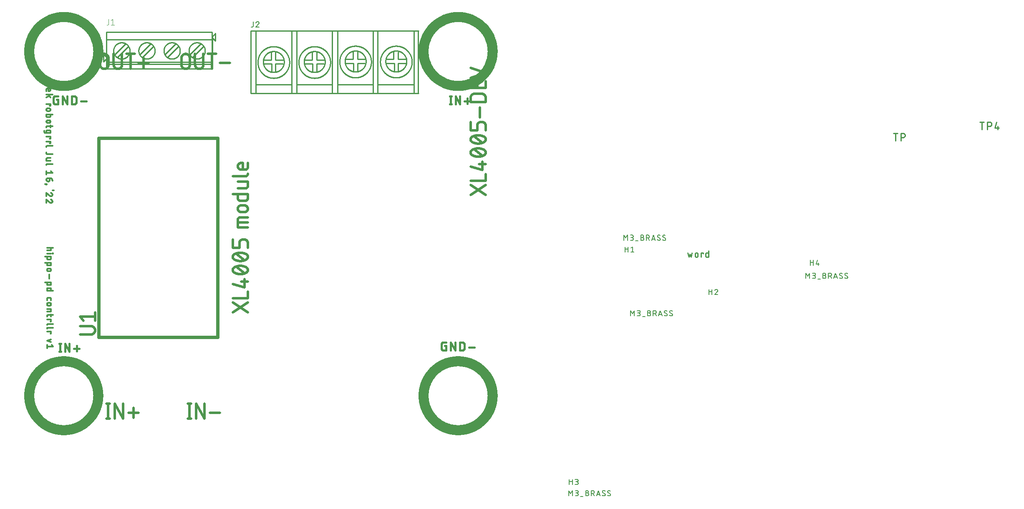
<source format=gbr>
G04 EAGLE Gerber RS-274X export*
G75*
%MOMM*%
%FSLAX34Y34*%
%LPD*%
%INSilkscreen Top*%
%IPPOS*%
%AMOC8*
5,1,8,0,0,1.08239X$1,22.5*%
G01*
%ADD10C,0.228600*%
%ADD11C,0.406400*%
%ADD12C,0.304800*%
%ADD13C,2.000000*%
%ADD14C,0.177800*%
%ADD15C,0.254000*%
%ADD16C,0.508000*%
%ADD17C,0.635000*%
%ADD18C,0.101600*%


D10*
X1588643Y522859D02*
X1590802Y514223D01*
X1592961Y519980D01*
X1595120Y514223D01*
X1597279Y522859D01*
X1603315Y519980D02*
X1603315Y517102D01*
X1603314Y519980D02*
X1603316Y520086D01*
X1603322Y520193D01*
X1603332Y520299D01*
X1603345Y520404D01*
X1603363Y520509D01*
X1603385Y520613D01*
X1603410Y520717D01*
X1603439Y520819D01*
X1603472Y520920D01*
X1603508Y521020D01*
X1603549Y521119D01*
X1603593Y521215D01*
X1603640Y521311D01*
X1603691Y521404D01*
X1603745Y521496D01*
X1603803Y521585D01*
X1603864Y521672D01*
X1603928Y521757D01*
X1603995Y521840D01*
X1604065Y521920D01*
X1604139Y521997D01*
X1604214Y522071D01*
X1604293Y522143D01*
X1604374Y522212D01*
X1604458Y522277D01*
X1604544Y522340D01*
X1604632Y522399D01*
X1604723Y522455D01*
X1604815Y522508D01*
X1604910Y522557D01*
X1605006Y522603D01*
X1605104Y522645D01*
X1605203Y522683D01*
X1605303Y522718D01*
X1605405Y522749D01*
X1605508Y522776D01*
X1605612Y522800D01*
X1605716Y522819D01*
X1605822Y522835D01*
X1605927Y522847D01*
X1606033Y522855D01*
X1606140Y522859D01*
X1606246Y522859D01*
X1606353Y522855D01*
X1606459Y522847D01*
X1606564Y522835D01*
X1606670Y522819D01*
X1606774Y522800D01*
X1606878Y522776D01*
X1606981Y522749D01*
X1607083Y522718D01*
X1607183Y522683D01*
X1607282Y522645D01*
X1607380Y522603D01*
X1607476Y522557D01*
X1607571Y522508D01*
X1607663Y522455D01*
X1607754Y522399D01*
X1607842Y522340D01*
X1607928Y522277D01*
X1608012Y522212D01*
X1608093Y522143D01*
X1608172Y522071D01*
X1608247Y521997D01*
X1608321Y521920D01*
X1608391Y521840D01*
X1608458Y521757D01*
X1608522Y521672D01*
X1608583Y521585D01*
X1608641Y521496D01*
X1608695Y521404D01*
X1608746Y521311D01*
X1608793Y521215D01*
X1608837Y521119D01*
X1608878Y521020D01*
X1608914Y520920D01*
X1608947Y520819D01*
X1608976Y520717D01*
X1609001Y520613D01*
X1609023Y520509D01*
X1609041Y520404D01*
X1609054Y520299D01*
X1609064Y520193D01*
X1609070Y520086D01*
X1609072Y519980D01*
X1609072Y517102D01*
X1609070Y516996D01*
X1609064Y516889D01*
X1609054Y516783D01*
X1609041Y516678D01*
X1609023Y516573D01*
X1609001Y516469D01*
X1608976Y516365D01*
X1608947Y516263D01*
X1608914Y516162D01*
X1608878Y516062D01*
X1608837Y515963D01*
X1608793Y515867D01*
X1608746Y515771D01*
X1608695Y515678D01*
X1608641Y515586D01*
X1608583Y515497D01*
X1608522Y515410D01*
X1608458Y515325D01*
X1608391Y515242D01*
X1608321Y515162D01*
X1608247Y515085D01*
X1608172Y515011D01*
X1608093Y514939D01*
X1608012Y514870D01*
X1607928Y514805D01*
X1607842Y514742D01*
X1607754Y514683D01*
X1607663Y514627D01*
X1607571Y514574D01*
X1607476Y514525D01*
X1607380Y514479D01*
X1607282Y514437D01*
X1607183Y514399D01*
X1607083Y514364D01*
X1606981Y514333D01*
X1606878Y514306D01*
X1606774Y514282D01*
X1606670Y514263D01*
X1606564Y514247D01*
X1606459Y514235D01*
X1606353Y514227D01*
X1606246Y514223D01*
X1606140Y514223D01*
X1606033Y514227D01*
X1605927Y514235D01*
X1605822Y514247D01*
X1605716Y514263D01*
X1605612Y514282D01*
X1605508Y514306D01*
X1605405Y514333D01*
X1605303Y514364D01*
X1605203Y514399D01*
X1605104Y514437D01*
X1605006Y514479D01*
X1604910Y514525D01*
X1604815Y514574D01*
X1604723Y514627D01*
X1604632Y514683D01*
X1604544Y514742D01*
X1604458Y514805D01*
X1604374Y514870D01*
X1604293Y514939D01*
X1604214Y515011D01*
X1604139Y515085D01*
X1604065Y515162D01*
X1603995Y515242D01*
X1603928Y515325D01*
X1603864Y515410D01*
X1603803Y515497D01*
X1603745Y515586D01*
X1603691Y515678D01*
X1603640Y515771D01*
X1603593Y515867D01*
X1603549Y515963D01*
X1603508Y516062D01*
X1603472Y516162D01*
X1603439Y516263D01*
X1603410Y516365D01*
X1603385Y516469D01*
X1603363Y516573D01*
X1603345Y516678D01*
X1603332Y516783D01*
X1603322Y516889D01*
X1603316Y516996D01*
X1603314Y517102D01*
X1615748Y514223D02*
X1615748Y522859D01*
X1620066Y522859D01*
X1620066Y521420D01*
X1630417Y527177D02*
X1630417Y514223D01*
X1626818Y514223D01*
X1626726Y514225D01*
X1626635Y514231D01*
X1626544Y514240D01*
X1626453Y514254D01*
X1626363Y514271D01*
X1626274Y514293D01*
X1626186Y514318D01*
X1626099Y514346D01*
X1626013Y514379D01*
X1625929Y514415D01*
X1625846Y514454D01*
X1625765Y514497D01*
X1625686Y514544D01*
X1625609Y514593D01*
X1625534Y514646D01*
X1625462Y514702D01*
X1625392Y514761D01*
X1625324Y514823D01*
X1625259Y514888D01*
X1625197Y514956D01*
X1625138Y515026D01*
X1625082Y515098D01*
X1625029Y515173D01*
X1624980Y515250D01*
X1624933Y515329D01*
X1624890Y515410D01*
X1624851Y515493D01*
X1624815Y515577D01*
X1624782Y515663D01*
X1624754Y515750D01*
X1624729Y515838D01*
X1624707Y515927D01*
X1624690Y516017D01*
X1624676Y516108D01*
X1624667Y516199D01*
X1624661Y516290D01*
X1624659Y516382D01*
X1624659Y520700D01*
X1624661Y520792D01*
X1624667Y520883D01*
X1624676Y520974D01*
X1624690Y521065D01*
X1624707Y521155D01*
X1624729Y521244D01*
X1624754Y521332D01*
X1624782Y521419D01*
X1624815Y521505D01*
X1624851Y521589D01*
X1624890Y521672D01*
X1624933Y521753D01*
X1624980Y521832D01*
X1625029Y521909D01*
X1625082Y521984D01*
X1625138Y522056D01*
X1625197Y522126D01*
X1625259Y522194D01*
X1625324Y522259D01*
X1625392Y522321D01*
X1625462Y522380D01*
X1625534Y522436D01*
X1625609Y522489D01*
X1625686Y522538D01*
X1625765Y522585D01*
X1625846Y522628D01*
X1625929Y522667D01*
X1626013Y522703D01*
X1626099Y522736D01*
X1626186Y522764D01*
X1626274Y522789D01*
X1626363Y522811D01*
X1626453Y522828D01*
X1626544Y522842D01*
X1626635Y522851D01*
X1626726Y522857D01*
X1626818Y522859D01*
X1630417Y522859D01*
D11*
X314988Y338328D02*
X314988Y322072D01*
X313182Y322072D02*
X316794Y322072D01*
X316794Y338328D02*
X313182Y338328D01*
X325037Y338328D02*
X325037Y322072D01*
X334068Y322072D02*
X325037Y338328D01*
X334068Y338328D02*
X334068Y322072D01*
X343359Y328394D02*
X354196Y328394D01*
X348777Y333812D02*
X348777Y322975D01*
X1095474Y333643D02*
X1098183Y333643D01*
X1098183Y324612D01*
X1092764Y324612D01*
X1092646Y324614D01*
X1092528Y324620D01*
X1092410Y324629D01*
X1092293Y324643D01*
X1092176Y324660D01*
X1092059Y324681D01*
X1091944Y324706D01*
X1091829Y324735D01*
X1091715Y324768D01*
X1091603Y324804D01*
X1091492Y324844D01*
X1091382Y324887D01*
X1091273Y324934D01*
X1091166Y324984D01*
X1091061Y325039D01*
X1090958Y325096D01*
X1090857Y325157D01*
X1090757Y325221D01*
X1090660Y325288D01*
X1090565Y325358D01*
X1090473Y325432D01*
X1090382Y325508D01*
X1090295Y325588D01*
X1090210Y325670D01*
X1090128Y325755D01*
X1090048Y325842D01*
X1089972Y325933D01*
X1089898Y326025D01*
X1089828Y326120D01*
X1089761Y326217D01*
X1089697Y326317D01*
X1089636Y326418D01*
X1089579Y326521D01*
X1089524Y326626D01*
X1089474Y326733D01*
X1089427Y326842D01*
X1089384Y326952D01*
X1089344Y327063D01*
X1089308Y327175D01*
X1089275Y327289D01*
X1089246Y327404D01*
X1089221Y327519D01*
X1089200Y327636D01*
X1089183Y327753D01*
X1089169Y327870D01*
X1089160Y327988D01*
X1089154Y328106D01*
X1089152Y328224D01*
X1089152Y337256D01*
X1089154Y337374D01*
X1089160Y337492D01*
X1089169Y337610D01*
X1089183Y337727D01*
X1089200Y337844D01*
X1089221Y337961D01*
X1089246Y338076D01*
X1089275Y338191D01*
X1089308Y338305D01*
X1089344Y338417D01*
X1089384Y338528D01*
X1089427Y338638D01*
X1089474Y338747D01*
X1089524Y338854D01*
X1089578Y338959D01*
X1089636Y339062D01*
X1089697Y339163D01*
X1089761Y339263D01*
X1089828Y339360D01*
X1089898Y339455D01*
X1089972Y339547D01*
X1090048Y339638D01*
X1090128Y339725D01*
X1090210Y339810D01*
X1090295Y339892D01*
X1090382Y339972D01*
X1090473Y340048D01*
X1090565Y340122D01*
X1090660Y340192D01*
X1090757Y340259D01*
X1090857Y340323D01*
X1090958Y340384D01*
X1091061Y340441D01*
X1091166Y340495D01*
X1091273Y340546D01*
X1091382Y340593D01*
X1091492Y340636D01*
X1091603Y340676D01*
X1091715Y340712D01*
X1091829Y340745D01*
X1091944Y340774D01*
X1092059Y340799D01*
X1092176Y340820D01*
X1092293Y340837D01*
X1092410Y340851D01*
X1092528Y340860D01*
X1092646Y340866D01*
X1092764Y340868D01*
X1098183Y340868D01*
X1107794Y340868D02*
X1107794Y324612D01*
X1116825Y324612D02*
X1107794Y340868D01*
X1116825Y340868D02*
X1116825Y324612D01*
X1126437Y324612D02*
X1126437Y340868D01*
X1130952Y340868D01*
X1131083Y340866D01*
X1131215Y340860D01*
X1131346Y340851D01*
X1131476Y340837D01*
X1131607Y340820D01*
X1131736Y340799D01*
X1131865Y340775D01*
X1131993Y340746D01*
X1132121Y340714D01*
X1132247Y340678D01*
X1132372Y340639D01*
X1132497Y340596D01*
X1132619Y340549D01*
X1132741Y340499D01*
X1132861Y340445D01*
X1132979Y340388D01*
X1133095Y340327D01*
X1133210Y340263D01*
X1133323Y340196D01*
X1133434Y340125D01*
X1133542Y340051D01*
X1133649Y339974D01*
X1133753Y339894D01*
X1133855Y339811D01*
X1133954Y339726D01*
X1134051Y339637D01*
X1134145Y339545D01*
X1134237Y339451D01*
X1134326Y339354D01*
X1134411Y339255D01*
X1134494Y339153D01*
X1134574Y339049D01*
X1134651Y338942D01*
X1134725Y338834D01*
X1134796Y338723D01*
X1134863Y338610D01*
X1134927Y338495D01*
X1134988Y338379D01*
X1135045Y338261D01*
X1135099Y338141D01*
X1135149Y338019D01*
X1135196Y337897D01*
X1135239Y337772D01*
X1135278Y337647D01*
X1135314Y337521D01*
X1135346Y337393D01*
X1135375Y337265D01*
X1135399Y337136D01*
X1135420Y337007D01*
X1135437Y336876D01*
X1135451Y336746D01*
X1135460Y336615D01*
X1135466Y336483D01*
X1135468Y336352D01*
X1135468Y329128D01*
X1135466Y328997D01*
X1135460Y328865D01*
X1135451Y328734D01*
X1135437Y328604D01*
X1135420Y328473D01*
X1135399Y328344D01*
X1135375Y328215D01*
X1135346Y328087D01*
X1135314Y327959D01*
X1135278Y327833D01*
X1135239Y327708D01*
X1135196Y327583D01*
X1135149Y327461D01*
X1135099Y327339D01*
X1135045Y327219D01*
X1134988Y327101D01*
X1134927Y326985D01*
X1134863Y326870D01*
X1134796Y326757D01*
X1134725Y326646D01*
X1134651Y326538D01*
X1134574Y326431D01*
X1134494Y326327D01*
X1134411Y326225D01*
X1134326Y326126D01*
X1134237Y326029D01*
X1134145Y325935D01*
X1134051Y325843D01*
X1133954Y325754D01*
X1133855Y325669D01*
X1133753Y325586D01*
X1133649Y325506D01*
X1133542Y325429D01*
X1133434Y325355D01*
X1133323Y325284D01*
X1133210Y325217D01*
X1133095Y325153D01*
X1132979Y325092D01*
X1132861Y325035D01*
X1132741Y324981D01*
X1132619Y324931D01*
X1132497Y324884D01*
X1132372Y324841D01*
X1132247Y324802D01*
X1132121Y324766D01*
X1131993Y324734D01*
X1131865Y324705D01*
X1131736Y324681D01*
X1131606Y324660D01*
X1131476Y324643D01*
X1131346Y324629D01*
X1131215Y324620D01*
X1131083Y324614D01*
X1130952Y324612D01*
X1126437Y324612D01*
X1144759Y330934D02*
X1155596Y330934D01*
X310783Y834023D02*
X308074Y834023D01*
X310783Y834023D02*
X310783Y824992D01*
X305364Y824992D01*
X305246Y824994D01*
X305128Y825000D01*
X305010Y825009D01*
X304893Y825023D01*
X304776Y825040D01*
X304659Y825061D01*
X304544Y825086D01*
X304429Y825115D01*
X304315Y825148D01*
X304203Y825184D01*
X304092Y825224D01*
X303982Y825267D01*
X303873Y825314D01*
X303766Y825364D01*
X303661Y825419D01*
X303558Y825476D01*
X303457Y825537D01*
X303357Y825601D01*
X303260Y825668D01*
X303165Y825738D01*
X303073Y825812D01*
X302982Y825888D01*
X302895Y825968D01*
X302810Y826050D01*
X302728Y826135D01*
X302648Y826222D01*
X302572Y826313D01*
X302498Y826405D01*
X302428Y826500D01*
X302361Y826597D01*
X302297Y826697D01*
X302236Y826798D01*
X302179Y826901D01*
X302124Y827006D01*
X302074Y827113D01*
X302027Y827222D01*
X301984Y827332D01*
X301944Y827443D01*
X301908Y827555D01*
X301875Y827669D01*
X301846Y827784D01*
X301821Y827899D01*
X301800Y828016D01*
X301783Y828133D01*
X301769Y828250D01*
X301760Y828368D01*
X301754Y828486D01*
X301752Y828604D01*
X301752Y837636D01*
X301754Y837754D01*
X301760Y837872D01*
X301769Y837990D01*
X301783Y838107D01*
X301800Y838224D01*
X301821Y838341D01*
X301846Y838456D01*
X301875Y838571D01*
X301908Y838685D01*
X301944Y838797D01*
X301984Y838908D01*
X302027Y839018D01*
X302074Y839127D01*
X302124Y839234D01*
X302178Y839339D01*
X302236Y839442D01*
X302297Y839543D01*
X302361Y839643D01*
X302428Y839740D01*
X302498Y839835D01*
X302572Y839927D01*
X302648Y840018D01*
X302728Y840105D01*
X302810Y840190D01*
X302895Y840272D01*
X302982Y840352D01*
X303073Y840428D01*
X303165Y840502D01*
X303260Y840572D01*
X303357Y840639D01*
X303457Y840703D01*
X303558Y840764D01*
X303661Y840821D01*
X303766Y840875D01*
X303873Y840926D01*
X303982Y840973D01*
X304092Y841016D01*
X304203Y841056D01*
X304315Y841092D01*
X304429Y841125D01*
X304544Y841154D01*
X304659Y841179D01*
X304776Y841200D01*
X304893Y841217D01*
X305010Y841231D01*
X305128Y841240D01*
X305246Y841246D01*
X305364Y841248D01*
X310783Y841248D01*
X320394Y841248D02*
X320394Y824992D01*
X329425Y824992D02*
X320394Y841248D01*
X329425Y841248D02*
X329425Y824992D01*
X339037Y824992D02*
X339037Y841248D01*
X343552Y841248D01*
X343683Y841246D01*
X343815Y841240D01*
X343946Y841231D01*
X344076Y841217D01*
X344207Y841200D01*
X344336Y841179D01*
X344465Y841155D01*
X344593Y841126D01*
X344721Y841094D01*
X344847Y841058D01*
X344972Y841019D01*
X345097Y840976D01*
X345219Y840929D01*
X345341Y840879D01*
X345461Y840825D01*
X345579Y840768D01*
X345695Y840707D01*
X345810Y840643D01*
X345923Y840576D01*
X346034Y840505D01*
X346142Y840431D01*
X346249Y840354D01*
X346353Y840274D01*
X346455Y840191D01*
X346554Y840106D01*
X346651Y840017D01*
X346745Y839925D01*
X346837Y839831D01*
X346926Y839734D01*
X347011Y839635D01*
X347094Y839533D01*
X347174Y839429D01*
X347251Y839322D01*
X347325Y839214D01*
X347396Y839103D01*
X347463Y838990D01*
X347527Y838875D01*
X347588Y838759D01*
X347645Y838641D01*
X347699Y838521D01*
X347749Y838399D01*
X347796Y838277D01*
X347839Y838152D01*
X347878Y838027D01*
X347914Y837901D01*
X347946Y837773D01*
X347975Y837645D01*
X347999Y837516D01*
X348020Y837387D01*
X348037Y837256D01*
X348051Y837126D01*
X348060Y836995D01*
X348066Y836863D01*
X348068Y836732D01*
X348068Y829508D01*
X348066Y829377D01*
X348060Y829245D01*
X348051Y829114D01*
X348037Y828984D01*
X348020Y828853D01*
X347999Y828724D01*
X347975Y828595D01*
X347946Y828467D01*
X347914Y828339D01*
X347878Y828213D01*
X347839Y828088D01*
X347796Y827963D01*
X347749Y827841D01*
X347699Y827719D01*
X347645Y827599D01*
X347588Y827481D01*
X347527Y827365D01*
X347463Y827250D01*
X347396Y827137D01*
X347325Y827026D01*
X347251Y826918D01*
X347174Y826811D01*
X347094Y826707D01*
X347011Y826605D01*
X346926Y826506D01*
X346837Y826409D01*
X346745Y826315D01*
X346651Y826223D01*
X346554Y826134D01*
X346455Y826049D01*
X346353Y825966D01*
X346249Y825886D01*
X346142Y825809D01*
X346034Y825735D01*
X345923Y825664D01*
X345810Y825597D01*
X345695Y825533D01*
X345579Y825472D01*
X345461Y825415D01*
X345341Y825361D01*
X345219Y825311D01*
X345097Y825264D01*
X344972Y825221D01*
X344847Y825182D01*
X344721Y825146D01*
X344593Y825114D01*
X344465Y825085D01*
X344336Y825061D01*
X344206Y825040D01*
X344076Y825023D01*
X343946Y825009D01*
X343815Y825000D01*
X343683Y824994D01*
X343552Y824992D01*
X339037Y824992D01*
X357359Y831314D02*
X368196Y831314D01*
X1107468Y824992D02*
X1107468Y841248D01*
X1105662Y824992D02*
X1109274Y824992D01*
X1109274Y841248D02*
X1105662Y841248D01*
X1117517Y841248D02*
X1117517Y824992D01*
X1126548Y824992D02*
X1117517Y841248D01*
X1126548Y841248D02*
X1126548Y824992D01*
X1135839Y831314D02*
X1146676Y831314D01*
X1141257Y836732D02*
X1141257Y825895D01*
D12*
X300736Y533146D02*
X288544Y533146D01*
X296672Y533146D02*
X296672Y529759D01*
X296670Y529670D01*
X296664Y529582D01*
X296655Y529494D01*
X296641Y529406D01*
X296624Y529319D01*
X296603Y529233D01*
X296578Y529148D01*
X296549Y529064D01*
X296517Y528981D01*
X296482Y528900D01*
X296442Y528821D01*
X296400Y528743D01*
X296354Y528667D01*
X296305Y528593D01*
X296252Y528522D01*
X296197Y528453D01*
X296138Y528386D01*
X296077Y528322D01*
X296013Y528261D01*
X295946Y528202D01*
X295877Y528147D01*
X295806Y528094D01*
X295732Y528045D01*
X295656Y527999D01*
X295578Y527957D01*
X295499Y527917D01*
X295418Y527882D01*
X295335Y527850D01*
X295251Y527821D01*
X295166Y527796D01*
X295080Y527775D01*
X294993Y527758D01*
X294905Y527744D01*
X294817Y527735D01*
X294729Y527729D01*
X294640Y527727D01*
X288544Y527727D01*
X288544Y521311D02*
X296672Y521311D01*
X300059Y521650D02*
X300736Y521650D01*
X300736Y520972D01*
X300059Y520972D01*
X300059Y521650D01*
X296672Y514772D02*
X284480Y514772D01*
X296672Y514772D02*
X296672Y511385D01*
X296670Y511296D01*
X296664Y511208D01*
X296655Y511120D01*
X296641Y511032D01*
X296624Y510945D01*
X296603Y510859D01*
X296578Y510774D01*
X296549Y510690D01*
X296517Y510607D01*
X296482Y510526D01*
X296442Y510447D01*
X296400Y510369D01*
X296354Y510293D01*
X296305Y510219D01*
X296252Y510148D01*
X296197Y510079D01*
X296138Y510012D01*
X296077Y509948D01*
X296013Y509887D01*
X295946Y509828D01*
X295877Y509773D01*
X295806Y509720D01*
X295732Y509671D01*
X295656Y509625D01*
X295578Y509583D01*
X295499Y509543D01*
X295418Y509508D01*
X295335Y509476D01*
X295251Y509447D01*
X295166Y509422D01*
X295080Y509401D01*
X294993Y509384D01*
X294905Y509370D01*
X294817Y509361D01*
X294729Y509355D01*
X294640Y509353D01*
X290576Y509353D01*
X290487Y509355D01*
X290399Y509361D01*
X290311Y509370D01*
X290223Y509384D01*
X290136Y509401D01*
X290050Y509422D01*
X289965Y509447D01*
X289881Y509476D01*
X289798Y509508D01*
X289717Y509543D01*
X289638Y509583D01*
X289560Y509625D01*
X289484Y509671D01*
X289410Y509720D01*
X289339Y509773D01*
X289270Y509828D01*
X289203Y509887D01*
X289139Y509948D01*
X289078Y510012D01*
X289019Y510079D01*
X288964Y510148D01*
X288911Y510219D01*
X288862Y510293D01*
X288816Y510369D01*
X288774Y510447D01*
X288734Y510526D01*
X288699Y510607D01*
X288667Y510690D01*
X288638Y510774D01*
X288613Y510859D01*
X288592Y510945D01*
X288575Y511032D01*
X288561Y511120D01*
X288552Y511208D01*
X288546Y511296D01*
X288544Y511385D01*
X288544Y514772D01*
X284480Y502452D02*
X296672Y502452D01*
X296672Y499065D01*
X296670Y498976D01*
X296664Y498888D01*
X296655Y498800D01*
X296641Y498712D01*
X296624Y498625D01*
X296603Y498539D01*
X296578Y498454D01*
X296549Y498370D01*
X296517Y498287D01*
X296482Y498206D01*
X296442Y498127D01*
X296400Y498049D01*
X296354Y497973D01*
X296305Y497899D01*
X296252Y497828D01*
X296197Y497759D01*
X296138Y497692D01*
X296077Y497628D01*
X296013Y497567D01*
X295946Y497508D01*
X295877Y497453D01*
X295806Y497400D01*
X295732Y497351D01*
X295656Y497305D01*
X295578Y497263D01*
X295499Y497223D01*
X295418Y497188D01*
X295335Y497156D01*
X295251Y497127D01*
X295166Y497102D01*
X295080Y497081D01*
X294993Y497064D01*
X294905Y497050D01*
X294817Y497041D01*
X294729Y497035D01*
X294640Y497033D01*
X290576Y497033D01*
X290487Y497035D01*
X290399Y497041D01*
X290311Y497050D01*
X290223Y497064D01*
X290136Y497081D01*
X290050Y497102D01*
X289965Y497127D01*
X289881Y497156D01*
X289798Y497188D01*
X289717Y497223D01*
X289638Y497263D01*
X289560Y497305D01*
X289484Y497351D01*
X289410Y497400D01*
X289339Y497453D01*
X289270Y497508D01*
X289203Y497567D01*
X289139Y497628D01*
X289078Y497692D01*
X289019Y497759D01*
X288964Y497828D01*
X288911Y497899D01*
X288862Y497973D01*
X288816Y498049D01*
X288774Y498127D01*
X288734Y498206D01*
X288699Y498287D01*
X288667Y498370D01*
X288638Y498454D01*
X288613Y498539D01*
X288592Y498625D01*
X288575Y498712D01*
X288561Y498800D01*
X288552Y498888D01*
X288546Y498976D01*
X288544Y499065D01*
X288544Y502452D01*
X291253Y490712D02*
X293963Y490712D01*
X293963Y490711D02*
X294066Y490709D01*
X294168Y490703D01*
X294270Y490694D01*
X294372Y490680D01*
X294473Y490663D01*
X294573Y490641D01*
X294672Y490616D01*
X294771Y490588D01*
X294868Y490555D01*
X294964Y490519D01*
X295059Y490480D01*
X295152Y490436D01*
X295243Y490390D01*
X295332Y490339D01*
X295420Y490286D01*
X295505Y490229D01*
X295588Y490169D01*
X295669Y490106D01*
X295748Y490040D01*
X295823Y489971D01*
X295897Y489899D01*
X295967Y489825D01*
X296035Y489748D01*
X296099Y489668D01*
X296161Y489586D01*
X296219Y489502D01*
X296274Y489415D01*
X296326Y489327D01*
X296374Y489236D01*
X296419Y489144D01*
X296461Y489051D01*
X296499Y488955D01*
X296533Y488859D01*
X296564Y488761D01*
X296590Y488662D01*
X296614Y488562D01*
X296633Y488461D01*
X296648Y488360D01*
X296660Y488258D01*
X296668Y488156D01*
X296672Y488053D01*
X296672Y487951D01*
X296668Y487848D01*
X296660Y487746D01*
X296648Y487644D01*
X296633Y487543D01*
X296614Y487442D01*
X296590Y487342D01*
X296564Y487243D01*
X296533Y487145D01*
X296499Y487049D01*
X296461Y486953D01*
X296419Y486860D01*
X296374Y486768D01*
X296326Y486677D01*
X296274Y486589D01*
X296219Y486502D01*
X296161Y486418D01*
X296099Y486336D01*
X296035Y486256D01*
X295967Y486179D01*
X295897Y486105D01*
X295823Y486033D01*
X295748Y485964D01*
X295669Y485898D01*
X295588Y485835D01*
X295505Y485775D01*
X295420Y485718D01*
X295332Y485665D01*
X295243Y485614D01*
X295152Y485568D01*
X295059Y485524D01*
X294964Y485485D01*
X294868Y485449D01*
X294771Y485416D01*
X294672Y485388D01*
X294573Y485363D01*
X294473Y485341D01*
X294372Y485324D01*
X294270Y485310D01*
X294168Y485301D01*
X294066Y485295D01*
X293963Y485293D01*
X291253Y485293D01*
X291150Y485295D01*
X291048Y485301D01*
X290946Y485310D01*
X290844Y485324D01*
X290743Y485341D01*
X290643Y485363D01*
X290544Y485388D01*
X290445Y485416D01*
X290348Y485449D01*
X290252Y485485D01*
X290157Y485524D01*
X290064Y485568D01*
X289973Y485614D01*
X289884Y485665D01*
X289796Y485718D01*
X289711Y485775D01*
X289628Y485835D01*
X289547Y485898D01*
X289468Y485964D01*
X289393Y486033D01*
X289319Y486105D01*
X289249Y486179D01*
X289181Y486256D01*
X289117Y486336D01*
X289055Y486418D01*
X288997Y486502D01*
X288942Y486589D01*
X288890Y486677D01*
X288842Y486768D01*
X288797Y486860D01*
X288755Y486953D01*
X288717Y487049D01*
X288683Y487145D01*
X288652Y487243D01*
X288626Y487342D01*
X288602Y487442D01*
X288583Y487543D01*
X288568Y487644D01*
X288556Y487746D01*
X288548Y487848D01*
X288544Y487951D01*
X288544Y488053D01*
X288548Y488156D01*
X288556Y488258D01*
X288568Y488360D01*
X288583Y488461D01*
X288602Y488562D01*
X288626Y488662D01*
X288652Y488761D01*
X288683Y488859D01*
X288717Y488955D01*
X288755Y489051D01*
X288797Y489144D01*
X288842Y489236D01*
X288890Y489327D01*
X288942Y489415D01*
X288997Y489502D01*
X289055Y489586D01*
X289117Y489668D01*
X289181Y489748D01*
X289249Y489825D01*
X289319Y489899D01*
X289393Y489971D01*
X289468Y490040D01*
X289547Y490106D01*
X289628Y490169D01*
X289711Y490229D01*
X289796Y490286D01*
X289884Y490339D01*
X289973Y490390D01*
X290064Y490436D01*
X290157Y490480D01*
X290252Y490519D01*
X290348Y490555D01*
X290445Y490588D01*
X290544Y490616D01*
X290643Y490641D01*
X290743Y490663D01*
X290844Y490680D01*
X290946Y490694D01*
X291048Y490703D01*
X291150Y490709D01*
X291253Y490711D01*
X293285Y478378D02*
X293285Y470250D01*
X296672Y462755D02*
X284480Y462755D01*
X296672Y462755D02*
X296672Y459369D01*
X296670Y459280D01*
X296664Y459192D01*
X296655Y459104D01*
X296641Y459016D01*
X296624Y458929D01*
X296603Y458843D01*
X296578Y458758D01*
X296549Y458674D01*
X296517Y458591D01*
X296482Y458510D01*
X296442Y458431D01*
X296400Y458353D01*
X296354Y458277D01*
X296305Y458203D01*
X296252Y458132D01*
X296197Y458063D01*
X296138Y457996D01*
X296077Y457932D01*
X296013Y457871D01*
X295946Y457812D01*
X295877Y457757D01*
X295806Y457704D01*
X295732Y457655D01*
X295656Y457609D01*
X295578Y457567D01*
X295499Y457527D01*
X295418Y457492D01*
X295335Y457460D01*
X295251Y457431D01*
X295166Y457406D01*
X295080Y457385D01*
X294993Y457368D01*
X294905Y457354D01*
X294817Y457345D01*
X294729Y457339D01*
X294640Y457337D01*
X290576Y457337D01*
X290487Y457339D01*
X290399Y457345D01*
X290311Y457354D01*
X290223Y457368D01*
X290136Y457385D01*
X290050Y457406D01*
X289965Y457431D01*
X289881Y457460D01*
X289798Y457492D01*
X289717Y457527D01*
X289638Y457567D01*
X289560Y457609D01*
X289484Y457655D01*
X289410Y457704D01*
X289339Y457757D01*
X289270Y457812D01*
X289203Y457871D01*
X289139Y457932D01*
X289078Y457996D01*
X289019Y458063D01*
X288964Y458132D01*
X288911Y458203D01*
X288862Y458277D01*
X288816Y458353D01*
X288774Y458431D01*
X288734Y458510D01*
X288699Y458591D01*
X288667Y458674D01*
X288638Y458758D01*
X288613Y458843D01*
X288592Y458929D01*
X288575Y459016D01*
X288561Y459104D01*
X288552Y459192D01*
X288546Y459280D01*
X288544Y459369D01*
X288544Y462755D01*
X288544Y445719D02*
X300736Y445719D01*
X288544Y445719D02*
X288544Y449106D01*
X288546Y449195D01*
X288552Y449283D01*
X288561Y449371D01*
X288575Y449459D01*
X288592Y449546D01*
X288613Y449632D01*
X288638Y449717D01*
X288667Y449801D01*
X288699Y449884D01*
X288734Y449965D01*
X288774Y450044D01*
X288816Y450122D01*
X288862Y450198D01*
X288911Y450272D01*
X288964Y450343D01*
X289019Y450412D01*
X289078Y450479D01*
X289139Y450543D01*
X289203Y450604D01*
X289270Y450663D01*
X289339Y450718D01*
X289410Y450771D01*
X289484Y450820D01*
X289560Y450866D01*
X289638Y450908D01*
X289717Y450948D01*
X289798Y450983D01*
X289881Y451015D01*
X289965Y451044D01*
X290050Y451069D01*
X290136Y451090D01*
X290223Y451107D01*
X290311Y451121D01*
X290399Y451130D01*
X290487Y451136D01*
X290576Y451138D01*
X294640Y451138D01*
X294729Y451136D01*
X294817Y451130D01*
X294905Y451121D01*
X294993Y451107D01*
X295080Y451090D01*
X295166Y451069D01*
X295251Y451044D01*
X295335Y451015D01*
X295418Y450983D01*
X295499Y450948D01*
X295578Y450908D01*
X295656Y450866D01*
X295732Y450820D01*
X295806Y450771D01*
X295877Y450718D01*
X295946Y450663D01*
X296013Y450604D01*
X296077Y450543D01*
X296138Y450479D01*
X296197Y450412D01*
X296252Y450343D01*
X296305Y450272D01*
X296354Y450198D01*
X296400Y450122D01*
X296442Y450044D01*
X296482Y449965D01*
X296517Y449884D01*
X296549Y449801D01*
X296578Y449717D01*
X296603Y449632D01*
X296624Y449546D01*
X296641Y449459D01*
X296655Y449371D01*
X296664Y449283D01*
X296670Y449195D01*
X296672Y449106D01*
X296672Y445719D01*
X288544Y429335D02*
X288544Y426625D01*
X288544Y429335D02*
X288546Y429424D01*
X288552Y429512D01*
X288561Y429600D01*
X288575Y429688D01*
X288592Y429775D01*
X288613Y429861D01*
X288638Y429946D01*
X288667Y430030D01*
X288699Y430113D01*
X288734Y430194D01*
X288774Y430273D01*
X288816Y430351D01*
X288862Y430427D01*
X288911Y430501D01*
X288964Y430572D01*
X289019Y430641D01*
X289078Y430708D01*
X289139Y430772D01*
X289203Y430833D01*
X289270Y430892D01*
X289339Y430947D01*
X289410Y431000D01*
X289484Y431049D01*
X289560Y431095D01*
X289638Y431137D01*
X289717Y431177D01*
X289798Y431212D01*
X289881Y431244D01*
X289965Y431273D01*
X290050Y431298D01*
X290136Y431319D01*
X290223Y431336D01*
X290311Y431350D01*
X290399Y431359D01*
X290487Y431365D01*
X290576Y431367D01*
X294640Y431367D01*
X294729Y431365D01*
X294817Y431359D01*
X294905Y431350D01*
X294993Y431336D01*
X295080Y431319D01*
X295166Y431298D01*
X295251Y431273D01*
X295335Y431244D01*
X295418Y431212D01*
X295499Y431177D01*
X295578Y431137D01*
X295656Y431095D01*
X295732Y431049D01*
X295806Y431000D01*
X295877Y430947D01*
X295946Y430892D01*
X296013Y430833D01*
X296077Y430772D01*
X296138Y430708D01*
X296197Y430641D01*
X296252Y430572D01*
X296305Y430501D01*
X296354Y430427D01*
X296400Y430351D01*
X296442Y430273D01*
X296482Y430194D01*
X296517Y430113D01*
X296549Y430030D01*
X296578Y429946D01*
X296603Y429861D01*
X296624Y429775D01*
X296641Y429688D01*
X296655Y429600D01*
X296664Y429512D01*
X296670Y429424D01*
X296672Y429335D01*
X296672Y426625D01*
X293963Y420900D02*
X291253Y420900D01*
X293963Y420900D02*
X294066Y420898D01*
X294168Y420892D01*
X294270Y420883D01*
X294372Y420869D01*
X294473Y420852D01*
X294573Y420830D01*
X294672Y420805D01*
X294771Y420777D01*
X294868Y420744D01*
X294964Y420708D01*
X295059Y420669D01*
X295152Y420625D01*
X295243Y420579D01*
X295332Y420528D01*
X295420Y420475D01*
X295505Y420418D01*
X295588Y420358D01*
X295669Y420295D01*
X295748Y420229D01*
X295823Y420160D01*
X295897Y420088D01*
X295967Y420014D01*
X296035Y419937D01*
X296099Y419857D01*
X296161Y419775D01*
X296219Y419691D01*
X296274Y419604D01*
X296326Y419516D01*
X296374Y419425D01*
X296419Y419333D01*
X296461Y419240D01*
X296499Y419144D01*
X296533Y419048D01*
X296564Y418950D01*
X296590Y418851D01*
X296614Y418751D01*
X296633Y418650D01*
X296648Y418549D01*
X296660Y418447D01*
X296668Y418345D01*
X296672Y418242D01*
X296672Y418140D01*
X296668Y418037D01*
X296660Y417935D01*
X296648Y417833D01*
X296633Y417732D01*
X296614Y417631D01*
X296590Y417531D01*
X296564Y417432D01*
X296533Y417334D01*
X296499Y417238D01*
X296461Y417142D01*
X296419Y417049D01*
X296374Y416957D01*
X296326Y416866D01*
X296274Y416778D01*
X296219Y416691D01*
X296161Y416607D01*
X296099Y416525D01*
X296035Y416445D01*
X295967Y416368D01*
X295897Y416294D01*
X295823Y416222D01*
X295748Y416153D01*
X295669Y416087D01*
X295588Y416024D01*
X295505Y415964D01*
X295420Y415907D01*
X295332Y415854D01*
X295243Y415803D01*
X295152Y415757D01*
X295059Y415713D01*
X294964Y415674D01*
X294868Y415638D01*
X294771Y415605D01*
X294672Y415577D01*
X294573Y415552D01*
X294473Y415530D01*
X294372Y415513D01*
X294270Y415499D01*
X294168Y415490D01*
X294066Y415484D01*
X293963Y415482D01*
X293963Y415481D02*
X291253Y415481D01*
X291253Y415482D02*
X291150Y415484D01*
X291048Y415490D01*
X290946Y415499D01*
X290844Y415513D01*
X290743Y415530D01*
X290643Y415552D01*
X290544Y415577D01*
X290445Y415605D01*
X290348Y415638D01*
X290252Y415674D01*
X290157Y415713D01*
X290064Y415757D01*
X289973Y415803D01*
X289884Y415854D01*
X289796Y415907D01*
X289711Y415964D01*
X289628Y416024D01*
X289547Y416087D01*
X289468Y416153D01*
X289393Y416222D01*
X289319Y416294D01*
X289249Y416368D01*
X289181Y416445D01*
X289117Y416525D01*
X289055Y416607D01*
X288997Y416691D01*
X288942Y416778D01*
X288890Y416866D01*
X288842Y416957D01*
X288797Y417049D01*
X288755Y417142D01*
X288717Y417238D01*
X288683Y417334D01*
X288652Y417432D01*
X288626Y417531D01*
X288602Y417631D01*
X288583Y417732D01*
X288568Y417833D01*
X288556Y417935D01*
X288548Y418037D01*
X288544Y418140D01*
X288544Y418242D01*
X288548Y418345D01*
X288556Y418447D01*
X288568Y418549D01*
X288583Y418650D01*
X288602Y418751D01*
X288626Y418851D01*
X288652Y418950D01*
X288683Y419048D01*
X288717Y419144D01*
X288755Y419240D01*
X288797Y419333D01*
X288842Y419425D01*
X288890Y419516D01*
X288942Y419604D01*
X288997Y419691D01*
X289055Y419775D01*
X289117Y419857D01*
X289181Y419937D01*
X289249Y420014D01*
X289319Y420088D01*
X289393Y420160D01*
X289468Y420229D01*
X289547Y420295D01*
X289628Y420358D01*
X289711Y420418D01*
X289796Y420475D01*
X289884Y420528D01*
X289973Y420579D01*
X290064Y420625D01*
X290157Y420669D01*
X290252Y420708D01*
X290348Y420744D01*
X290445Y420777D01*
X290544Y420805D01*
X290643Y420830D01*
X290743Y420852D01*
X290844Y420869D01*
X290946Y420883D01*
X291048Y420892D01*
X291150Y420898D01*
X291253Y420900D01*
X288544Y408580D02*
X296672Y408580D01*
X296672Y405194D01*
X296670Y405105D01*
X296664Y405017D01*
X296655Y404929D01*
X296641Y404841D01*
X296624Y404754D01*
X296603Y404668D01*
X296578Y404583D01*
X296549Y404499D01*
X296517Y404416D01*
X296482Y404335D01*
X296442Y404256D01*
X296400Y404178D01*
X296354Y404102D01*
X296305Y404028D01*
X296252Y403957D01*
X296197Y403888D01*
X296138Y403821D01*
X296077Y403757D01*
X296013Y403696D01*
X295946Y403637D01*
X295877Y403582D01*
X295806Y403529D01*
X295732Y403480D01*
X295656Y403434D01*
X295578Y403392D01*
X295499Y403352D01*
X295418Y403317D01*
X295335Y403285D01*
X295251Y403256D01*
X295166Y403231D01*
X295080Y403210D01*
X294993Y403193D01*
X294905Y403179D01*
X294817Y403170D01*
X294729Y403164D01*
X294640Y403162D01*
X288544Y403162D01*
X296672Y397601D02*
X296672Y393537D01*
X300736Y396247D02*
X290576Y396247D01*
X290487Y396245D01*
X290399Y396239D01*
X290311Y396230D01*
X290223Y396216D01*
X290136Y396199D01*
X290050Y396178D01*
X289965Y396153D01*
X289881Y396124D01*
X289798Y396092D01*
X289717Y396057D01*
X289638Y396017D01*
X289560Y395975D01*
X289484Y395929D01*
X289410Y395880D01*
X289339Y395827D01*
X289270Y395772D01*
X289203Y395713D01*
X289139Y395652D01*
X289078Y395588D01*
X289019Y395521D01*
X288964Y395452D01*
X288911Y395381D01*
X288862Y395307D01*
X288816Y395231D01*
X288774Y395153D01*
X288734Y395074D01*
X288699Y394993D01*
X288667Y394910D01*
X288638Y394826D01*
X288613Y394741D01*
X288592Y394655D01*
X288575Y394568D01*
X288561Y394480D01*
X288552Y394392D01*
X288546Y394304D01*
X288544Y394215D01*
X288544Y393537D01*
X288544Y386996D02*
X296672Y386996D01*
X296672Y382932D01*
X295317Y382932D01*
X290576Y378035D02*
X300736Y378035D01*
X290576Y378035D02*
X290487Y378033D01*
X290399Y378027D01*
X290311Y378018D01*
X290223Y378004D01*
X290136Y377987D01*
X290050Y377966D01*
X289965Y377941D01*
X289881Y377912D01*
X289798Y377880D01*
X289717Y377845D01*
X289638Y377805D01*
X289560Y377763D01*
X289484Y377717D01*
X289410Y377668D01*
X289339Y377615D01*
X289270Y377560D01*
X289203Y377501D01*
X289139Y377440D01*
X289078Y377376D01*
X289019Y377309D01*
X288964Y377240D01*
X288911Y377169D01*
X288862Y377095D01*
X288816Y377019D01*
X288774Y376941D01*
X288734Y376862D01*
X288699Y376781D01*
X288667Y376698D01*
X288638Y376614D01*
X288613Y376529D01*
X288592Y376443D01*
X288575Y376356D01*
X288561Y376268D01*
X288552Y376180D01*
X288546Y376092D01*
X288544Y376003D01*
X290576Y370735D02*
X300736Y370735D01*
X290576Y370735D02*
X290487Y370733D01*
X290399Y370727D01*
X290311Y370718D01*
X290223Y370704D01*
X290136Y370687D01*
X290050Y370666D01*
X289965Y370641D01*
X289881Y370612D01*
X289798Y370580D01*
X289717Y370545D01*
X289638Y370505D01*
X289560Y370463D01*
X289484Y370417D01*
X289410Y370368D01*
X289339Y370315D01*
X289270Y370260D01*
X289203Y370201D01*
X289139Y370140D01*
X289078Y370076D01*
X289019Y370009D01*
X288964Y369940D01*
X288911Y369869D01*
X288862Y369795D01*
X288816Y369719D01*
X288774Y369641D01*
X288734Y369562D01*
X288699Y369481D01*
X288667Y369398D01*
X288638Y369314D01*
X288613Y369229D01*
X288592Y369143D01*
X288575Y369056D01*
X288561Y368968D01*
X288552Y368880D01*
X288546Y368792D01*
X288544Y368703D01*
X288544Y362813D02*
X296672Y362813D01*
X296672Y358749D01*
X295317Y358749D01*
X296672Y346982D02*
X288544Y344273D01*
X296672Y341564D01*
X298027Y335340D02*
X300736Y331953D01*
X288544Y331953D01*
X288544Y328567D02*
X288544Y335340D01*
X287274Y851577D02*
X287274Y854964D01*
X287276Y855053D01*
X287282Y855141D01*
X287291Y855229D01*
X287305Y855317D01*
X287322Y855404D01*
X287343Y855490D01*
X287368Y855575D01*
X287397Y855659D01*
X287429Y855742D01*
X287464Y855823D01*
X287504Y855902D01*
X287546Y855980D01*
X287592Y856056D01*
X287641Y856130D01*
X287694Y856201D01*
X287749Y856270D01*
X287808Y856337D01*
X287869Y856401D01*
X287933Y856462D01*
X288000Y856521D01*
X288069Y856576D01*
X288140Y856629D01*
X288214Y856678D01*
X288290Y856724D01*
X288368Y856766D01*
X288447Y856806D01*
X288528Y856841D01*
X288611Y856873D01*
X288695Y856902D01*
X288780Y856927D01*
X288866Y856948D01*
X288953Y856965D01*
X289041Y856979D01*
X289129Y856988D01*
X289217Y856994D01*
X289306Y856996D01*
X292693Y856996D01*
X292796Y856994D01*
X292898Y856988D01*
X293000Y856979D01*
X293102Y856965D01*
X293203Y856948D01*
X293303Y856926D01*
X293402Y856901D01*
X293501Y856873D01*
X293598Y856840D01*
X293694Y856804D01*
X293789Y856765D01*
X293882Y856721D01*
X293973Y856675D01*
X294062Y856624D01*
X294150Y856571D01*
X294235Y856514D01*
X294318Y856454D01*
X294399Y856391D01*
X294478Y856325D01*
X294553Y856256D01*
X294627Y856184D01*
X294697Y856110D01*
X294765Y856033D01*
X294829Y855953D01*
X294891Y855871D01*
X294949Y855787D01*
X295004Y855700D01*
X295056Y855612D01*
X295104Y855521D01*
X295149Y855429D01*
X295191Y855336D01*
X295229Y855240D01*
X295263Y855144D01*
X295294Y855046D01*
X295320Y854947D01*
X295344Y854847D01*
X295363Y854746D01*
X295378Y854645D01*
X295390Y854543D01*
X295398Y854441D01*
X295402Y854338D01*
X295402Y854236D01*
X295398Y854133D01*
X295390Y854031D01*
X295378Y853929D01*
X295363Y853828D01*
X295344Y853727D01*
X295320Y853627D01*
X295294Y853528D01*
X295263Y853430D01*
X295229Y853334D01*
X295191Y853238D01*
X295149Y853145D01*
X295104Y853053D01*
X295056Y852962D01*
X295004Y852874D01*
X294949Y852787D01*
X294891Y852703D01*
X294829Y852621D01*
X294765Y852541D01*
X294697Y852464D01*
X294627Y852390D01*
X294553Y852318D01*
X294478Y852249D01*
X294399Y852183D01*
X294318Y852120D01*
X294235Y852060D01*
X294150Y852003D01*
X294062Y851950D01*
X293973Y851899D01*
X293882Y851853D01*
X293789Y851809D01*
X293694Y851770D01*
X293598Y851734D01*
X293501Y851701D01*
X293402Y851673D01*
X293303Y851648D01*
X293203Y851626D01*
X293102Y851609D01*
X293000Y851595D01*
X292898Y851586D01*
X292796Y851580D01*
X292693Y851578D01*
X292693Y851577D02*
X291338Y851577D01*
X291338Y856996D01*
X287274Y844394D02*
X299466Y844394D01*
X295402Y838975D02*
X291338Y844394D01*
X293031Y842023D02*
X287274Y838975D01*
X287274Y825374D02*
X295402Y825374D01*
X295402Y821310D01*
X294047Y821310D01*
X292693Y816387D02*
X289983Y816387D01*
X292693Y816386D02*
X292796Y816384D01*
X292898Y816378D01*
X293000Y816369D01*
X293102Y816355D01*
X293203Y816338D01*
X293303Y816316D01*
X293402Y816291D01*
X293501Y816263D01*
X293598Y816230D01*
X293694Y816194D01*
X293789Y816155D01*
X293882Y816111D01*
X293973Y816065D01*
X294062Y816014D01*
X294150Y815961D01*
X294235Y815904D01*
X294318Y815844D01*
X294399Y815781D01*
X294478Y815715D01*
X294553Y815646D01*
X294627Y815574D01*
X294697Y815500D01*
X294765Y815423D01*
X294829Y815343D01*
X294891Y815261D01*
X294949Y815177D01*
X295004Y815090D01*
X295056Y815002D01*
X295104Y814911D01*
X295149Y814819D01*
X295191Y814726D01*
X295229Y814630D01*
X295263Y814534D01*
X295294Y814436D01*
X295320Y814337D01*
X295344Y814237D01*
X295363Y814136D01*
X295378Y814035D01*
X295390Y813933D01*
X295398Y813831D01*
X295402Y813728D01*
X295402Y813626D01*
X295398Y813523D01*
X295390Y813421D01*
X295378Y813319D01*
X295363Y813218D01*
X295344Y813117D01*
X295320Y813017D01*
X295294Y812918D01*
X295263Y812820D01*
X295229Y812724D01*
X295191Y812628D01*
X295149Y812535D01*
X295104Y812443D01*
X295056Y812352D01*
X295004Y812264D01*
X294949Y812177D01*
X294891Y812093D01*
X294829Y812011D01*
X294765Y811931D01*
X294697Y811854D01*
X294627Y811780D01*
X294553Y811708D01*
X294478Y811639D01*
X294399Y811573D01*
X294318Y811510D01*
X294235Y811450D01*
X294150Y811393D01*
X294062Y811340D01*
X293973Y811289D01*
X293882Y811243D01*
X293789Y811199D01*
X293694Y811160D01*
X293598Y811124D01*
X293501Y811091D01*
X293402Y811063D01*
X293303Y811038D01*
X293203Y811016D01*
X293102Y810999D01*
X293000Y810985D01*
X292898Y810976D01*
X292796Y810970D01*
X292693Y810968D01*
X289983Y810968D01*
X289880Y810970D01*
X289778Y810976D01*
X289676Y810985D01*
X289574Y810999D01*
X289473Y811016D01*
X289373Y811038D01*
X289274Y811063D01*
X289175Y811091D01*
X289078Y811124D01*
X288982Y811160D01*
X288887Y811199D01*
X288794Y811243D01*
X288703Y811289D01*
X288614Y811340D01*
X288526Y811393D01*
X288441Y811450D01*
X288358Y811510D01*
X288277Y811573D01*
X288198Y811639D01*
X288123Y811708D01*
X288049Y811780D01*
X287979Y811854D01*
X287911Y811931D01*
X287847Y812011D01*
X287785Y812093D01*
X287727Y812177D01*
X287672Y812264D01*
X287620Y812352D01*
X287572Y812443D01*
X287527Y812535D01*
X287485Y812628D01*
X287447Y812724D01*
X287413Y812820D01*
X287382Y812918D01*
X287356Y813017D01*
X287332Y813117D01*
X287313Y813218D01*
X287298Y813319D01*
X287286Y813421D01*
X287278Y813523D01*
X287274Y813626D01*
X287274Y813728D01*
X287278Y813831D01*
X287286Y813933D01*
X287298Y814035D01*
X287313Y814136D01*
X287332Y814237D01*
X287356Y814337D01*
X287382Y814436D01*
X287413Y814534D01*
X287447Y814630D01*
X287485Y814726D01*
X287527Y814819D01*
X287572Y814911D01*
X287620Y815002D01*
X287672Y815090D01*
X287727Y815177D01*
X287785Y815261D01*
X287847Y815343D01*
X287911Y815423D01*
X287979Y815500D01*
X288049Y815574D01*
X288123Y815646D01*
X288198Y815715D01*
X288277Y815781D01*
X288358Y815844D01*
X288441Y815904D01*
X288526Y815961D01*
X288614Y816014D01*
X288703Y816065D01*
X288794Y816111D01*
X288887Y816155D01*
X288982Y816194D01*
X289078Y816230D01*
X289175Y816263D01*
X289274Y816291D01*
X289373Y816316D01*
X289473Y816338D01*
X289574Y816355D01*
X289676Y816369D01*
X289778Y816378D01*
X289880Y816384D01*
X289983Y816386D01*
X287274Y803944D02*
X299466Y803944D01*
X287274Y803944D02*
X287274Y800558D01*
X287276Y800469D01*
X287282Y800381D01*
X287291Y800293D01*
X287305Y800205D01*
X287322Y800118D01*
X287343Y800032D01*
X287368Y799947D01*
X287397Y799863D01*
X287429Y799780D01*
X287464Y799699D01*
X287504Y799620D01*
X287546Y799542D01*
X287592Y799466D01*
X287641Y799392D01*
X287694Y799321D01*
X287749Y799252D01*
X287808Y799185D01*
X287869Y799121D01*
X287933Y799060D01*
X288000Y799001D01*
X288069Y798946D01*
X288140Y798893D01*
X288214Y798844D01*
X288290Y798798D01*
X288368Y798756D01*
X288447Y798716D01*
X288528Y798681D01*
X288611Y798649D01*
X288695Y798620D01*
X288780Y798595D01*
X288866Y798574D01*
X288953Y798557D01*
X289041Y798543D01*
X289129Y798534D01*
X289217Y798528D01*
X289306Y798526D01*
X293370Y798526D01*
X293459Y798528D01*
X293547Y798534D01*
X293635Y798543D01*
X293723Y798557D01*
X293810Y798574D01*
X293896Y798595D01*
X293981Y798620D01*
X294065Y798649D01*
X294148Y798681D01*
X294229Y798716D01*
X294308Y798756D01*
X294386Y798798D01*
X294462Y798844D01*
X294536Y798893D01*
X294607Y798946D01*
X294676Y799001D01*
X294743Y799060D01*
X294807Y799121D01*
X294868Y799185D01*
X294927Y799252D01*
X294982Y799321D01*
X295035Y799392D01*
X295084Y799466D01*
X295130Y799542D01*
X295172Y799620D01*
X295212Y799699D01*
X295247Y799780D01*
X295279Y799863D01*
X295308Y799947D01*
X295333Y800032D01*
X295354Y800118D01*
X295371Y800205D01*
X295385Y800293D01*
X295394Y800381D01*
X295400Y800469D01*
X295402Y800558D01*
X295402Y803944D01*
X292693Y792204D02*
X289983Y792204D01*
X292693Y792203D02*
X292796Y792201D01*
X292898Y792195D01*
X293000Y792186D01*
X293102Y792172D01*
X293203Y792155D01*
X293303Y792133D01*
X293402Y792108D01*
X293501Y792080D01*
X293598Y792047D01*
X293694Y792011D01*
X293789Y791972D01*
X293882Y791928D01*
X293973Y791882D01*
X294062Y791831D01*
X294150Y791778D01*
X294235Y791721D01*
X294318Y791661D01*
X294399Y791598D01*
X294478Y791532D01*
X294553Y791463D01*
X294627Y791391D01*
X294697Y791317D01*
X294765Y791240D01*
X294829Y791160D01*
X294891Y791078D01*
X294949Y790994D01*
X295004Y790907D01*
X295056Y790819D01*
X295104Y790728D01*
X295149Y790636D01*
X295191Y790543D01*
X295229Y790447D01*
X295263Y790351D01*
X295294Y790253D01*
X295320Y790154D01*
X295344Y790054D01*
X295363Y789953D01*
X295378Y789852D01*
X295390Y789750D01*
X295398Y789648D01*
X295402Y789545D01*
X295402Y789443D01*
X295398Y789340D01*
X295390Y789238D01*
X295378Y789136D01*
X295363Y789035D01*
X295344Y788934D01*
X295320Y788834D01*
X295294Y788735D01*
X295263Y788637D01*
X295229Y788541D01*
X295191Y788445D01*
X295149Y788352D01*
X295104Y788260D01*
X295056Y788169D01*
X295004Y788081D01*
X294949Y787994D01*
X294891Y787910D01*
X294829Y787828D01*
X294765Y787748D01*
X294697Y787671D01*
X294627Y787597D01*
X294553Y787525D01*
X294478Y787456D01*
X294399Y787390D01*
X294318Y787327D01*
X294235Y787267D01*
X294150Y787210D01*
X294062Y787157D01*
X293973Y787106D01*
X293882Y787060D01*
X293789Y787016D01*
X293694Y786977D01*
X293598Y786941D01*
X293501Y786908D01*
X293402Y786880D01*
X293303Y786855D01*
X293203Y786833D01*
X293102Y786816D01*
X293000Y786802D01*
X292898Y786793D01*
X292796Y786787D01*
X292693Y786785D01*
X289983Y786785D01*
X289880Y786787D01*
X289778Y786793D01*
X289676Y786802D01*
X289574Y786816D01*
X289473Y786833D01*
X289373Y786855D01*
X289274Y786880D01*
X289175Y786908D01*
X289078Y786941D01*
X288982Y786977D01*
X288887Y787016D01*
X288794Y787060D01*
X288703Y787106D01*
X288614Y787157D01*
X288526Y787210D01*
X288441Y787267D01*
X288358Y787327D01*
X288277Y787390D01*
X288198Y787456D01*
X288123Y787525D01*
X288049Y787597D01*
X287979Y787671D01*
X287911Y787748D01*
X287847Y787828D01*
X287785Y787910D01*
X287727Y787994D01*
X287672Y788081D01*
X287620Y788169D01*
X287572Y788260D01*
X287527Y788352D01*
X287485Y788445D01*
X287447Y788541D01*
X287413Y788637D01*
X287382Y788735D01*
X287356Y788834D01*
X287332Y788934D01*
X287313Y789035D01*
X287298Y789136D01*
X287286Y789238D01*
X287278Y789340D01*
X287274Y789443D01*
X287274Y789545D01*
X287278Y789648D01*
X287286Y789750D01*
X287298Y789852D01*
X287313Y789953D01*
X287332Y790054D01*
X287356Y790154D01*
X287382Y790253D01*
X287413Y790351D01*
X287447Y790447D01*
X287485Y790543D01*
X287527Y790636D01*
X287572Y790728D01*
X287620Y790819D01*
X287672Y790907D01*
X287727Y790994D01*
X287785Y791078D01*
X287847Y791160D01*
X287911Y791240D01*
X287979Y791317D01*
X288049Y791391D01*
X288123Y791463D01*
X288198Y791532D01*
X288277Y791598D01*
X288358Y791661D01*
X288441Y791721D01*
X288526Y791778D01*
X288614Y791831D01*
X288703Y791882D01*
X288794Y791928D01*
X288887Y791972D01*
X288982Y792011D01*
X289078Y792047D01*
X289175Y792080D01*
X289274Y792108D01*
X289373Y792133D01*
X289473Y792155D01*
X289574Y792172D01*
X289676Y792186D01*
X289778Y792195D01*
X289880Y792201D01*
X289983Y792203D01*
X295402Y781681D02*
X295402Y777617D01*
X299466Y780326D02*
X289306Y780326D01*
X289217Y780324D01*
X289129Y780318D01*
X289041Y780309D01*
X288953Y780295D01*
X288866Y780278D01*
X288780Y780257D01*
X288695Y780232D01*
X288611Y780203D01*
X288528Y780171D01*
X288447Y780136D01*
X288368Y780096D01*
X288290Y780054D01*
X288214Y780008D01*
X288140Y779959D01*
X288069Y779906D01*
X288000Y779851D01*
X287933Y779792D01*
X287869Y779731D01*
X287808Y779667D01*
X287749Y779600D01*
X287694Y779531D01*
X287641Y779460D01*
X287592Y779386D01*
X287546Y779310D01*
X287504Y779232D01*
X287464Y779153D01*
X287429Y779072D01*
X287397Y778989D01*
X287368Y778905D01*
X287343Y778820D01*
X287322Y778734D01*
X287305Y778647D01*
X287291Y778559D01*
X287282Y778471D01*
X287276Y778383D01*
X287274Y778294D01*
X287274Y777617D01*
X287274Y769762D02*
X287274Y766375D01*
X287274Y769762D02*
X287276Y769851D01*
X287282Y769939D01*
X287291Y770027D01*
X287305Y770115D01*
X287322Y770202D01*
X287343Y770288D01*
X287368Y770373D01*
X287397Y770457D01*
X287429Y770540D01*
X287464Y770621D01*
X287504Y770700D01*
X287546Y770778D01*
X287592Y770854D01*
X287641Y770928D01*
X287694Y770999D01*
X287749Y771068D01*
X287808Y771135D01*
X287869Y771199D01*
X287933Y771260D01*
X288000Y771319D01*
X288069Y771374D01*
X288140Y771427D01*
X288214Y771476D01*
X288290Y771522D01*
X288368Y771564D01*
X288447Y771604D01*
X288528Y771639D01*
X288611Y771671D01*
X288695Y771700D01*
X288780Y771725D01*
X288866Y771746D01*
X288953Y771763D01*
X289041Y771777D01*
X289129Y771786D01*
X289217Y771792D01*
X289306Y771794D01*
X293370Y771794D01*
X293459Y771792D01*
X293547Y771786D01*
X293635Y771777D01*
X293723Y771763D01*
X293810Y771746D01*
X293896Y771725D01*
X293981Y771700D01*
X294065Y771671D01*
X294148Y771639D01*
X294229Y771604D01*
X294308Y771564D01*
X294386Y771522D01*
X294462Y771476D01*
X294536Y771427D01*
X294607Y771374D01*
X294676Y771319D01*
X294743Y771260D01*
X294807Y771199D01*
X294868Y771135D01*
X294927Y771068D01*
X294982Y770999D01*
X295035Y770928D01*
X295084Y770854D01*
X295130Y770778D01*
X295172Y770700D01*
X295212Y770621D01*
X295247Y770540D01*
X295279Y770457D01*
X295308Y770373D01*
X295333Y770288D01*
X295354Y770202D01*
X295371Y770115D01*
X295385Y770027D01*
X295394Y769939D01*
X295400Y769851D01*
X295402Y769762D01*
X295402Y766375D01*
X285242Y766375D01*
X285153Y766377D01*
X285065Y766383D01*
X284977Y766392D01*
X284889Y766406D01*
X284802Y766423D01*
X284716Y766444D01*
X284631Y766469D01*
X284547Y766498D01*
X284464Y766530D01*
X284383Y766565D01*
X284304Y766605D01*
X284226Y766647D01*
X284150Y766693D01*
X284076Y766742D01*
X284005Y766795D01*
X283936Y766850D01*
X283869Y766909D01*
X283805Y766970D01*
X283744Y767034D01*
X283685Y767101D01*
X283630Y767170D01*
X283577Y767241D01*
X283528Y767315D01*
X283482Y767391D01*
X283440Y767469D01*
X283400Y767548D01*
X283365Y767629D01*
X283333Y767712D01*
X283304Y767796D01*
X283279Y767881D01*
X283258Y767967D01*
X283241Y768054D01*
X283227Y768142D01*
X283218Y768230D01*
X283212Y768318D01*
X283210Y768407D01*
X283210Y771116D01*
X287274Y758756D02*
X295402Y758756D01*
X295402Y754692D01*
X294047Y754692D01*
X295402Y749174D02*
X287274Y749174D01*
X295402Y749174D02*
X295402Y745110D01*
X294047Y745110D01*
X289306Y740213D02*
X299466Y740213D01*
X289306Y740213D02*
X289217Y740211D01*
X289129Y740205D01*
X289041Y740196D01*
X288953Y740182D01*
X288866Y740165D01*
X288780Y740144D01*
X288695Y740119D01*
X288611Y740090D01*
X288528Y740058D01*
X288447Y740023D01*
X288368Y739983D01*
X288290Y739941D01*
X288214Y739895D01*
X288140Y739846D01*
X288069Y739793D01*
X288000Y739738D01*
X287933Y739679D01*
X287869Y739618D01*
X287808Y739554D01*
X287749Y739487D01*
X287694Y739418D01*
X287641Y739347D01*
X287592Y739273D01*
X287546Y739197D01*
X287504Y739119D01*
X287464Y739040D01*
X287429Y738959D01*
X287397Y738876D01*
X287368Y738792D01*
X287343Y738707D01*
X287322Y738621D01*
X287305Y738534D01*
X287291Y738446D01*
X287282Y738358D01*
X287276Y738270D01*
X287274Y738181D01*
X289983Y723044D02*
X299466Y723044D01*
X289983Y723044D02*
X289882Y723046D01*
X289781Y723052D01*
X289680Y723061D01*
X289579Y723074D01*
X289479Y723091D01*
X289380Y723112D01*
X289282Y723136D01*
X289185Y723164D01*
X289088Y723196D01*
X288993Y723231D01*
X288900Y723270D01*
X288808Y723312D01*
X288717Y723358D01*
X288628Y723407D01*
X288542Y723459D01*
X288457Y723515D01*
X288374Y723573D01*
X288294Y723635D01*
X288216Y723700D01*
X288140Y723767D01*
X288067Y723837D01*
X287997Y723910D01*
X287930Y723986D01*
X287865Y724064D01*
X287803Y724144D01*
X287745Y724227D01*
X287689Y724312D01*
X287637Y724399D01*
X287588Y724487D01*
X287542Y724578D01*
X287500Y724670D01*
X287461Y724763D01*
X287426Y724858D01*
X287394Y724955D01*
X287366Y725052D01*
X287342Y725150D01*
X287321Y725249D01*
X287304Y725349D01*
X287291Y725450D01*
X287282Y725551D01*
X287276Y725652D01*
X287274Y725753D01*
X287274Y725754D02*
X287274Y727108D01*
X289306Y715548D02*
X295402Y715548D01*
X289306Y715548D02*
X289217Y715546D01*
X289129Y715540D01*
X289041Y715531D01*
X288953Y715517D01*
X288866Y715500D01*
X288780Y715479D01*
X288695Y715454D01*
X288611Y715425D01*
X288528Y715393D01*
X288447Y715358D01*
X288368Y715318D01*
X288290Y715276D01*
X288214Y715230D01*
X288140Y715181D01*
X288069Y715128D01*
X288000Y715073D01*
X287933Y715014D01*
X287869Y714953D01*
X287808Y714889D01*
X287749Y714822D01*
X287694Y714753D01*
X287641Y714682D01*
X287592Y714608D01*
X287546Y714532D01*
X287504Y714454D01*
X287464Y714375D01*
X287429Y714294D01*
X287397Y714211D01*
X287368Y714127D01*
X287343Y714042D01*
X287322Y713956D01*
X287305Y713869D01*
X287291Y713781D01*
X287282Y713693D01*
X287276Y713605D01*
X287274Y713516D01*
X287274Y710129D01*
X295402Y710129D01*
X299466Y703254D02*
X289306Y703254D01*
X289217Y703252D01*
X289129Y703246D01*
X289041Y703237D01*
X288953Y703223D01*
X288866Y703206D01*
X288780Y703185D01*
X288695Y703160D01*
X288611Y703131D01*
X288528Y703099D01*
X288447Y703064D01*
X288368Y703024D01*
X288290Y702982D01*
X288214Y702936D01*
X288140Y702887D01*
X288069Y702834D01*
X288000Y702779D01*
X287933Y702720D01*
X287869Y702659D01*
X287808Y702595D01*
X287749Y702528D01*
X287694Y702459D01*
X287641Y702388D01*
X287592Y702314D01*
X287546Y702238D01*
X287504Y702160D01*
X287464Y702081D01*
X287429Y702000D01*
X287397Y701917D01*
X287368Y701833D01*
X287343Y701748D01*
X287322Y701662D01*
X287305Y701575D01*
X287291Y701487D01*
X287282Y701399D01*
X287276Y701311D01*
X287274Y701222D01*
X296757Y688392D02*
X299466Y685005D01*
X287274Y685005D01*
X287274Y681619D02*
X287274Y688392D01*
X294047Y674704D02*
X294047Y670640D01*
X294045Y670539D01*
X294039Y670438D01*
X294030Y670337D01*
X294017Y670236D01*
X294000Y670136D01*
X293979Y670037D01*
X293955Y669939D01*
X293927Y669842D01*
X293895Y669745D01*
X293860Y669650D01*
X293821Y669557D01*
X293779Y669465D01*
X293733Y669374D01*
X293684Y669286D01*
X293632Y669199D01*
X293576Y669114D01*
X293518Y669031D01*
X293456Y668951D01*
X293391Y668873D01*
X293324Y668797D01*
X293254Y668724D01*
X293181Y668654D01*
X293105Y668587D01*
X293027Y668522D01*
X292947Y668460D01*
X292864Y668402D01*
X292779Y668346D01*
X292693Y668294D01*
X292604Y668245D01*
X292513Y668199D01*
X292421Y668157D01*
X292328Y668118D01*
X292233Y668083D01*
X292136Y668051D01*
X292039Y668023D01*
X291941Y667999D01*
X291842Y667978D01*
X291742Y667961D01*
X291641Y667948D01*
X291540Y667939D01*
X291439Y667933D01*
X291338Y667931D01*
X291338Y667930D02*
X290661Y667930D01*
X290545Y667932D01*
X290430Y667938D01*
X290315Y667948D01*
X290200Y667962D01*
X290086Y667979D01*
X289972Y668001D01*
X289859Y668026D01*
X289747Y668056D01*
X289636Y668089D01*
X289527Y668126D01*
X289418Y668166D01*
X289312Y668210D01*
X289206Y668258D01*
X289103Y668310D01*
X289001Y668365D01*
X288901Y668423D01*
X288803Y668485D01*
X288708Y668550D01*
X288614Y668618D01*
X288524Y668690D01*
X288435Y668764D01*
X288349Y668842D01*
X288266Y668922D01*
X288186Y669005D01*
X288108Y669091D01*
X288034Y669180D01*
X287962Y669270D01*
X287894Y669364D01*
X287829Y669459D01*
X287767Y669557D01*
X287709Y669657D01*
X287654Y669759D01*
X287602Y669862D01*
X287554Y669968D01*
X287510Y670074D01*
X287470Y670183D01*
X287433Y670292D01*
X287400Y670403D01*
X287370Y670515D01*
X287345Y670628D01*
X287323Y670742D01*
X287306Y670856D01*
X287292Y670971D01*
X287282Y671086D01*
X287276Y671201D01*
X287274Y671317D01*
X287276Y671433D01*
X287282Y671548D01*
X287292Y671663D01*
X287306Y671778D01*
X287323Y671892D01*
X287345Y672006D01*
X287370Y672119D01*
X287400Y672231D01*
X287433Y672342D01*
X287470Y672451D01*
X287510Y672560D01*
X287554Y672666D01*
X287602Y672772D01*
X287654Y672875D01*
X287709Y672977D01*
X287767Y673077D01*
X287829Y673175D01*
X287894Y673270D01*
X287962Y673364D01*
X288034Y673454D01*
X288108Y673543D01*
X288186Y673629D01*
X288266Y673712D01*
X288349Y673792D01*
X288435Y673870D01*
X288524Y673944D01*
X288614Y674016D01*
X288708Y674084D01*
X288803Y674149D01*
X288901Y674211D01*
X289001Y674269D01*
X289103Y674324D01*
X289206Y674376D01*
X289312Y674424D01*
X289418Y674468D01*
X289527Y674508D01*
X289636Y674545D01*
X289747Y674578D01*
X289859Y674608D01*
X289972Y674633D01*
X290086Y674655D01*
X290200Y674672D01*
X290315Y674686D01*
X290430Y674696D01*
X290545Y674702D01*
X290661Y674704D01*
X294047Y674704D01*
X294194Y674702D01*
X294340Y674696D01*
X294487Y674686D01*
X294633Y674672D01*
X294779Y674654D01*
X294924Y674633D01*
X295068Y674607D01*
X295212Y674577D01*
X295355Y674544D01*
X295497Y674506D01*
X295638Y674465D01*
X295777Y674420D01*
X295916Y674372D01*
X296053Y674319D01*
X296188Y674263D01*
X296322Y674203D01*
X296455Y674140D01*
X296585Y674073D01*
X296714Y674002D01*
X296841Y673928D01*
X296965Y673851D01*
X297088Y673770D01*
X297208Y673686D01*
X297326Y673599D01*
X297442Y673509D01*
X297555Y673415D01*
X297666Y673319D01*
X297774Y673219D01*
X297879Y673117D01*
X297981Y673012D01*
X298081Y672904D01*
X298177Y672793D01*
X298271Y672680D01*
X298361Y672564D01*
X298448Y672446D01*
X298532Y672326D01*
X298613Y672204D01*
X298690Y672079D01*
X298764Y671952D01*
X298835Y671823D01*
X298902Y671693D01*
X298965Y671560D01*
X299025Y671426D01*
X299081Y671291D01*
X299134Y671154D01*
X299182Y671015D01*
X299227Y670876D01*
X299268Y670735D01*
X299306Y670593D01*
X299339Y670450D01*
X299369Y670306D01*
X299395Y670162D01*
X299416Y670017D01*
X299434Y669871D01*
X299448Y669725D01*
X299458Y669578D01*
X299464Y669432D01*
X299466Y669285D01*
X287274Y662164D02*
X287274Y661486D01*
X287274Y662164D02*
X287951Y662164D01*
X287951Y661486D01*
X287274Y661486D01*
X284565Y662502D01*
X299466Y649872D02*
X302175Y649872D01*
X299466Y640864D02*
X299464Y640755D01*
X299458Y640647D01*
X299449Y640538D01*
X299435Y640430D01*
X299418Y640323D01*
X299396Y640216D01*
X299371Y640110D01*
X299343Y640005D01*
X299310Y639901D01*
X299274Y639799D01*
X299234Y639698D01*
X299191Y639598D01*
X299144Y639500D01*
X299093Y639403D01*
X299039Y639309D01*
X298982Y639216D01*
X298922Y639126D01*
X298858Y639037D01*
X298791Y638951D01*
X298722Y638868D01*
X298649Y638787D01*
X298573Y638709D01*
X298495Y638633D01*
X298414Y638560D01*
X298331Y638491D01*
X298245Y638424D01*
X298156Y638360D01*
X298066Y638300D01*
X297973Y638243D01*
X297879Y638189D01*
X297782Y638138D01*
X297684Y638091D01*
X297584Y638048D01*
X297483Y638008D01*
X297381Y637972D01*
X297277Y637939D01*
X297172Y637911D01*
X297066Y637886D01*
X296959Y637864D01*
X296852Y637847D01*
X296744Y637833D01*
X296635Y637824D01*
X296527Y637818D01*
X296418Y637816D01*
X299466Y640864D02*
X299464Y640987D01*
X299458Y641110D01*
X299449Y641233D01*
X299435Y641355D01*
X299418Y641477D01*
X299397Y641598D01*
X299372Y641719D01*
X299343Y641839D01*
X299310Y641957D01*
X299274Y642075D01*
X299234Y642191D01*
X299191Y642307D01*
X299143Y642420D01*
X299093Y642533D01*
X299039Y642643D01*
X298981Y642752D01*
X298920Y642859D01*
X298855Y642964D01*
X298788Y643067D01*
X298717Y643167D01*
X298643Y643266D01*
X298566Y643362D01*
X298486Y643455D01*
X298403Y643546D01*
X298317Y643635D01*
X298229Y643720D01*
X298138Y643803D01*
X298044Y643883D01*
X297948Y643960D01*
X297849Y644034D01*
X297749Y644104D01*
X297646Y644172D01*
X297541Y644236D01*
X297434Y644297D01*
X297325Y644355D01*
X297214Y644409D01*
X297102Y644459D01*
X296988Y644506D01*
X296873Y644550D01*
X296757Y644589D01*
X294047Y638831D02*
X294125Y638752D01*
X294205Y638676D01*
X294287Y638603D01*
X294373Y638533D01*
X294460Y638465D01*
X294550Y638400D01*
X294641Y638339D01*
X294735Y638281D01*
X294831Y638225D01*
X294928Y638174D01*
X295028Y638125D01*
X295128Y638080D01*
X295231Y638038D01*
X295334Y638000D01*
X295439Y637965D01*
X295545Y637934D01*
X295652Y637906D01*
X295760Y637882D01*
X295868Y637861D01*
X295977Y637845D01*
X296087Y637832D01*
X296197Y637822D01*
X296308Y637817D01*
X296418Y637815D01*
X294047Y638832D02*
X287274Y644589D01*
X287274Y637816D01*
X299466Y627175D02*
X299464Y627066D01*
X299458Y626958D01*
X299449Y626849D01*
X299435Y626741D01*
X299418Y626634D01*
X299396Y626527D01*
X299371Y626421D01*
X299343Y626316D01*
X299310Y626212D01*
X299274Y626110D01*
X299234Y626009D01*
X299191Y625909D01*
X299144Y625811D01*
X299093Y625714D01*
X299039Y625620D01*
X298982Y625527D01*
X298922Y625437D01*
X298858Y625348D01*
X298791Y625262D01*
X298722Y625179D01*
X298649Y625098D01*
X298573Y625020D01*
X298495Y624944D01*
X298414Y624871D01*
X298331Y624802D01*
X298245Y624735D01*
X298156Y624671D01*
X298066Y624611D01*
X297973Y624554D01*
X297879Y624500D01*
X297782Y624449D01*
X297684Y624402D01*
X297584Y624359D01*
X297483Y624319D01*
X297381Y624283D01*
X297277Y624250D01*
X297172Y624222D01*
X297066Y624197D01*
X296959Y624175D01*
X296852Y624158D01*
X296744Y624144D01*
X296635Y624135D01*
X296527Y624129D01*
X296418Y624127D01*
X299466Y627175D02*
X299464Y627298D01*
X299458Y627421D01*
X299449Y627544D01*
X299435Y627666D01*
X299418Y627788D01*
X299397Y627909D01*
X299372Y628030D01*
X299343Y628150D01*
X299310Y628268D01*
X299274Y628386D01*
X299234Y628502D01*
X299191Y628618D01*
X299143Y628731D01*
X299093Y628844D01*
X299039Y628954D01*
X298981Y629063D01*
X298920Y629170D01*
X298855Y629275D01*
X298788Y629378D01*
X298717Y629478D01*
X298643Y629577D01*
X298566Y629673D01*
X298486Y629766D01*
X298403Y629857D01*
X298317Y629946D01*
X298229Y630031D01*
X298138Y630114D01*
X298044Y630194D01*
X297948Y630271D01*
X297849Y630345D01*
X297749Y630415D01*
X297646Y630483D01*
X297541Y630547D01*
X297434Y630608D01*
X297325Y630666D01*
X297214Y630720D01*
X297102Y630770D01*
X296988Y630817D01*
X296873Y630861D01*
X296757Y630900D01*
X294047Y625143D02*
X294125Y625064D01*
X294205Y624988D01*
X294287Y624915D01*
X294373Y624845D01*
X294460Y624777D01*
X294550Y624712D01*
X294641Y624651D01*
X294735Y624593D01*
X294831Y624537D01*
X294928Y624486D01*
X295028Y624437D01*
X295128Y624392D01*
X295231Y624350D01*
X295334Y624312D01*
X295439Y624277D01*
X295545Y624246D01*
X295652Y624218D01*
X295760Y624194D01*
X295868Y624173D01*
X295977Y624157D01*
X296087Y624144D01*
X296197Y624134D01*
X296308Y624129D01*
X296418Y624127D01*
X294047Y625143D02*
X287274Y630900D01*
X287274Y624127D01*
D13*
X252580Y232410D02*
X252601Y234128D01*
X252664Y235845D01*
X252770Y237560D01*
X252917Y239271D01*
X253106Y240979D01*
X253338Y242681D01*
X253611Y244377D01*
X253925Y246066D01*
X254281Y247747D01*
X254678Y249419D01*
X255116Y251080D01*
X255594Y252730D01*
X256113Y254368D01*
X256672Y255992D01*
X257271Y257603D01*
X257908Y259198D01*
X258585Y260777D01*
X259301Y262339D01*
X260054Y263883D01*
X260846Y265408D01*
X261674Y266913D01*
X262539Y268397D01*
X263440Y269860D01*
X264377Y271300D01*
X265349Y272717D01*
X266355Y274109D01*
X267396Y275476D01*
X268469Y276818D01*
X269575Y278132D01*
X270713Y279419D01*
X271883Y280678D01*
X273083Y281907D01*
X274312Y283107D01*
X275571Y284277D01*
X276858Y285415D01*
X278172Y286521D01*
X279514Y287594D01*
X280881Y288635D01*
X282273Y289641D01*
X283690Y290613D01*
X285130Y291550D01*
X286593Y292451D01*
X288077Y293316D01*
X289582Y294144D01*
X291107Y294936D01*
X292651Y295689D01*
X294213Y296405D01*
X295792Y297082D01*
X297387Y297719D01*
X298998Y298318D01*
X300622Y298877D01*
X302260Y299396D01*
X303910Y299874D01*
X305571Y300312D01*
X307243Y300709D01*
X308924Y301065D01*
X310613Y301379D01*
X312309Y301652D01*
X314011Y301884D01*
X315719Y302073D01*
X317430Y302220D01*
X319145Y302326D01*
X320862Y302389D01*
X322580Y302410D01*
X324298Y302389D01*
X326015Y302326D01*
X327730Y302220D01*
X329441Y302073D01*
X331149Y301884D01*
X332851Y301652D01*
X334547Y301379D01*
X336236Y301065D01*
X337917Y300709D01*
X339589Y300312D01*
X341250Y299874D01*
X342900Y299396D01*
X344538Y298877D01*
X346162Y298318D01*
X347773Y297719D01*
X349368Y297082D01*
X350947Y296405D01*
X352509Y295689D01*
X354053Y294936D01*
X355578Y294144D01*
X357083Y293316D01*
X358567Y292451D01*
X360030Y291550D01*
X361470Y290613D01*
X362887Y289641D01*
X364279Y288635D01*
X365646Y287594D01*
X366988Y286521D01*
X368302Y285415D01*
X369589Y284277D01*
X370848Y283107D01*
X372077Y281907D01*
X373277Y280678D01*
X374447Y279419D01*
X375585Y278132D01*
X376691Y276818D01*
X377764Y275476D01*
X378805Y274109D01*
X379811Y272717D01*
X380783Y271300D01*
X381720Y269860D01*
X382621Y268397D01*
X383486Y266913D01*
X384314Y265408D01*
X385106Y263883D01*
X385859Y262339D01*
X386575Y260777D01*
X387252Y259198D01*
X387889Y257603D01*
X388488Y255992D01*
X389047Y254368D01*
X389566Y252730D01*
X390044Y251080D01*
X390482Y249419D01*
X390879Y247747D01*
X391235Y246066D01*
X391549Y244377D01*
X391822Y242681D01*
X392054Y240979D01*
X392243Y239271D01*
X392390Y237560D01*
X392496Y235845D01*
X392559Y234128D01*
X392580Y232410D01*
X392559Y230692D01*
X392496Y228975D01*
X392390Y227260D01*
X392243Y225549D01*
X392054Y223841D01*
X391822Y222139D01*
X391549Y220443D01*
X391235Y218754D01*
X390879Y217073D01*
X390482Y215401D01*
X390044Y213740D01*
X389566Y212090D01*
X389047Y210452D01*
X388488Y208828D01*
X387889Y207217D01*
X387252Y205622D01*
X386575Y204043D01*
X385859Y202481D01*
X385106Y200937D01*
X384314Y199412D01*
X383486Y197907D01*
X382621Y196423D01*
X381720Y194960D01*
X380783Y193520D01*
X379811Y192103D01*
X378805Y190711D01*
X377764Y189344D01*
X376691Y188002D01*
X375585Y186688D01*
X374447Y185401D01*
X373277Y184142D01*
X372077Y182913D01*
X370848Y181713D01*
X369589Y180543D01*
X368302Y179405D01*
X366988Y178299D01*
X365646Y177226D01*
X364279Y176185D01*
X362887Y175179D01*
X361470Y174207D01*
X360030Y173270D01*
X358567Y172369D01*
X357083Y171504D01*
X355578Y170676D01*
X354053Y169884D01*
X352509Y169131D01*
X350947Y168415D01*
X349368Y167738D01*
X347773Y167101D01*
X346162Y166502D01*
X344538Y165943D01*
X342900Y165424D01*
X341250Y164946D01*
X339589Y164508D01*
X337917Y164111D01*
X336236Y163755D01*
X334547Y163441D01*
X332851Y163168D01*
X331149Y162936D01*
X329441Y162747D01*
X327730Y162600D01*
X326015Y162494D01*
X324298Y162431D01*
X322580Y162410D01*
X320862Y162431D01*
X319145Y162494D01*
X317430Y162600D01*
X315719Y162747D01*
X314011Y162936D01*
X312309Y163168D01*
X310613Y163441D01*
X308924Y163755D01*
X307243Y164111D01*
X305571Y164508D01*
X303910Y164946D01*
X302260Y165424D01*
X300622Y165943D01*
X298998Y166502D01*
X297387Y167101D01*
X295792Y167738D01*
X294213Y168415D01*
X292651Y169131D01*
X291107Y169884D01*
X289582Y170676D01*
X288077Y171504D01*
X286593Y172369D01*
X285130Y173270D01*
X283690Y174207D01*
X282273Y175179D01*
X280881Y176185D01*
X279514Y177226D01*
X278172Y178299D01*
X276858Y179405D01*
X275571Y180543D01*
X274312Y181713D01*
X273083Y182913D01*
X271883Y184142D01*
X270713Y185401D01*
X269575Y186688D01*
X268469Y188002D01*
X267396Y189344D01*
X266355Y190711D01*
X265349Y192103D01*
X264377Y193520D01*
X263440Y194960D01*
X262539Y196423D01*
X261674Y197907D01*
X260846Y199412D01*
X260054Y200937D01*
X259301Y202481D01*
X258585Y204043D01*
X257908Y205622D01*
X257271Y207217D01*
X256672Y208828D01*
X256113Y210452D01*
X255594Y212090D01*
X255116Y213740D01*
X254678Y215401D01*
X254281Y217073D01*
X253925Y218754D01*
X253611Y220443D01*
X253338Y222139D01*
X253106Y223841D01*
X252917Y225549D01*
X252770Y227260D01*
X252664Y228975D01*
X252601Y230692D01*
X252580Y232410D01*
D14*
X1461389Y524129D02*
X1461389Y535051D01*
X1461389Y530197D02*
X1467457Y530197D01*
X1467457Y535051D02*
X1467457Y524129D01*
X1473200Y532624D02*
X1476234Y535051D01*
X1476234Y524129D01*
X1473200Y524129D02*
X1479268Y524129D01*
X1458849Y548259D02*
X1458849Y559181D01*
X1462490Y553113D01*
X1466130Y559181D01*
X1466130Y548259D01*
X1472029Y548259D02*
X1475063Y548259D01*
X1475171Y548261D01*
X1475279Y548267D01*
X1475387Y548276D01*
X1475495Y548290D01*
X1475602Y548307D01*
X1475708Y548328D01*
X1475813Y548353D01*
X1475918Y548382D01*
X1476021Y548414D01*
X1476123Y548450D01*
X1476224Y548490D01*
X1476323Y548533D01*
X1476421Y548580D01*
X1476517Y548630D01*
X1476611Y548684D01*
X1476703Y548741D01*
X1476793Y548801D01*
X1476881Y548864D01*
X1476967Y548931D01*
X1477050Y549000D01*
X1477130Y549072D01*
X1477208Y549148D01*
X1477284Y549226D01*
X1477356Y549306D01*
X1477425Y549389D01*
X1477492Y549475D01*
X1477555Y549563D01*
X1477615Y549653D01*
X1477672Y549745D01*
X1477726Y549839D01*
X1477776Y549935D01*
X1477823Y550033D01*
X1477866Y550132D01*
X1477906Y550233D01*
X1477942Y550335D01*
X1477974Y550438D01*
X1478003Y550543D01*
X1478028Y550648D01*
X1478049Y550754D01*
X1478066Y550861D01*
X1478080Y550969D01*
X1478089Y551077D01*
X1478095Y551185D01*
X1478097Y551293D01*
X1478095Y551401D01*
X1478089Y551509D01*
X1478080Y551617D01*
X1478066Y551725D01*
X1478049Y551832D01*
X1478028Y551938D01*
X1478003Y552043D01*
X1477974Y552148D01*
X1477942Y552251D01*
X1477906Y552353D01*
X1477866Y552454D01*
X1477823Y552553D01*
X1477776Y552651D01*
X1477726Y552747D01*
X1477672Y552841D01*
X1477615Y552933D01*
X1477555Y553023D01*
X1477492Y553111D01*
X1477425Y553197D01*
X1477356Y553280D01*
X1477284Y553360D01*
X1477208Y553438D01*
X1477130Y553514D01*
X1477050Y553586D01*
X1476967Y553655D01*
X1476881Y553722D01*
X1476793Y553785D01*
X1476703Y553845D01*
X1476611Y553902D01*
X1476517Y553956D01*
X1476421Y554006D01*
X1476323Y554053D01*
X1476224Y554096D01*
X1476123Y554136D01*
X1476021Y554172D01*
X1475918Y554204D01*
X1475813Y554233D01*
X1475708Y554258D01*
X1475602Y554279D01*
X1475495Y554296D01*
X1475387Y554310D01*
X1475279Y554319D01*
X1475171Y554325D01*
X1475063Y554327D01*
X1475669Y559181D02*
X1472029Y559181D01*
X1475669Y559181D02*
X1475767Y559179D01*
X1475864Y559173D01*
X1475962Y559163D01*
X1476058Y559150D01*
X1476154Y559132D01*
X1476250Y559110D01*
X1476344Y559085D01*
X1476438Y559056D01*
X1476530Y559023D01*
X1476620Y558987D01*
X1476709Y558947D01*
X1476797Y558903D01*
X1476883Y558856D01*
X1476966Y558805D01*
X1477048Y558751D01*
X1477127Y558694D01*
X1477204Y558634D01*
X1477278Y558571D01*
X1477350Y558504D01*
X1477419Y558435D01*
X1477486Y558363D01*
X1477549Y558289D01*
X1477609Y558212D01*
X1477666Y558133D01*
X1477720Y558051D01*
X1477771Y557968D01*
X1477818Y557882D01*
X1477862Y557794D01*
X1477902Y557705D01*
X1477938Y557615D01*
X1477971Y557523D01*
X1478000Y557429D01*
X1478025Y557335D01*
X1478047Y557239D01*
X1478065Y557143D01*
X1478078Y557047D01*
X1478088Y556949D01*
X1478094Y556852D01*
X1478096Y556754D01*
X1478094Y556656D01*
X1478088Y556559D01*
X1478078Y556461D01*
X1478065Y556365D01*
X1478047Y556269D01*
X1478025Y556173D01*
X1478000Y556079D01*
X1477971Y555985D01*
X1477938Y555893D01*
X1477902Y555803D01*
X1477862Y555714D01*
X1477818Y555626D01*
X1477771Y555541D01*
X1477720Y555457D01*
X1477666Y555375D01*
X1477609Y555296D01*
X1477549Y555219D01*
X1477486Y555145D01*
X1477419Y555073D01*
X1477350Y555004D01*
X1477278Y554937D01*
X1477204Y554874D01*
X1477127Y554814D01*
X1477048Y554757D01*
X1476966Y554703D01*
X1476883Y554652D01*
X1476797Y554605D01*
X1476709Y554561D01*
X1476620Y554521D01*
X1476530Y554485D01*
X1476438Y554452D01*
X1476344Y554423D01*
X1476250Y554398D01*
X1476154Y554376D01*
X1476058Y554358D01*
X1475962Y554345D01*
X1475864Y554335D01*
X1475767Y554329D01*
X1475669Y554327D01*
X1473242Y554327D01*
X1482923Y547045D02*
X1487777Y547045D01*
X1493217Y554327D02*
X1496250Y554327D01*
X1496358Y554325D01*
X1496466Y554319D01*
X1496574Y554310D01*
X1496682Y554296D01*
X1496789Y554279D01*
X1496895Y554258D01*
X1497000Y554233D01*
X1497105Y554204D01*
X1497208Y554172D01*
X1497310Y554136D01*
X1497411Y554096D01*
X1497510Y554053D01*
X1497608Y554006D01*
X1497704Y553956D01*
X1497798Y553902D01*
X1497890Y553845D01*
X1497980Y553785D01*
X1498068Y553722D01*
X1498154Y553655D01*
X1498237Y553586D01*
X1498317Y553514D01*
X1498395Y553438D01*
X1498471Y553360D01*
X1498543Y553280D01*
X1498612Y553197D01*
X1498679Y553111D01*
X1498742Y553023D01*
X1498802Y552933D01*
X1498859Y552841D01*
X1498913Y552747D01*
X1498963Y552651D01*
X1499010Y552553D01*
X1499053Y552454D01*
X1499093Y552353D01*
X1499129Y552251D01*
X1499161Y552148D01*
X1499190Y552043D01*
X1499215Y551938D01*
X1499236Y551832D01*
X1499253Y551725D01*
X1499267Y551617D01*
X1499276Y551509D01*
X1499282Y551401D01*
X1499284Y551293D01*
X1499282Y551185D01*
X1499276Y551077D01*
X1499267Y550969D01*
X1499253Y550861D01*
X1499236Y550754D01*
X1499215Y550648D01*
X1499190Y550543D01*
X1499161Y550438D01*
X1499129Y550335D01*
X1499093Y550233D01*
X1499053Y550132D01*
X1499010Y550033D01*
X1498963Y549935D01*
X1498913Y549839D01*
X1498859Y549745D01*
X1498802Y549653D01*
X1498742Y549563D01*
X1498679Y549475D01*
X1498612Y549389D01*
X1498543Y549306D01*
X1498471Y549226D01*
X1498395Y549148D01*
X1498317Y549072D01*
X1498237Y549000D01*
X1498154Y548931D01*
X1498068Y548864D01*
X1497980Y548801D01*
X1497890Y548741D01*
X1497798Y548684D01*
X1497704Y548630D01*
X1497608Y548580D01*
X1497510Y548533D01*
X1497411Y548490D01*
X1497310Y548450D01*
X1497208Y548414D01*
X1497105Y548382D01*
X1497000Y548353D01*
X1496895Y548328D01*
X1496789Y548307D01*
X1496682Y548290D01*
X1496574Y548276D01*
X1496466Y548267D01*
X1496358Y548261D01*
X1496250Y548259D01*
X1493217Y548259D01*
X1493217Y559181D01*
X1496250Y559181D01*
X1496348Y559179D01*
X1496445Y559173D01*
X1496543Y559163D01*
X1496639Y559150D01*
X1496735Y559132D01*
X1496831Y559110D01*
X1496925Y559085D01*
X1497019Y559056D01*
X1497111Y559023D01*
X1497201Y558987D01*
X1497290Y558947D01*
X1497378Y558903D01*
X1497464Y558856D01*
X1497547Y558805D01*
X1497629Y558751D01*
X1497708Y558694D01*
X1497785Y558634D01*
X1497859Y558571D01*
X1497931Y558504D01*
X1498000Y558435D01*
X1498067Y558363D01*
X1498130Y558289D01*
X1498190Y558212D01*
X1498247Y558133D01*
X1498301Y558051D01*
X1498352Y557968D01*
X1498399Y557882D01*
X1498443Y557794D01*
X1498483Y557705D01*
X1498519Y557615D01*
X1498552Y557523D01*
X1498581Y557429D01*
X1498606Y557335D01*
X1498628Y557239D01*
X1498646Y557143D01*
X1498659Y557047D01*
X1498669Y556949D01*
X1498675Y556852D01*
X1498677Y556754D01*
X1498675Y556656D01*
X1498669Y556559D01*
X1498659Y556461D01*
X1498646Y556365D01*
X1498628Y556269D01*
X1498606Y556173D01*
X1498581Y556079D01*
X1498552Y555985D01*
X1498519Y555893D01*
X1498483Y555803D01*
X1498443Y555714D01*
X1498399Y555626D01*
X1498352Y555541D01*
X1498301Y555457D01*
X1498247Y555375D01*
X1498190Y555296D01*
X1498130Y555219D01*
X1498067Y555145D01*
X1498000Y555073D01*
X1497931Y555004D01*
X1497859Y554937D01*
X1497785Y554874D01*
X1497708Y554814D01*
X1497629Y554757D01*
X1497547Y554703D01*
X1497464Y554652D01*
X1497378Y554605D01*
X1497290Y554561D01*
X1497201Y554521D01*
X1497111Y554485D01*
X1497019Y554452D01*
X1496925Y554423D01*
X1496831Y554398D01*
X1496735Y554376D01*
X1496639Y554358D01*
X1496543Y554345D01*
X1496445Y554335D01*
X1496348Y554329D01*
X1496250Y554327D01*
X1504515Y559181D02*
X1504515Y548259D01*
X1504515Y559181D02*
X1507549Y559181D01*
X1507657Y559179D01*
X1507765Y559173D01*
X1507873Y559164D01*
X1507981Y559150D01*
X1508088Y559133D01*
X1508194Y559112D01*
X1508299Y559087D01*
X1508404Y559058D01*
X1508507Y559026D01*
X1508609Y558990D01*
X1508710Y558950D01*
X1508809Y558907D01*
X1508907Y558860D01*
X1509003Y558810D01*
X1509097Y558756D01*
X1509189Y558699D01*
X1509279Y558639D01*
X1509367Y558576D01*
X1509453Y558509D01*
X1509536Y558440D01*
X1509616Y558368D01*
X1509694Y558292D01*
X1509770Y558214D01*
X1509842Y558134D01*
X1509911Y558051D01*
X1509978Y557965D01*
X1510041Y557877D01*
X1510101Y557787D01*
X1510158Y557695D01*
X1510212Y557601D01*
X1510262Y557505D01*
X1510309Y557407D01*
X1510352Y557308D01*
X1510392Y557207D01*
X1510428Y557105D01*
X1510460Y557002D01*
X1510489Y556897D01*
X1510514Y556792D01*
X1510535Y556686D01*
X1510552Y556579D01*
X1510566Y556471D01*
X1510575Y556363D01*
X1510581Y556255D01*
X1510583Y556147D01*
X1510581Y556039D01*
X1510575Y555931D01*
X1510566Y555823D01*
X1510552Y555715D01*
X1510535Y555608D01*
X1510514Y555502D01*
X1510489Y555397D01*
X1510460Y555292D01*
X1510428Y555189D01*
X1510392Y555087D01*
X1510352Y554986D01*
X1510309Y554887D01*
X1510262Y554789D01*
X1510212Y554693D01*
X1510158Y554599D01*
X1510101Y554507D01*
X1510041Y554417D01*
X1509978Y554329D01*
X1509911Y554243D01*
X1509842Y554160D01*
X1509770Y554080D01*
X1509694Y554002D01*
X1509616Y553926D01*
X1509536Y553854D01*
X1509453Y553785D01*
X1509367Y553718D01*
X1509279Y553655D01*
X1509189Y553595D01*
X1509097Y553538D01*
X1509003Y553484D01*
X1508907Y553434D01*
X1508809Y553387D01*
X1508710Y553344D01*
X1508609Y553304D01*
X1508507Y553268D01*
X1508404Y553236D01*
X1508299Y553207D01*
X1508194Y553182D01*
X1508088Y553161D01*
X1507981Y553144D01*
X1507873Y553130D01*
X1507765Y553121D01*
X1507657Y553115D01*
X1507549Y553113D01*
X1504515Y553113D01*
X1508156Y553113D02*
X1510583Y548259D01*
X1515237Y548259D02*
X1518878Y559181D01*
X1522518Y548259D01*
X1521608Y550990D02*
X1516147Y550990D01*
X1530533Y548259D02*
X1530631Y548261D01*
X1530728Y548267D01*
X1530826Y548277D01*
X1530922Y548290D01*
X1531018Y548308D01*
X1531114Y548330D01*
X1531208Y548355D01*
X1531302Y548384D01*
X1531394Y548417D01*
X1531484Y548453D01*
X1531573Y548493D01*
X1531661Y548537D01*
X1531747Y548584D01*
X1531830Y548635D01*
X1531912Y548689D01*
X1531991Y548746D01*
X1532068Y548806D01*
X1532142Y548869D01*
X1532214Y548936D01*
X1532283Y549005D01*
X1532350Y549077D01*
X1532413Y549151D01*
X1532473Y549228D01*
X1532530Y549307D01*
X1532584Y549389D01*
X1532635Y549473D01*
X1532682Y549558D01*
X1532726Y549646D01*
X1532766Y549735D01*
X1532802Y549825D01*
X1532835Y549917D01*
X1532864Y550011D01*
X1532889Y550105D01*
X1532911Y550201D01*
X1532929Y550297D01*
X1532942Y550393D01*
X1532952Y550491D01*
X1532958Y550588D01*
X1532960Y550686D01*
X1530533Y548259D02*
X1530393Y548261D01*
X1530254Y548267D01*
X1530115Y548276D01*
X1529976Y548289D01*
X1529837Y548306D01*
X1529699Y548327D01*
X1529562Y548352D01*
X1529425Y548380D01*
X1529289Y548412D01*
X1529154Y548448D01*
X1529020Y548487D01*
X1528888Y548530D01*
X1528756Y548577D01*
X1528626Y548627D01*
X1528497Y548681D01*
X1528370Y548738D01*
X1528244Y548798D01*
X1528120Y548862D01*
X1527997Y548930D01*
X1527877Y549001D01*
X1527759Y549074D01*
X1527642Y549152D01*
X1527528Y549232D01*
X1527416Y549315D01*
X1527306Y549402D01*
X1527199Y549491D01*
X1527094Y549583D01*
X1526992Y549678D01*
X1526893Y549776D01*
X1527196Y556754D02*
X1527198Y556852D01*
X1527204Y556949D01*
X1527214Y557047D01*
X1527227Y557143D01*
X1527245Y557239D01*
X1527267Y557335D01*
X1527292Y557429D01*
X1527321Y557523D01*
X1527354Y557615D01*
X1527390Y557705D01*
X1527430Y557794D01*
X1527474Y557882D01*
X1527521Y557968D01*
X1527572Y558051D01*
X1527626Y558133D01*
X1527683Y558212D01*
X1527743Y558289D01*
X1527806Y558363D01*
X1527873Y558435D01*
X1527942Y558504D01*
X1528014Y558571D01*
X1528088Y558634D01*
X1528165Y558694D01*
X1528244Y558751D01*
X1528326Y558805D01*
X1528410Y558856D01*
X1528495Y558903D01*
X1528583Y558947D01*
X1528672Y558987D01*
X1528762Y559023D01*
X1528854Y559056D01*
X1528948Y559085D01*
X1529042Y559110D01*
X1529138Y559132D01*
X1529234Y559150D01*
X1529330Y559163D01*
X1529428Y559173D01*
X1529525Y559179D01*
X1529623Y559181D01*
X1529756Y559179D01*
X1529889Y559173D01*
X1530022Y559163D01*
X1530154Y559150D01*
X1530286Y559132D01*
X1530418Y559111D01*
X1530548Y559086D01*
X1530678Y559057D01*
X1530807Y559024D01*
X1530935Y558988D01*
X1531062Y558947D01*
X1531188Y558904D01*
X1531312Y558856D01*
X1531435Y558805D01*
X1531556Y558750D01*
X1531676Y558692D01*
X1531794Y558630D01*
X1531910Y558565D01*
X1532024Y558496D01*
X1532136Y558424D01*
X1532246Y558349D01*
X1532354Y558271D01*
X1528410Y554630D02*
X1528326Y554682D01*
X1528244Y554737D01*
X1528165Y554795D01*
X1528088Y554856D01*
X1528013Y554921D01*
X1527941Y554988D01*
X1527872Y555058D01*
X1527806Y555131D01*
X1527743Y555206D01*
X1527682Y555284D01*
X1527625Y555364D01*
X1527571Y555447D01*
X1527521Y555531D01*
X1527474Y555617D01*
X1527430Y555706D01*
X1527390Y555796D01*
X1527353Y555887D01*
X1527321Y555980D01*
X1527292Y556074D01*
X1527266Y556169D01*
X1527245Y556265D01*
X1527227Y556362D01*
X1527214Y556459D01*
X1527204Y556557D01*
X1527198Y556656D01*
X1527196Y556754D01*
X1531746Y552810D02*
X1531830Y552758D01*
X1531912Y552703D01*
X1531991Y552645D01*
X1532068Y552584D01*
X1532143Y552519D01*
X1532215Y552452D01*
X1532284Y552382D01*
X1532350Y552309D01*
X1532413Y552234D01*
X1532474Y552156D01*
X1532531Y552076D01*
X1532585Y551993D01*
X1532635Y551909D01*
X1532682Y551823D01*
X1532726Y551734D01*
X1532766Y551644D01*
X1532803Y551553D01*
X1532835Y551460D01*
X1532864Y551366D01*
X1532890Y551271D01*
X1532911Y551175D01*
X1532929Y551078D01*
X1532942Y550981D01*
X1532952Y550883D01*
X1532958Y550784D01*
X1532960Y550686D01*
X1531747Y552810D02*
X1528410Y554630D01*
X1541201Y548259D02*
X1541299Y548261D01*
X1541396Y548267D01*
X1541494Y548277D01*
X1541590Y548290D01*
X1541686Y548308D01*
X1541782Y548330D01*
X1541876Y548355D01*
X1541970Y548384D01*
X1542062Y548417D01*
X1542152Y548453D01*
X1542241Y548493D01*
X1542329Y548537D01*
X1542415Y548584D01*
X1542498Y548635D01*
X1542580Y548689D01*
X1542659Y548746D01*
X1542736Y548806D01*
X1542810Y548869D01*
X1542882Y548936D01*
X1542951Y549005D01*
X1543018Y549077D01*
X1543081Y549151D01*
X1543141Y549228D01*
X1543198Y549307D01*
X1543252Y549389D01*
X1543303Y549473D01*
X1543350Y549558D01*
X1543394Y549646D01*
X1543434Y549735D01*
X1543470Y549825D01*
X1543503Y549917D01*
X1543532Y550011D01*
X1543557Y550105D01*
X1543579Y550201D01*
X1543597Y550297D01*
X1543610Y550393D01*
X1543620Y550491D01*
X1543626Y550588D01*
X1543628Y550686D01*
X1541201Y548259D02*
X1541061Y548261D01*
X1540922Y548267D01*
X1540783Y548276D01*
X1540644Y548289D01*
X1540505Y548306D01*
X1540367Y548327D01*
X1540230Y548352D01*
X1540093Y548380D01*
X1539957Y548412D01*
X1539822Y548448D01*
X1539688Y548487D01*
X1539556Y548530D01*
X1539424Y548577D01*
X1539294Y548627D01*
X1539165Y548681D01*
X1539038Y548738D01*
X1538912Y548798D01*
X1538788Y548862D01*
X1538665Y548930D01*
X1538545Y549001D01*
X1538427Y549074D01*
X1538310Y549152D01*
X1538196Y549232D01*
X1538084Y549315D01*
X1537974Y549402D01*
X1537867Y549491D01*
X1537762Y549583D01*
X1537660Y549678D01*
X1537561Y549776D01*
X1537864Y556754D02*
X1537866Y556852D01*
X1537872Y556949D01*
X1537882Y557047D01*
X1537895Y557143D01*
X1537913Y557239D01*
X1537935Y557335D01*
X1537960Y557429D01*
X1537989Y557523D01*
X1538022Y557615D01*
X1538058Y557705D01*
X1538098Y557794D01*
X1538142Y557882D01*
X1538189Y557968D01*
X1538240Y558051D01*
X1538294Y558133D01*
X1538351Y558212D01*
X1538411Y558289D01*
X1538474Y558363D01*
X1538541Y558435D01*
X1538610Y558504D01*
X1538682Y558571D01*
X1538756Y558634D01*
X1538833Y558694D01*
X1538912Y558751D01*
X1538994Y558805D01*
X1539078Y558856D01*
X1539163Y558903D01*
X1539251Y558947D01*
X1539340Y558987D01*
X1539430Y559023D01*
X1539522Y559056D01*
X1539616Y559085D01*
X1539710Y559110D01*
X1539806Y559132D01*
X1539902Y559150D01*
X1539998Y559163D01*
X1540096Y559173D01*
X1540193Y559179D01*
X1540291Y559181D01*
X1540424Y559179D01*
X1540557Y559173D01*
X1540690Y559163D01*
X1540822Y559150D01*
X1540954Y559132D01*
X1541086Y559111D01*
X1541216Y559086D01*
X1541346Y559057D01*
X1541475Y559024D01*
X1541603Y558988D01*
X1541730Y558947D01*
X1541856Y558904D01*
X1541980Y558856D01*
X1542103Y558805D01*
X1542224Y558750D01*
X1542344Y558692D01*
X1542462Y558630D01*
X1542578Y558565D01*
X1542692Y558496D01*
X1542804Y558424D01*
X1542914Y558349D01*
X1543022Y558271D01*
X1539078Y554630D02*
X1538994Y554682D01*
X1538912Y554737D01*
X1538833Y554795D01*
X1538756Y554856D01*
X1538681Y554921D01*
X1538609Y554988D01*
X1538540Y555058D01*
X1538474Y555131D01*
X1538411Y555206D01*
X1538350Y555284D01*
X1538293Y555364D01*
X1538239Y555447D01*
X1538189Y555531D01*
X1538142Y555617D01*
X1538098Y555706D01*
X1538058Y555796D01*
X1538021Y555887D01*
X1537989Y555980D01*
X1537960Y556074D01*
X1537934Y556169D01*
X1537913Y556265D01*
X1537895Y556362D01*
X1537882Y556459D01*
X1537872Y556557D01*
X1537866Y556656D01*
X1537864Y556754D01*
X1542414Y552810D02*
X1542498Y552758D01*
X1542580Y552703D01*
X1542659Y552645D01*
X1542736Y552584D01*
X1542811Y552519D01*
X1542883Y552452D01*
X1542952Y552382D01*
X1543018Y552309D01*
X1543081Y552234D01*
X1543142Y552156D01*
X1543199Y552076D01*
X1543253Y551993D01*
X1543303Y551909D01*
X1543350Y551823D01*
X1543394Y551734D01*
X1543434Y551644D01*
X1543471Y551553D01*
X1543503Y551460D01*
X1543532Y551366D01*
X1543558Y551271D01*
X1543579Y551175D01*
X1543597Y551078D01*
X1543610Y550981D01*
X1543620Y550883D01*
X1543626Y550784D01*
X1543628Y550686D01*
X1542415Y552810D02*
X1539078Y554630D01*
D13*
X1052680Y232410D02*
X1052701Y234128D01*
X1052764Y235845D01*
X1052870Y237560D01*
X1053017Y239271D01*
X1053206Y240979D01*
X1053438Y242681D01*
X1053711Y244377D01*
X1054025Y246066D01*
X1054381Y247747D01*
X1054778Y249419D01*
X1055216Y251080D01*
X1055694Y252730D01*
X1056213Y254368D01*
X1056772Y255992D01*
X1057371Y257603D01*
X1058008Y259198D01*
X1058685Y260777D01*
X1059401Y262339D01*
X1060154Y263883D01*
X1060946Y265408D01*
X1061774Y266913D01*
X1062639Y268397D01*
X1063540Y269860D01*
X1064477Y271300D01*
X1065449Y272717D01*
X1066455Y274109D01*
X1067496Y275476D01*
X1068569Y276818D01*
X1069675Y278132D01*
X1070813Y279419D01*
X1071983Y280678D01*
X1073183Y281907D01*
X1074412Y283107D01*
X1075671Y284277D01*
X1076958Y285415D01*
X1078272Y286521D01*
X1079614Y287594D01*
X1080981Y288635D01*
X1082373Y289641D01*
X1083790Y290613D01*
X1085230Y291550D01*
X1086693Y292451D01*
X1088177Y293316D01*
X1089682Y294144D01*
X1091207Y294936D01*
X1092751Y295689D01*
X1094313Y296405D01*
X1095892Y297082D01*
X1097487Y297719D01*
X1099098Y298318D01*
X1100722Y298877D01*
X1102360Y299396D01*
X1104010Y299874D01*
X1105671Y300312D01*
X1107343Y300709D01*
X1109024Y301065D01*
X1110713Y301379D01*
X1112409Y301652D01*
X1114111Y301884D01*
X1115819Y302073D01*
X1117530Y302220D01*
X1119245Y302326D01*
X1120962Y302389D01*
X1122680Y302410D01*
X1124398Y302389D01*
X1126115Y302326D01*
X1127830Y302220D01*
X1129541Y302073D01*
X1131249Y301884D01*
X1132951Y301652D01*
X1134647Y301379D01*
X1136336Y301065D01*
X1138017Y300709D01*
X1139689Y300312D01*
X1141350Y299874D01*
X1143000Y299396D01*
X1144638Y298877D01*
X1146262Y298318D01*
X1147873Y297719D01*
X1149468Y297082D01*
X1151047Y296405D01*
X1152609Y295689D01*
X1154153Y294936D01*
X1155678Y294144D01*
X1157183Y293316D01*
X1158667Y292451D01*
X1160130Y291550D01*
X1161570Y290613D01*
X1162987Y289641D01*
X1164379Y288635D01*
X1165746Y287594D01*
X1167088Y286521D01*
X1168402Y285415D01*
X1169689Y284277D01*
X1170948Y283107D01*
X1172177Y281907D01*
X1173377Y280678D01*
X1174547Y279419D01*
X1175685Y278132D01*
X1176791Y276818D01*
X1177864Y275476D01*
X1178905Y274109D01*
X1179911Y272717D01*
X1180883Y271300D01*
X1181820Y269860D01*
X1182721Y268397D01*
X1183586Y266913D01*
X1184414Y265408D01*
X1185206Y263883D01*
X1185959Y262339D01*
X1186675Y260777D01*
X1187352Y259198D01*
X1187989Y257603D01*
X1188588Y255992D01*
X1189147Y254368D01*
X1189666Y252730D01*
X1190144Y251080D01*
X1190582Y249419D01*
X1190979Y247747D01*
X1191335Y246066D01*
X1191649Y244377D01*
X1191922Y242681D01*
X1192154Y240979D01*
X1192343Y239271D01*
X1192490Y237560D01*
X1192596Y235845D01*
X1192659Y234128D01*
X1192680Y232410D01*
X1192659Y230692D01*
X1192596Y228975D01*
X1192490Y227260D01*
X1192343Y225549D01*
X1192154Y223841D01*
X1191922Y222139D01*
X1191649Y220443D01*
X1191335Y218754D01*
X1190979Y217073D01*
X1190582Y215401D01*
X1190144Y213740D01*
X1189666Y212090D01*
X1189147Y210452D01*
X1188588Y208828D01*
X1187989Y207217D01*
X1187352Y205622D01*
X1186675Y204043D01*
X1185959Y202481D01*
X1185206Y200937D01*
X1184414Y199412D01*
X1183586Y197907D01*
X1182721Y196423D01*
X1181820Y194960D01*
X1180883Y193520D01*
X1179911Y192103D01*
X1178905Y190711D01*
X1177864Y189344D01*
X1176791Y188002D01*
X1175685Y186688D01*
X1174547Y185401D01*
X1173377Y184142D01*
X1172177Y182913D01*
X1170948Y181713D01*
X1169689Y180543D01*
X1168402Y179405D01*
X1167088Y178299D01*
X1165746Y177226D01*
X1164379Y176185D01*
X1162987Y175179D01*
X1161570Y174207D01*
X1160130Y173270D01*
X1158667Y172369D01*
X1157183Y171504D01*
X1155678Y170676D01*
X1154153Y169884D01*
X1152609Y169131D01*
X1151047Y168415D01*
X1149468Y167738D01*
X1147873Y167101D01*
X1146262Y166502D01*
X1144638Y165943D01*
X1143000Y165424D01*
X1141350Y164946D01*
X1139689Y164508D01*
X1138017Y164111D01*
X1136336Y163755D01*
X1134647Y163441D01*
X1132951Y163168D01*
X1131249Y162936D01*
X1129541Y162747D01*
X1127830Y162600D01*
X1126115Y162494D01*
X1124398Y162431D01*
X1122680Y162410D01*
X1120962Y162431D01*
X1119245Y162494D01*
X1117530Y162600D01*
X1115819Y162747D01*
X1114111Y162936D01*
X1112409Y163168D01*
X1110713Y163441D01*
X1109024Y163755D01*
X1107343Y164111D01*
X1105671Y164508D01*
X1104010Y164946D01*
X1102360Y165424D01*
X1100722Y165943D01*
X1099098Y166502D01*
X1097487Y167101D01*
X1095892Y167738D01*
X1094313Y168415D01*
X1092751Y169131D01*
X1091207Y169884D01*
X1089682Y170676D01*
X1088177Y171504D01*
X1086693Y172369D01*
X1085230Y173270D01*
X1083790Y174207D01*
X1082373Y175179D01*
X1080981Y176185D01*
X1079614Y177226D01*
X1078272Y178299D01*
X1076958Y179405D01*
X1075671Y180543D01*
X1074412Y181713D01*
X1073183Y182913D01*
X1071983Y184142D01*
X1070813Y185401D01*
X1069675Y186688D01*
X1068569Y188002D01*
X1067496Y189344D01*
X1066455Y190711D01*
X1065449Y192103D01*
X1064477Y193520D01*
X1063540Y194960D01*
X1062639Y196423D01*
X1061774Y197907D01*
X1060946Y199412D01*
X1060154Y200937D01*
X1059401Y202481D01*
X1058685Y204043D01*
X1058008Y205622D01*
X1057371Y207217D01*
X1056772Y208828D01*
X1056213Y210452D01*
X1055694Y212090D01*
X1055216Y213740D01*
X1054778Y215401D01*
X1054381Y217073D01*
X1054025Y218754D01*
X1053711Y220443D01*
X1053438Y222139D01*
X1053206Y223841D01*
X1053017Y225549D01*
X1052870Y227260D01*
X1052764Y228975D01*
X1052701Y230692D01*
X1052680Y232410D01*
D14*
X1631569Y437769D02*
X1631569Y448691D01*
X1631569Y443837D02*
X1637637Y443837D01*
X1637637Y448691D02*
X1637637Y437769D01*
X1646717Y448692D02*
X1646819Y448690D01*
X1646921Y448684D01*
X1647023Y448675D01*
X1647124Y448661D01*
X1647225Y448644D01*
X1647325Y448624D01*
X1647424Y448599D01*
X1647522Y448571D01*
X1647619Y448539D01*
X1647715Y448503D01*
X1647809Y448464D01*
X1647902Y448422D01*
X1647993Y448376D01*
X1648083Y448326D01*
X1648170Y448273D01*
X1648255Y448217D01*
X1648339Y448158D01*
X1648420Y448096D01*
X1648498Y448031D01*
X1648575Y447963D01*
X1648648Y447892D01*
X1648719Y447819D01*
X1648787Y447742D01*
X1648852Y447664D01*
X1648914Y447583D01*
X1648973Y447499D01*
X1649029Y447414D01*
X1649082Y447327D01*
X1649132Y447237D01*
X1649178Y447146D01*
X1649220Y447053D01*
X1649259Y446959D01*
X1649295Y446863D01*
X1649327Y446766D01*
X1649355Y446668D01*
X1649380Y446569D01*
X1649400Y446469D01*
X1649417Y446368D01*
X1649431Y446267D01*
X1649440Y446165D01*
X1649446Y446063D01*
X1649448Y445961D01*
X1646717Y448691D02*
X1646601Y448689D01*
X1646485Y448683D01*
X1646369Y448674D01*
X1646254Y448660D01*
X1646139Y448643D01*
X1646025Y448622D01*
X1645912Y448597D01*
X1645799Y448569D01*
X1645688Y448537D01*
X1645577Y448501D01*
X1645468Y448461D01*
X1645360Y448418D01*
X1645254Y448371D01*
X1645149Y448321D01*
X1645046Y448268D01*
X1644945Y448211D01*
X1644846Y448150D01*
X1644749Y448087D01*
X1644654Y448020D01*
X1644561Y447950D01*
X1644471Y447877D01*
X1644383Y447802D01*
X1644297Y447723D01*
X1644215Y447641D01*
X1644135Y447557D01*
X1644057Y447471D01*
X1643983Y447381D01*
X1643912Y447290D01*
X1643844Y447196D01*
X1643779Y447099D01*
X1643717Y447001D01*
X1643658Y446901D01*
X1643603Y446799D01*
X1643551Y446695D01*
X1643503Y446589D01*
X1643458Y446482D01*
X1643417Y446374D01*
X1643380Y446264D01*
X1648538Y443837D02*
X1648611Y443910D01*
X1648682Y443985D01*
X1648750Y444062D01*
X1648816Y444142D01*
X1648878Y444224D01*
X1648938Y444308D01*
X1648995Y444395D01*
X1649048Y444483D01*
X1649099Y444573D01*
X1649146Y444665D01*
X1649190Y444758D01*
X1649231Y444853D01*
X1649268Y444950D01*
X1649302Y445047D01*
X1649332Y445146D01*
X1649359Y445245D01*
X1649383Y445346D01*
X1649403Y445447D01*
X1649419Y445549D01*
X1649432Y445652D01*
X1649441Y445755D01*
X1649446Y445858D01*
X1649448Y445961D01*
X1648538Y443837D02*
X1643380Y437769D01*
X1649448Y437769D01*
X1472819Y405511D02*
X1472819Y394589D01*
X1476460Y399443D02*
X1472819Y405511D01*
X1476460Y399443D02*
X1480100Y405511D01*
X1480100Y394589D01*
X1485999Y394589D02*
X1489033Y394589D01*
X1489141Y394591D01*
X1489249Y394597D01*
X1489357Y394606D01*
X1489465Y394620D01*
X1489572Y394637D01*
X1489678Y394658D01*
X1489783Y394683D01*
X1489888Y394712D01*
X1489991Y394744D01*
X1490093Y394780D01*
X1490194Y394820D01*
X1490293Y394863D01*
X1490391Y394910D01*
X1490487Y394960D01*
X1490581Y395014D01*
X1490673Y395071D01*
X1490763Y395131D01*
X1490851Y395194D01*
X1490937Y395261D01*
X1491020Y395330D01*
X1491100Y395402D01*
X1491178Y395478D01*
X1491254Y395556D01*
X1491326Y395636D01*
X1491395Y395719D01*
X1491462Y395805D01*
X1491525Y395893D01*
X1491585Y395983D01*
X1491642Y396075D01*
X1491696Y396169D01*
X1491746Y396265D01*
X1491793Y396363D01*
X1491836Y396462D01*
X1491876Y396563D01*
X1491912Y396665D01*
X1491944Y396768D01*
X1491973Y396873D01*
X1491998Y396978D01*
X1492019Y397084D01*
X1492036Y397191D01*
X1492050Y397299D01*
X1492059Y397407D01*
X1492065Y397515D01*
X1492067Y397623D01*
X1492065Y397731D01*
X1492059Y397839D01*
X1492050Y397947D01*
X1492036Y398055D01*
X1492019Y398162D01*
X1491998Y398268D01*
X1491973Y398373D01*
X1491944Y398478D01*
X1491912Y398581D01*
X1491876Y398683D01*
X1491836Y398784D01*
X1491793Y398883D01*
X1491746Y398981D01*
X1491696Y399077D01*
X1491642Y399171D01*
X1491585Y399263D01*
X1491525Y399353D01*
X1491462Y399441D01*
X1491395Y399527D01*
X1491326Y399610D01*
X1491254Y399690D01*
X1491178Y399768D01*
X1491100Y399844D01*
X1491020Y399916D01*
X1490937Y399985D01*
X1490851Y400052D01*
X1490763Y400115D01*
X1490673Y400175D01*
X1490581Y400232D01*
X1490487Y400286D01*
X1490391Y400336D01*
X1490293Y400383D01*
X1490194Y400426D01*
X1490093Y400466D01*
X1489991Y400502D01*
X1489888Y400534D01*
X1489783Y400563D01*
X1489678Y400588D01*
X1489572Y400609D01*
X1489465Y400626D01*
X1489357Y400640D01*
X1489249Y400649D01*
X1489141Y400655D01*
X1489033Y400657D01*
X1489639Y405511D02*
X1485999Y405511D01*
X1489639Y405511D02*
X1489737Y405509D01*
X1489834Y405503D01*
X1489932Y405493D01*
X1490028Y405480D01*
X1490124Y405462D01*
X1490220Y405440D01*
X1490314Y405415D01*
X1490408Y405386D01*
X1490500Y405353D01*
X1490590Y405317D01*
X1490679Y405277D01*
X1490767Y405233D01*
X1490853Y405186D01*
X1490936Y405135D01*
X1491018Y405081D01*
X1491097Y405024D01*
X1491174Y404964D01*
X1491248Y404901D01*
X1491320Y404834D01*
X1491389Y404765D01*
X1491456Y404693D01*
X1491519Y404619D01*
X1491579Y404542D01*
X1491636Y404463D01*
X1491690Y404381D01*
X1491741Y404298D01*
X1491788Y404212D01*
X1491832Y404124D01*
X1491872Y404035D01*
X1491908Y403945D01*
X1491941Y403853D01*
X1491970Y403759D01*
X1491995Y403665D01*
X1492017Y403569D01*
X1492035Y403473D01*
X1492048Y403377D01*
X1492058Y403279D01*
X1492064Y403182D01*
X1492066Y403084D01*
X1492064Y402986D01*
X1492058Y402889D01*
X1492048Y402791D01*
X1492035Y402695D01*
X1492017Y402599D01*
X1491995Y402503D01*
X1491970Y402409D01*
X1491941Y402315D01*
X1491908Y402223D01*
X1491872Y402133D01*
X1491832Y402044D01*
X1491788Y401956D01*
X1491741Y401871D01*
X1491690Y401787D01*
X1491636Y401705D01*
X1491579Y401626D01*
X1491519Y401549D01*
X1491456Y401475D01*
X1491389Y401403D01*
X1491320Y401334D01*
X1491248Y401267D01*
X1491174Y401204D01*
X1491097Y401144D01*
X1491018Y401087D01*
X1490936Y401033D01*
X1490853Y400982D01*
X1490767Y400935D01*
X1490679Y400891D01*
X1490590Y400851D01*
X1490500Y400815D01*
X1490408Y400782D01*
X1490314Y400753D01*
X1490220Y400728D01*
X1490124Y400706D01*
X1490028Y400688D01*
X1489932Y400675D01*
X1489834Y400665D01*
X1489737Y400659D01*
X1489639Y400657D01*
X1487212Y400657D01*
X1496893Y393375D02*
X1501747Y393375D01*
X1507187Y400657D02*
X1510220Y400657D01*
X1510328Y400655D01*
X1510436Y400649D01*
X1510544Y400640D01*
X1510652Y400626D01*
X1510759Y400609D01*
X1510865Y400588D01*
X1510970Y400563D01*
X1511075Y400534D01*
X1511178Y400502D01*
X1511280Y400466D01*
X1511381Y400426D01*
X1511480Y400383D01*
X1511578Y400336D01*
X1511674Y400286D01*
X1511768Y400232D01*
X1511860Y400175D01*
X1511950Y400115D01*
X1512038Y400052D01*
X1512124Y399985D01*
X1512207Y399916D01*
X1512287Y399844D01*
X1512365Y399768D01*
X1512441Y399690D01*
X1512513Y399610D01*
X1512582Y399527D01*
X1512649Y399441D01*
X1512712Y399353D01*
X1512772Y399263D01*
X1512829Y399171D01*
X1512883Y399077D01*
X1512933Y398981D01*
X1512980Y398883D01*
X1513023Y398784D01*
X1513063Y398683D01*
X1513099Y398581D01*
X1513131Y398478D01*
X1513160Y398373D01*
X1513185Y398268D01*
X1513206Y398162D01*
X1513223Y398055D01*
X1513237Y397947D01*
X1513246Y397839D01*
X1513252Y397731D01*
X1513254Y397623D01*
X1513252Y397515D01*
X1513246Y397407D01*
X1513237Y397299D01*
X1513223Y397191D01*
X1513206Y397084D01*
X1513185Y396978D01*
X1513160Y396873D01*
X1513131Y396768D01*
X1513099Y396665D01*
X1513063Y396563D01*
X1513023Y396462D01*
X1512980Y396363D01*
X1512933Y396265D01*
X1512883Y396169D01*
X1512829Y396075D01*
X1512772Y395983D01*
X1512712Y395893D01*
X1512649Y395805D01*
X1512582Y395719D01*
X1512513Y395636D01*
X1512441Y395556D01*
X1512365Y395478D01*
X1512287Y395402D01*
X1512207Y395330D01*
X1512124Y395261D01*
X1512038Y395194D01*
X1511950Y395131D01*
X1511860Y395071D01*
X1511768Y395014D01*
X1511674Y394960D01*
X1511578Y394910D01*
X1511480Y394863D01*
X1511381Y394820D01*
X1511280Y394780D01*
X1511178Y394744D01*
X1511075Y394712D01*
X1510970Y394683D01*
X1510865Y394658D01*
X1510759Y394637D01*
X1510652Y394620D01*
X1510544Y394606D01*
X1510436Y394597D01*
X1510328Y394591D01*
X1510220Y394589D01*
X1507187Y394589D01*
X1507187Y405511D01*
X1510220Y405511D01*
X1510318Y405509D01*
X1510415Y405503D01*
X1510513Y405493D01*
X1510609Y405480D01*
X1510705Y405462D01*
X1510801Y405440D01*
X1510895Y405415D01*
X1510989Y405386D01*
X1511081Y405353D01*
X1511171Y405317D01*
X1511260Y405277D01*
X1511348Y405233D01*
X1511434Y405186D01*
X1511517Y405135D01*
X1511599Y405081D01*
X1511678Y405024D01*
X1511755Y404964D01*
X1511829Y404901D01*
X1511901Y404834D01*
X1511970Y404765D01*
X1512037Y404693D01*
X1512100Y404619D01*
X1512160Y404542D01*
X1512217Y404463D01*
X1512271Y404381D01*
X1512322Y404298D01*
X1512369Y404212D01*
X1512413Y404124D01*
X1512453Y404035D01*
X1512489Y403945D01*
X1512522Y403853D01*
X1512551Y403759D01*
X1512576Y403665D01*
X1512598Y403569D01*
X1512616Y403473D01*
X1512629Y403377D01*
X1512639Y403279D01*
X1512645Y403182D01*
X1512647Y403084D01*
X1512645Y402986D01*
X1512639Y402889D01*
X1512629Y402791D01*
X1512616Y402695D01*
X1512598Y402599D01*
X1512576Y402503D01*
X1512551Y402409D01*
X1512522Y402315D01*
X1512489Y402223D01*
X1512453Y402133D01*
X1512413Y402044D01*
X1512369Y401956D01*
X1512322Y401871D01*
X1512271Y401787D01*
X1512217Y401705D01*
X1512160Y401626D01*
X1512100Y401549D01*
X1512037Y401475D01*
X1511970Y401403D01*
X1511901Y401334D01*
X1511829Y401267D01*
X1511755Y401204D01*
X1511678Y401144D01*
X1511599Y401087D01*
X1511517Y401033D01*
X1511434Y400982D01*
X1511348Y400935D01*
X1511260Y400891D01*
X1511171Y400851D01*
X1511081Y400815D01*
X1510989Y400782D01*
X1510895Y400753D01*
X1510801Y400728D01*
X1510705Y400706D01*
X1510609Y400688D01*
X1510513Y400675D01*
X1510415Y400665D01*
X1510318Y400659D01*
X1510220Y400657D01*
X1518485Y405511D02*
X1518485Y394589D01*
X1518485Y405511D02*
X1521519Y405511D01*
X1521627Y405509D01*
X1521735Y405503D01*
X1521843Y405494D01*
X1521951Y405480D01*
X1522058Y405463D01*
X1522164Y405442D01*
X1522269Y405417D01*
X1522374Y405388D01*
X1522477Y405356D01*
X1522579Y405320D01*
X1522680Y405280D01*
X1522779Y405237D01*
X1522877Y405190D01*
X1522973Y405140D01*
X1523067Y405086D01*
X1523159Y405029D01*
X1523249Y404969D01*
X1523337Y404906D01*
X1523423Y404839D01*
X1523506Y404770D01*
X1523586Y404698D01*
X1523664Y404622D01*
X1523740Y404544D01*
X1523812Y404464D01*
X1523881Y404381D01*
X1523948Y404295D01*
X1524011Y404207D01*
X1524071Y404117D01*
X1524128Y404025D01*
X1524182Y403931D01*
X1524232Y403835D01*
X1524279Y403737D01*
X1524322Y403638D01*
X1524362Y403537D01*
X1524398Y403435D01*
X1524430Y403332D01*
X1524459Y403227D01*
X1524484Y403122D01*
X1524505Y403016D01*
X1524522Y402909D01*
X1524536Y402801D01*
X1524545Y402693D01*
X1524551Y402585D01*
X1524553Y402477D01*
X1524551Y402369D01*
X1524545Y402261D01*
X1524536Y402153D01*
X1524522Y402045D01*
X1524505Y401938D01*
X1524484Y401832D01*
X1524459Y401727D01*
X1524430Y401622D01*
X1524398Y401519D01*
X1524362Y401417D01*
X1524322Y401316D01*
X1524279Y401217D01*
X1524232Y401119D01*
X1524182Y401023D01*
X1524128Y400929D01*
X1524071Y400837D01*
X1524011Y400747D01*
X1523948Y400659D01*
X1523881Y400573D01*
X1523812Y400490D01*
X1523740Y400410D01*
X1523664Y400332D01*
X1523586Y400256D01*
X1523506Y400184D01*
X1523423Y400115D01*
X1523337Y400048D01*
X1523249Y399985D01*
X1523159Y399925D01*
X1523067Y399868D01*
X1522973Y399814D01*
X1522877Y399764D01*
X1522779Y399717D01*
X1522680Y399674D01*
X1522579Y399634D01*
X1522477Y399598D01*
X1522374Y399566D01*
X1522269Y399537D01*
X1522164Y399512D01*
X1522058Y399491D01*
X1521951Y399474D01*
X1521843Y399460D01*
X1521735Y399451D01*
X1521627Y399445D01*
X1521519Y399443D01*
X1518485Y399443D01*
X1522126Y399443D02*
X1524553Y394589D01*
X1529207Y394589D02*
X1532848Y405511D01*
X1536488Y394589D01*
X1535578Y397320D02*
X1530117Y397320D01*
X1544503Y394589D02*
X1544601Y394591D01*
X1544698Y394597D01*
X1544796Y394607D01*
X1544892Y394620D01*
X1544988Y394638D01*
X1545084Y394660D01*
X1545178Y394685D01*
X1545272Y394714D01*
X1545364Y394747D01*
X1545454Y394783D01*
X1545543Y394823D01*
X1545631Y394867D01*
X1545717Y394914D01*
X1545800Y394965D01*
X1545882Y395019D01*
X1545961Y395076D01*
X1546038Y395136D01*
X1546112Y395199D01*
X1546184Y395266D01*
X1546253Y395335D01*
X1546320Y395407D01*
X1546383Y395481D01*
X1546443Y395558D01*
X1546500Y395637D01*
X1546554Y395719D01*
X1546605Y395803D01*
X1546652Y395888D01*
X1546696Y395976D01*
X1546736Y396065D01*
X1546772Y396155D01*
X1546805Y396247D01*
X1546834Y396341D01*
X1546859Y396435D01*
X1546881Y396531D01*
X1546899Y396627D01*
X1546912Y396723D01*
X1546922Y396821D01*
X1546928Y396918D01*
X1546930Y397016D01*
X1544503Y394589D02*
X1544363Y394591D01*
X1544224Y394597D01*
X1544085Y394606D01*
X1543946Y394619D01*
X1543807Y394636D01*
X1543669Y394657D01*
X1543532Y394682D01*
X1543395Y394710D01*
X1543259Y394742D01*
X1543124Y394778D01*
X1542990Y394817D01*
X1542858Y394860D01*
X1542726Y394907D01*
X1542596Y394957D01*
X1542467Y395011D01*
X1542340Y395068D01*
X1542214Y395128D01*
X1542090Y395192D01*
X1541967Y395260D01*
X1541847Y395331D01*
X1541729Y395404D01*
X1541612Y395482D01*
X1541498Y395562D01*
X1541386Y395645D01*
X1541276Y395732D01*
X1541169Y395821D01*
X1541064Y395913D01*
X1540962Y396008D01*
X1540863Y396106D01*
X1541166Y403084D02*
X1541168Y403182D01*
X1541174Y403279D01*
X1541184Y403377D01*
X1541197Y403473D01*
X1541215Y403569D01*
X1541237Y403665D01*
X1541262Y403759D01*
X1541291Y403853D01*
X1541324Y403945D01*
X1541360Y404035D01*
X1541400Y404124D01*
X1541444Y404212D01*
X1541491Y404298D01*
X1541542Y404381D01*
X1541596Y404463D01*
X1541653Y404542D01*
X1541713Y404619D01*
X1541776Y404693D01*
X1541843Y404765D01*
X1541912Y404834D01*
X1541984Y404901D01*
X1542058Y404964D01*
X1542135Y405024D01*
X1542214Y405081D01*
X1542296Y405135D01*
X1542380Y405186D01*
X1542465Y405233D01*
X1542553Y405277D01*
X1542642Y405317D01*
X1542732Y405353D01*
X1542824Y405386D01*
X1542918Y405415D01*
X1543012Y405440D01*
X1543108Y405462D01*
X1543204Y405480D01*
X1543300Y405493D01*
X1543398Y405503D01*
X1543495Y405509D01*
X1543593Y405511D01*
X1543726Y405509D01*
X1543859Y405503D01*
X1543992Y405493D01*
X1544124Y405480D01*
X1544256Y405462D01*
X1544388Y405441D01*
X1544518Y405416D01*
X1544648Y405387D01*
X1544777Y405354D01*
X1544905Y405318D01*
X1545032Y405277D01*
X1545158Y405234D01*
X1545282Y405186D01*
X1545405Y405135D01*
X1545526Y405080D01*
X1545646Y405022D01*
X1545764Y404960D01*
X1545880Y404895D01*
X1545994Y404826D01*
X1546106Y404754D01*
X1546216Y404679D01*
X1546324Y404601D01*
X1542380Y400960D02*
X1542296Y401012D01*
X1542214Y401067D01*
X1542135Y401125D01*
X1542058Y401186D01*
X1541983Y401251D01*
X1541911Y401318D01*
X1541842Y401388D01*
X1541776Y401461D01*
X1541713Y401536D01*
X1541652Y401614D01*
X1541595Y401694D01*
X1541541Y401777D01*
X1541491Y401861D01*
X1541444Y401947D01*
X1541400Y402036D01*
X1541360Y402126D01*
X1541323Y402217D01*
X1541291Y402310D01*
X1541262Y402404D01*
X1541236Y402499D01*
X1541215Y402595D01*
X1541197Y402692D01*
X1541184Y402789D01*
X1541174Y402887D01*
X1541168Y402986D01*
X1541166Y403084D01*
X1545716Y399140D02*
X1545800Y399088D01*
X1545882Y399033D01*
X1545961Y398975D01*
X1546038Y398914D01*
X1546113Y398849D01*
X1546185Y398782D01*
X1546254Y398712D01*
X1546320Y398639D01*
X1546383Y398564D01*
X1546444Y398486D01*
X1546501Y398406D01*
X1546555Y398323D01*
X1546605Y398239D01*
X1546652Y398153D01*
X1546696Y398064D01*
X1546736Y397974D01*
X1546773Y397883D01*
X1546805Y397790D01*
X1546834Y397696D01*
X1546860Y397601D01*
X1546881Y397505D01*
X1546899Y397408D01*
X1546912Y397311D01*
X1546922Y397213D01*
X1546928Y397114D01*
X1546930Y397016D01*
X1545717Y399140D02*
X1542380Y400960D01*
X1555171Y394589D02*
X1555269Y394591D01*
X1555366Y394597D01*
X1555464Y394607D01*
X1555560Y394620D01*
X1555656Y394638D01*
X1555752Y394660D01*
X1555846Y394685D01*
X1555940Y394714D01*
X1556032Y394747D01*
X1556122Y394783D01*
X1556211Y394823D01*
X1556299Y394867D01*
X1556385Y394914D01*
X1556468Y394965D01*
X1556550Y395019D01*
X1556629Y395076D01*
X1556706Y395136D01*
X1556780Y395199D01*
X1556852Y395266D01*
X1556921Y395335D01*
X1556988Y395407D01*
X1557051Y395481D01*
X1557111Y395558D01*
X1557168Y395637D01*
X1557222Y395719D01*
X1557273Y395803D01*
X1557320Y395888D01*
X1557364Y395976D01*
X1557404Y396065D01*
X1557440Y396155D01*
X1557473Y396247D01*
X1557502Y396341D01*
X1557527Y396435D01*
X1557549Y396531D01*
X1557567Y396627D01*
X1557580Y396723D01*
X1557590Y396821D01*
X1557596Y396918D01*
X1557598Y397016D01*
X1555171Y394589D02*
X1555031Y394591D01*
X1554892Y394597D01*
X1554753Y394606D01*
X1554614Y394619D01*
X1554475Y394636D01*
X1554337Y394657D01*
X1554200Y394682D01*
X1554063Y394710D01*
X1553927Y394742D01*
X1553792Y394778D01*
X1553658Y394817D01*
X1553526Y394860D01*
X1553394Y394907D01*
X1553264Y394957D01*
X1553135Y395011D01*
X1553008Y395068D01*
X1552882Y395128D01*
X1552758Y395192D01*
X1552635Y395260D01*
X1552515Y395331D01*
X1552397Y395404D01*
X1552280Y395482D01*
X1552166Y395562D01*
X1552054Y395645D01*
X1551944Y395732D01*
X1551837Y395821D01*
X1551732Y395913D01*
X1551630Y396008D01*
X1551531Y396106D01*
X1551834Y403084D02*
X1551836Y403182D01*
X1551842Y403279D01*
X1551852Y403377D01*
X1551865Y403473D01*
X1551883Y403569D01*
X1551905Y403665D01*
X1551930Y403759D01*
X1551959Y403853D01*
X1551992Y403945D01*
X1552028Y404035D01*
X1552068Y404124D01*
X1552112Y404212D01*
X1552159Y404298D01*
X1552210Y404381D01*
X1552264Y404463D01*
X1552321Y404542D01*
X1552381Y404619D01*
X1552444Y404693D01*
X1552511Y404765D01*
X1552580Y404834D01*
X1552652Y404901D01*
X1552726Y404964D01*
X1552803Y405024D01*
X1552882Y405081D01*
X1552964Y405135D01*
X1553048Y405186D01*
X1553133Y405233D01*
X1553221Y405277D01*
X1553310Y405317D01*
X1553400Y405353D01*
X1553492Y405386D01*
X1553586Y405415D01*
X1553680Y405440D01*
X1553776Y405462D01*
X1553872Y405480D01*
X1553968Y405493D01*
X1554066Y405503D01*
X1554163Y405509D01*
X1554261Y405511D01*
X1554394Y405509D01*
X1554527Y405503D01*
X1554660Y405493D01*
X1554792Y405480D01*
X1554924Y405462D01*
X1555056Y405441D01*
X1555186Y405416D01*
X1555316Y405387D01*
X1555445Y405354D01*
X1555573Y405318D01*
X1555700Y405277D01*
X1555826Y405234D01*
X1555950Y405186D01*
X1556073Y405135D01*
X1556194Y405080D01*
X1556314Y405022D01*
X1556432Y404960D01*
X1556548Y404895D01*
X1556662Y404826D01*
X1556774Y404754D01*
X1556884Y404679D01*
X1556992Y404601D01*
X1553048Y400960D02*
X1552964Y401012D01*
X1552882Y401067D01*
X1552803Y401125D01*
X1552726Y401186D01*
X1552651Y401251D01*
X1552579Y401318D01*
X1552510Y401388D01*
X1552444Y401461D01*
X1552381Y401536D01*
X1552320Y401614D01*
X1552263Y401694D01*
X1552209Y401777D01*
X1552159Y401861D01*
X1552112Y401947D01*
X1552068Y402036D01*
X1552028Y402126D01*
X1551991Y402217D01*
X1551959Y402310D01*
X1551930Y402404D01*
X1551904Y402499D01*
X1551883Y402595D01*
X1551865Y402692D01*
X1551852Y402789D01*
X1551842Y402887D01*
X1551836Y402986D01*
X1551834Y403084D01*
X1556384Y399140D02*
X1556468Y399088D01*
X1556550Y399033D01*
X1556629Y398975D01*
X1556706Y398914D01*
X1556781Y398849D01*
X1556853Y398782D01*
X1556922Y398712D01*
X1556988Y398639D01*
X1557051Y398564D01*
X1557112Y398486D01*
X1557169Y398406D01*
X1557223Y398323D01*
X1557273Y398239D01*
X1557320Y398153D01*
X1557364Y398064D01*
X1557404Y397974D01*
X1557441Y397883D01*
X1557473Y397790D01*
X1557502Y397696D01*
X1557528Y397601D01*
X1557549Y397505D01*
X1557567Y397408D01*
X1557580Y397311D01*
X1557590Y397213D01*
X1557596Y397114D01*
X1557598Y397016D01*
X1556385Y399140D02*
X1553048Y400960D01*
D13*
X1052680Y932180D02*
X1052701Y933898D01*
X1052764Y935615D01*
X1052870Y937330D01*
X1053017Y939041D01*
X1053206Y940749D01*
X1053438Y942451D01*
X1053711Y944147D01*
X1054025Y945836D01*
X1054381Y947517D01*
X1054778Y949189D01*
X1055216Y950850D01*
X1055694Y952500D01*
X1056213Y954138D01*
X1056772Y955762D01*
X1057371Y957373D01*
X1058008Y958968D01*
X1058685Y960547D01*
X1059401Y962109D01*
X1060154Y963653D01*
X1060946Y965178D01*
X1061774Y966683D01*
X1062639Y968167D01*
X1063540Y969630D01*
X1064477Y971070D01*
X1065449Y972487D01*
X1066455Y973879D01*
X1067496Y975246D01*
X1068569Y976588D01*
X1069675Y977902D01*
X1070813Y979189D01*
X1071983Y980448D01*
X1073183Y981677D01*
X1074412Y982877D01*
X1075671Y984047D01*
X1076958Y985185D01*
X1078272Y986291D01*
X1079614Y987364D01*
X1080981Y988405D01*
X1082373Y989411D01*
X1083790Y990383D01*
X1085230Y991320D01*
X1086693Y992221D01*
X1088177Y993086D01*
X1089682Y993914D01*
X1091207Y994706D01*
X1092751Y995459D01*
X1094313Y996175D01*
X1095892Y996852D01*
X1097487Y997489D01*
X1099098Y998088D01*
X1100722Y998647D01*
X1102360Y999166D01*
X1104010Y999644D01*
X1105671Y1000082D01*
X1107343Y1000479D01*
X1109024Y1000835D01*
X1110713Y1001149D01*
X1112409Y1001422D01*
X1114111Y1001654D01*
X1115819Y1001843D01*
X1117530Y1001990D01*
X1119245Y1002096D01*
X1120962Y1002159D01*
X1122680Y1002180D01*
X1124398Y1002159D01*
X1126115Y1002096D01*
X1127830Y1001990D01*
X1129541Y1001843D01*
X1131249Y1001654D01*
X1132951Y1001422D01*
X1134647Y1001149D01*
X1136336Y1000835D01*
X1138017Y1000479D01*
X1139689Y1000082D01*
X1141350Y999644D01*
X1143000Y999166D01*
X1144638Y998647D01*
X1146262Y998088D01*
X1147873Y997489D01*
X1149468Y996852D01*
X1151047Y996175D01*
X1152609Y995459D01*
X1154153Y994706D01*
X1155678Y993914D01*
X1157183Y993086D01*
X1158667Y992221D01*
X1160130Y991320D01*
X1161570Y990383D01*
X1162987Y989411D01*
X1164379Y988405D01*
X1165746Y987364D01*
X1167088Y986291D01*
X1168402Y985185D01*
X1169689Y984047D01*
X1170948Y982877D01*
X1172177Y981677D01*
X1173377Y980448D01*
X1174547Y979189D01*
X1175685Y977902D01*
X1176791Y976588D01*
X1177864Y975246D01*
X1178905Y973879D01*
X1179911Y972487D01*
X1180883Y971070D01*
X1181820Y969630D01*
X1182721Y968167D01*
X1183586Y966683D01*
X1184414Y965178D01*
X1185206Y963653D01*
X1185959Y962109D01*
X1186675Y960547D01*
X1187352Y958968D01*
X1187989Y957373D01*
X1188588Y955762D01*
X1189147Y954138D01*
X1189666Y952500D01*
X1190144Y950850D01*
X1190582Y949189D01*
X1190979Y947517D01*
X1191335Y945836D01*
X1191649Y944147D01*
X1191922Y942451D01*
X1192154Y940749D01*
X1192343Y939041D01*
X1192490Y937330D01*
X1192596Y935615D01*
X1192659Y933898D01*
X1192680Y932180D01*
X1192659Y930462D01*
X1192596Y928745D01*
X1192490Y927030D01*
X1192343Y925319D01*
X1192154Y923611D01*
X1191922Y921909D01*
X1191649Y920213D01*
X1191335Y918524D01*
X1190979Y916843D01*
X1190582Y915171D01*
X1190144Y913510D01*
X1189666Y911860D01*
X1189147Y910222D01*
X1188588Y908598D01*
X1187989Y906987D01*
X1187352Y905392D01*
X1186675Y903813D01*
X1185959Y902251D01*
X1185206Y900707D01*
X1184414Y899182D01*
X1183586Y897677D01*
X1182721Y896193D01*
X1181820Y894730D01*
X1180883Y893290D01*
X1179911Y891873D01*
X1178905Y890481D01*
X1177864Y889114D01*
X1176791Y887772D01*
X1175685Y886458D01*
X1174547Y885171D01*
X1173377Y883912D01*
X1172177Y882683D01*
X1170948Y881483D01*
X1169689Y880313D01*
X1168402Y879175D01*
X1167088Y878069D01*
X1165746Y876996D01*
X1164379Y875955D01*
X1162987Y874949D01*
X1161570Y873977D01*
X1160130Y873040D01*
X1158667Y872139D01*
X1157183Y871274D01*
X1155678Y870446D01*
X1154153Y869654D01*
X1152609Y868901D01*
X1151047Y868185D01*
X1149468Y867508D01*
X1147873Y866871D01*
X1146262Y866272D01*
X1144638Y865713D01*
X1143000Y865194D01*
X1141350Y864716D01*
X1139689Y864278D01*
X1138017Y863881D01*
X1136336Y863525D01*
X1134647Y863211D01*
X1132951Y862938D01*
X1131249Y862706D01*
X1129541Y862517D01*
X1127830Y862370D01*
X1126115Y862264D01*
X1124398Y862201D01*
X1122680Y862180D01*
X1120962Y862201D01*
X1119245Y862264D01*
X1117530Y862370D01*
X1115819Y862517D01*
X1114111Y862706D01*
X1112409Y862938D01*
X1110713Y863211D01*
X1109024Y863525D01*
X1107343Y863881D01*
X1105671Y864278D01*
X1104010Y864716D01*
X1102360Y865194D01*
X1100722Y865713D01*
X1099098Y866272D01*
X1097487Y866871D01*
X1095892Y867508D01*
X1094313Y868185D01*
X1092751Y868901D01*
X1091207Y869654D01*
X1089682Y870446D01*
X1088177Y871274D01*
X1086693Y872139D01*
X1085230Y873040D01*
X1083790Y873977D01*
X1082373Y874949D01*
X1080981Y875955D01*
X1079614Y876996D01*
X1078272Y878069D01*
X1076958Y879175D01*
X1075671Y880313D01*
X1074412Y881483D01*
X1073183Y882683D01*
X1071983Y883912D01*
X1070813Y885171D01*
X1069675Y886458D01*
X1068569Y887772D01*
X1067496Y889114D01*
X1066455Y890481D01*
X1065449Y891873D01*
X1064477Y893290D01*
X1063540Y894730D01*
X1062639Y896193D01*
X1061774Y897677D01*
X1060946Y899182D01*
X1060154Y900707D01*
X1059401Y902251D01*
X1058685Y903813D01*
X1058008Y905392D01*
X1057371Y906987D01*
X1056772Y908598D01*
X1056213Y910222D01*
X1055694Y911860D01*
X1055216Y913510D01*
X1054778Y915171D01*
X1054381Y916843D01*
X1054025Y918524D01*
X1053711Y920213D01*
X1053438Y921909D01*
X1053206Y923611D01*
X1053017Y925319D01*
X1052870Y927030D01*
X1052764Y928745D01*
X1052701Y930462D01*
X1052680Y932180D01*
D14*
X1348359Y62611D02*
X1348359Y51689D01*
X1348359Y57757D02*
X1354427Y57757D01*
X1354427Y62611D02*
X1354427Y51689D01*
X1360170Y51689D02*
X1363204Y51689D01*
X1363312Y51691D01*
X1363420Y51697D01*
X1363528Y51706D01*
X1363636Y51720D01*
X1363743Y51737D01*
X1363849Y51758D01*
X1363954Y51783D01*
X1364059Y51812D01*
X1364162Y51844D01*
X1364264Y51880D01*
X1364365Y51920D01*
X1364464Y51963D01*
X1364562Y52010D01*
X1364658Y52060D01*
X1364752Y52114D01*
X1364844Y52171D01*
X1364934Y52231D01*
X1365022Y52294D01*
X1365108Y52361D01*
X1365191Y52430D01*
X1365271Y52502D01*
X1365349Y52578D01*
X1365425Y52656D01*
X1365497Y52736D01*
X1365566Y52819D01*
X1365633Y52905D01*
X1365696Y52993D01*
X1365756Y53083D01*
X1365813Y53175D01*
X1365867Y53269D01*
X1365917Y53365D01*
X1365964Y53463D01*
X1366007Y53562D01*
X1366047Y53663D01*
X1366083Y53765D01*
X1366115Y53868D01*
X1366144Y53973D01*
X1366169Y54078D01*
X1366190Y54184D01*
X1366207Y54291D01*
X1366221Y54399D01*
X1366230Y54507D01*
X1366236Y54615D01*
X1366238Y54723D01*
X1366236Y54831D01*
X1366230Y54939D01*
X1366221Y55047D01*
X1366207Y55155D01*
X1366190Y55262D01*
X1366169Y55368D01*
X1366144Y55473D01*
X1366115Y55578D01*
X1366083Y55681D01*
X1366047Y55783D01*
X1366007Y55884D01*
X1365964Y55983D01*
X1365917Y56081D01*
X1365867Y56177D01*
X1365813Y56271D01*
X1365756Y56363D01*
X1365696Y56453D01*
X1365633Y56541D01*
X1365566Y56627D01*
X1365497Y56710D01*
X1365425Y56790D01*
X1365349Y56868D01*
X1365271Y56944D01*
X1365191Y57016D01*
X1365108Y57085D01*
X1365022Y57152D01*
X1364934Y57215D01*
X1364844Y57275D01*
X1364752Y57332D01*
X1364658Y57386D01*
X1364562Y57436D01*
X1364464Y57483D01*
X1364365Y57526D01*
X1364264Y57566D01*
X1364162Y57602D01*
X1364059Y57634D01*
X1363954Y57663D01*
X1363849Y57688D01*
X1363743Y57709D01*
X1363636Y57726D01*
X1363528Y57740D01*
X1363420Y57749D01*
X1363312Y57755D01*
X1363204Y57757D01*
X1363811Y62611D02*
X1360170Y62611D01*
X1363811Y62611D02*
X1363909Y62609D01*
X1364006Y62603D01*
X1364104Y62593D01*
X1364200Y62580D01*
X1364296Y62562D01*
X1364392Y62540D01*
X1364486Y62515D01*
X1364580Y62486D01*
X1364672Y62453D01*
X1364762Y62417D01*
X1364851Y62377D01*
X1364939Y62333D01*
X1365025Y62286D01*
X1365108Y62235D01*
X1365190Y62181D01*
X1365269Y62124D01*
X1365346Y62064D01*
X1365420Y62001D01*
X1365492Y61934D01*
X1365561Y61865D01*
X1365628Y61793D01*
X1365691Y61719D01*
X1365751Y61642D01*
X1365808Y61563D01*
X1365862Y61481D01*
X1365913Y61397D01*
X1365960Y61312D01*
X1366004Y61224D01*
X1366044Y61135D01*
X1366080Y61045D01*
X1366113Y60953D01*
X1366142Y60859D01*
X1366167Y60765D01*
X1366189Y60669D01*
X1366207Y60573D01*
X1366220Y60477D01*
X1366230Y60379D01*
X1366236Y60282D01*
X1366238Y60184D01*
X1366236Y60086D01*
X1366230Y59989D01*
X1366220Y59891D01*
X1366207Y59795D01*
X1366189Y59699D01*
X1366167Y59603D01*
X1366142Y59509D01*
X1366113Y59415D01*
X1366080Y59323D01*
X1366044Y59233D01*
X1366004Y59144D01*
X1365960Y59056D01*
X1365913Y58970D01*
X1365862Y58887D01*
X1365808Y58805D01*
X1365751Y58726D01*
X1365691Y58649D01*
X1365628Y58575D01*
X1365561Y58503D01*
X1365492Y58434D01*
X1365420Y58367D01*
X1365346Y58304D01*
X1365269Y58244D01*
X1365190Y58187D01*
X1365108Y58133D01*
X1365025Y58082D01*
X1364939Y58035D01*
X1364851Y57991D01*
X1364762Y57951D01*
X1364672Y57915D01*
X1364580Y57882D01*
X1364486Y57853D01*
X1364392Y57828D01*
X1364296Y57806D01*
X1364200Y57788D01*
X1364104Y57775D01*
X1364006Y57765D01*
X1363909Y57759D01*
X1363811Y57757D01*
X1361384Y57757D01*
X1347089Y39751D02*
X1347089Y28829D01*
X1350730Y33683D02*
X1347089Y39751D01*
X1350730Y33683D02*
X1354370Y39751D01*
X1354370Y28829D01*
X1360269Y28829D02*
X1363303Y28829D01*
X1363411Y28831D01*
X1363519Y28837D01*
X1363627Y28846D01*
X1363735Y28860D01*
X1363842Y28877D01*
X1363948Y28898D01*
X1364053Y28923D01*
X1364158Y28952D01*
X1364261Y28984D01*
X1364363Y29020D01*
X1364464Y29060D01*
X1364563Y29103D01*
X1364661Y29150D01*
X1364757Y29200D01*
X1364851Y29254D01*
X1364943Y29311D01*
X1365033Y29371D01*
X1365121Y29434D01*
X1365207Y29501D01*
X1365290Y29570D01*
X1365370Y29642D01*
X1365448Y29718D01*
X1365524Y29796D01*
X1365596Y29876D01*
X1365665Y29959D01*
X1365732Y30045D01*
X1365795Y30133D01*
X1365855Y30223D01*
X1365912Y30315D01*
X1365966Y30409D01*
X1366016Y30505D01*
X1366063Y30603D01*
X1366106Y30702D01*
X1366146Y30803D01*
X1366182Y30905D01*
X1366214Y31008D01*
X1366243Y31113D01*
X1366268Y31218D01*
X1366289Y31324D01*
X1366306Y31431D01*
X1366320Y31539D01*
X1366329Y31647D01*
X1366335Y31755D01*
X1366337Y31863D01*
X1366335Y31971D01*
X1366329Y32079D01*
X1366320Y32187D01*
X1366306Y32295D01*
X1366289Y32402D01*
X1366268Y32508D01*
X1366243Y32613D01*
X1366214Y32718D01*
X1366182Y32821D01*
X1366146Y32923D01*
X1366106Y33024D01*
X1366063Y33123D01*
X1366016Y33221D01*
X1365966Y33317D01*
X1365912Y33411D01*
X1365855Y33503D01*
X1365795Y33593D01*
X1365732Y33681D01*
X1365665Y33767D01*
X1365596Y33850D01*
X1365524Y33930D01*
X1365448Y34008D01*
X1365370Y34084D01*
X1365290Y34156D01*
X1365207Y34225D01*
X1365121Y34292D01*
X1365033Y34355D01*
X1364943Y34415D01*
X1364851Y34472D01*
X1364757Y34526D01*
X1364661Y34576D01*
X1364563Y34623D01*
X1364464Y34666D01*
X1364363Y34706D01*
X1364261Y34742D01*
X1364158Y34774D01*
X1364053Y34803D01*
X1363948Y34828D01*
X1363842Y34849D01*
X1363735Y34866D01*
X1363627Y34880D01*
X1363519Y34889D01*
X1363411Y34895D01*
X1363303Y34897D01*
X1363909Y39751D02*
X1360269Y39751D01*
X1363909Y39751D02*
X1364007Y39749D01*
X1364104Y39743D01*
X1364202Y39733D01*
X1364298Y39720D01*
X1364394Y39702D01*
X1364490Y39680D01*
X1364584Y39655D01*
X1364678Y39626D01*
X1364770Y39593D01*
X1364860Y39557D01*
X1364949Y39517D01*
X1365037Y39473D01*
X1365123Y39426D01*
X1365206Y39375D01*
X1365288Y39321D01*
X1365367Y39264D01*
X1365444Y39204D01*
X1365518Y39141D01*
X1365590Y39074D01*
X1365659Y39005D01*
X1365726Y38933D01*
X1365789Y38859D01*
X1365849Y38782D01*
X1365906Y38703D01*
X1365960Y38621D01*
X1366011Y38537D01*
X1366058Y38452D01*
X1366102Y38364D01*
X1366142Y38275D01*
X1366178Y38185D01*
X1366211Y38093D01*
X1366240Y37999D01*
X1366265Y37905D01*
X1366287Y37809D01*
X1366305Y37713D01*
X1366318Y37617D01*
X1366328Y37519D01*
X1366334Y37422D01*
X1366336Y37324D01*
X1366334Y37226D01*
X1366328Y37129D01*
X1366318Y37031D01*
X1366305Y36935D01*
X1366287Y36839D01*
X1366265Y36743D01*
X1366240Y36649D01*
X1366211Y36555D01*
X1366178Y36463D01*
X1366142Y36373D01*
X1366102Y36284D01*
X1366058Y36196D01*
X1366011Y36110D01*
X1365960Y36027D01*
X1365906Y35945D01*
X1365849Y35866D01*
X1365789Y35789D01*
X1365726Y35715D01*
X1365659Y35643D01*
X1365590Y35574D01*
X1365518Y35507D01*
X1365444Y35444D01*
X1365367Y35384D01*
X1365288Y35327D01*
X1365206Y35273D01*
X1365123Y35222D01*
X1365037Y35175D01*
X1364949Y35131D01*
X1364860Y35091D01*
X1364770Y35055D01*
X1364678Y35022D01*
X1364584Y34993D01*
X1364490Y34968D01*
X1364394Y34946D01*
X1364298Y34928D01*
X1364202Y34915D01*
X1364104Y34905D01*
X1364007Y34899D01*
X1363909Y34897D01*
X1361482Y34897D01*
X1371163Y27615D02*
X1376017Y27615D01*
X1381457Y34897D02*
X1384490Y34897D01*
X1384598Y34895D01*
X1384706Y34889D01*
X1384814Y34880D01*
X1384922Y34866D01*
X1385029Y34849D01*
X1385135Y34828D01*
X1385240Y34803D01*
X1385345Y34774D01*
X1385448Y34742D01*
X1385550Y34706D01*
X1385651Y34666D01*
X1385750Y34623D01*
X1385848Y34576D01*
X1385944Y34526D01*
X1386038Y34472D01*
X1386130Y34415D01*
X1386220Y34355D01*
X1386308Y34292D01*
X1386394Y34225D01*
X1386477Y34156D01*
X1386557Y34084D01*
X1386635Y34008D01*
X1386711Y33930D01*
X1386783Y33850D01*
X1386852Y33767D01*
X1386919Y33681D01*
X1386982Y33593D01*
X1387042Y33503D01*
X1387099Y33411D01*
X1387153Y33317D01*
X1387203Y33221D01*
X1387250Y33123D01*
X1387293Y33024D01*
X1387333Y32923D01*
X1387369Y32821D01*
X1387401Y32718D01*
X1387430Y32613D01*
X1387455Y32508D01*
X1387476Y32402D01*
X1387493Y32295D01*
X1387507Y32187D01*
X1387516Y32079D01*
X1387522Y31971D01*
X1387524Y31863D01*
X1387522Y31755D01*
X1387516Y31647D01*
X1387507Y31539D01*
X1387493Y31431D01*
X1387476Y31324D01*
X1387455Y31218D01*
X1387430Y31113D01*
X1387401Y31008D01*
X1387369Y30905D01*
X1387333Y30803D01*
X1387293Y30702D01*
X1387250Y30603D01*
X1387203Y30505D01*
X1387153Y30409D01*
X1387099Y30315D01*
X1387042Y30223D01*
X1386982Y30133D01*
X1386919Y30045D01*
X1386852Y29959D01*
X1386783Y29876D01*
X1386711Y29796D01*
X1386635Y29718D01*
X1386557Y29642D01*
X1386477Y29570D01*
X1386394Y29501D01*
X1386308Y29434D01*
X1386220Y29371D01*
X1386130Y29311D01*
X1386038Y29254D01*
X1385944Y29200D01*
X1385848Y29150D01*
X1385750Y29103D01*
X1385651Y29060D01*
X1385550Y29020D01*
X1385448Y28984D01*
X1385345Y28952D01*
X1385240Y28923D01*
X1385135Y28898D01*
X1385029Y28877D01*
X1384922Y28860D01*
X1384814Y28846D01*
X1384706Y28837D01*
X1384598Y28831D01*
X1384490Y28829D01*
X1381457Y28829D01*
X1381457Y39751D01*
X1384490Y39751D01*
X1384588Y39749D01*
X1384685Y39743D01*
X1384783Y39733D01*
X1384879Y39720D01*
X1384975Y39702D01*
X1385071Y39680D01*
X1385165Y39655D01*
X1385259Y39626D01*
X1385351Y39593D01*
X1385441Y39557D01*
X1385530Y39517D01*
X1385618Y39473D01*
X1385704Y39426D01*
X1385787Y39375D01*
X1385869Y39321D01*
X1385948Y39264D01*
X1386025Y39204D01*
X1386099Y39141D01*
X1386171Y39074D01*
X1386240Y39005D01*
X1386307Y38933D01*
X1386370Y38859D01*
X1386430Y38782D01*
X1386487Y38703D01*
X1386541Y38621D01*
X1386592Y38537D01*
X1386639Y38452D01*
X1386683Y38364D01*
X1386723Y38275D01*
X1386759Y38185D01*
X1386792Y38093D01*
X1386821Y37999D01*
X1386846Y37905D01*
X1386868Y37809D01*
X1386886Y37713D01*
X1386899Y37617D01*
X1386909Y37519D01*
X1386915Y37422D01*
X1386917Y37324D01*
X1386915Y37226D01*
X1386909Y37129D01*
X1386899Y37031D01*
X1386886Y36935D01*
X1386868Y36839D01*
X1386846Y36743D01*
X1386821Y36649D01*
X1386792Y36555D01*
X1386759Y36463D01*
X1386723Y36373D01*
X1386683Y36284D01*
X1386639Y36196D01*
X1386592Y36110D01*
X1386541Y36027D01*
X1386487Y35945D01*
X1386430Y35866D01*
X1386370Y35789D01*
X1386307Y35715D01*
X1386240Y35643D01*
X1386171Y35574D01*
X1386099Y35507D01*
X1386025Y35444D01*
X1385948Y35384D01*
X1385869Y35327D01*
X1385787Y35273D01*
X1385704Y35222D01*
X1385618Y35175D01*
X1385530Y35131D01*
X1385441Y35091D01*
X1385351Y35055D01*
X1385259Y35022D01*
X1385165Y34993D01*
X1385071Y34968D01*
X1384975Y34946D01*
X1384879Y34928D01*
X1384783Y34915D01*
X1384685Y34905D01*
X1384588Y34899D01*
X1384490Y34897D01*
X1392755Y39751D02*
X1392755Y28829D01*
X1392755Y39751D02*
X1395789Y39751D01*
X1395897Y39749D01*
X1396005Y39743D01*
X1396113Y39734D01*
X1396221Y39720D01*
X1396328Y39703D01*
X1396434Y39682D01*
X1396539Y39657D01*
X1396644Y39628D01*
X1396747Y39596D01*
X1396849Y39560D01*
X1396950Y39520D01*
X1397049Y39477D01*
X1397147Y39430D01*
X1397243Y39380D01*
X1397337Y39326D01*
X1397429Y39269D01*
X1397519Y39209D01*
X1397607Y39146D01*
X1397693Y39079D01*
X1397776Y39010D01*
X1397856Y38938D01*
X1397934Y38862D01*
X1398010Y38784D01*
X1398082Y38704D01*
X1398151Y38621D01*
X1398218Y38535D01*
X1398281Y38447D01*
X1398341Y38357D01*
X1398398Y38265D01*
X1398452Y38171D01*
X1398502Y38075D01*
X1398549Y37977D01*
X1398592Y37878D01*
X1398632Y37777D01*
X1398668Y37675D01*
X1398700Y37572D01*
X1398729Y37467D01*
X1398754Y37362D01*
X1398775Y37256D01*
X1398792Y37149D01*
X1398806Y37041D01*
X1398815Y36933D01*
X1398821Y36825D01*
X1398823Y36717D01*
X1398821Y36609D01*
X1398815Y36501D01*
X1398806Y36393D01*
X1398792Y36285D01*
X1398775Y36178D01*
X1398754Y36072D01*
X1398729Y35967D01*
X1398700Y35862D01*
X1398668Y35759D01*
X1398632Y35657D01*
X1398592Y35556D01*
X1398549Y35457D01*
X1398502Y35359D01*
X1398452Y35263D01*
X1398398Y35169D01*
X1398341Y35077D01*
X1398281Y34987D01*
X1398218Y34899D01*
X1398151Y34813D01*
X1398082Y34730D01*
X1398010Y34650D01*
X1397934Y34572D01*
X1397856Y34496D01*
X1397776Y34424D01*
X1397693Y34355D01*
X1397607Y34288D01*
X1397519Y34225D01*
X1397429Y34165D01*
X1397337Y34108D01*
X1397243Y34054D01*
X1397147Y34004D01*
X1397049Y33957D01*
X1396950Y33914D01*
X1396849Y33874D01*
X1396747Y33838D01*
X1396644Y33806D01*
X1396539Y33777D01*
X1396434Y33752D01*
X1396328Y33731D01*
X1396221Y33714D01*
X1396113Y33700D01*
X1396005Y33691D01*
X1395897Y33685D01*
X1395789Y33683D01*
X1392755Y33683D01*
X1396396Y33683D02*
X1398823Y28829D01*
X1403477Y28829D02*
X1407118Y39751D01*
X1410758Y28829D01*
X1409848Y31560D02*
X1404387Y31560D01*
X1418773Y28829D02*
X1418871Y28831D01*
X1418968Y28837D01*
X1419066Y28847D01*
X1419162Y28860D01*
X1419258Y28878D01*
X1419354Y28900D01*
X1419448Y28925D01*
X1419542Y28954D01*
X1419634Y28987D01*
X1419724Y29023D01*
X1419813Y29063D01*
X1419901Y29107D01*
X1419987Y29154D01*
X1420070Y29205D01*
X1420152Y29259D01*
X1420231Y29316D01*
X1420308Y29376D01*
X1420382Y29439D01*
X1420454Y29506D01*
X1420523Y29575D01*
X1420590Y29647D01*
X1420653Y29721D01*
X1420713Y29798D01*
X1420770Y29877D01*
X1420824Y29959D01*
X1420875Y30043D01*
X1420922Y30128D01*
X1420966Y30216D01*
X1421006Y30305D01*
X1421042Y30395D01*
X1421075Y30487D01*
X1421104Y30581D01*
X1421129Y30675D01*
X1421151Y30771D01*
X1421169Y30867D01*
X1421182Y30963D01*
X1421192Y31061D01*
X1421198Y31158D01*
X1421200Y31256D01*
X1418773Y28829D02*
X1418633Y28831D01*
X1418494Y28837D01*
X1418355Y28846D01*
X1418216Y28859D01*
X1418077Y28876D01*
X1417939Y28897D01*
X1417802Y28922D01*
X1417665Y28950D01*
X1417529Y28982D01*
X1417394Y29018D01*
X1417260Y29057D01*
X1417128Y29100D01*
X1416996Y29147D01*
X1416866Y29197D01*
X1416737Y29251D01*
X1416610Y29308D01*
X1416484Y29368D01*
X1416360Y29432D01*
X1416237Y29500D01*
X1416117Y29571D01*
X1415999Y29644D01*
X1415882Y29722D01*
X1415768Y29802D01*
X1415656Y29885D01*
X1415546Y29972D01*
X1415439Y30061D01*
X1415334Y30153D01*
X1415232Y30248D01*
X1415133Y30346D01*
X1415436Y37324D02*
X1415438Y37422D01*
X1415444Y37519D01*
X1415454Y37617D01*
X1415467Y37713D01*
X1415485Y37809D01*
X1415507Y37905D01*
X1415532Y37999D01*
X1415561Y38093D01*
X1415594Y38185D01*
X1415630Y38275D01*
X1415670Y38364D01*
X1415714Y38452D01*
X1415761Y38538D01*
X1415812Y38621D01*
X1415866Y38703D01*
X1415923Y38782D01*
X1415983Y38859D01*
X1416046Y38933D01*
X1416113Y39005D01*
X1416182Y39074D01*
X1416254Y39141D01*
X1416328Y39204D01*
X1416405Y39264D01*
X1416484Y39321D01*
X1416566Y39375D01*
X1416650Y39426D01*
X1416735Y39473D01*
X1416823Y39517D01*
X1416912Y39557D01*
X1417002Y39593D01*
X1417094Y39626D01*
X1417188Y39655D01*
X1417282Y39680D01*
X1417378Y39702D01*
X1417474Y39720D01*
X1417570Y39733D01*
X1417668Y39743D01*
X1417765Y39749D01*
X1417863Y39751D01*
X1417996Y39749D01*
X1418129Y39743D01*
X1418262Y39733D01*
X1418394Y39720D01*
X1418526Y39702D01*
X1418658Y39681D01*
X1418788Y39656D01*
X1418918Y39627D01*
X1419047Y39594D01*
X1419175Y39558D01*
X1419302Y39517D01*
X1419428Y39474D01*
X1419552Y39426D01*
X1419675Y39375D01*
X1419796Y39320D01*
X1419916Y39262D01*
X1420034Y39200D01*
X1420150Y39135D01*
X1420264Y39066D01*
X1420376Y38994D01*
X1420486Y38919D01*
X1420594Y38841D01*
X1416650Y35200D02*
X1416566Y35252D01*
X1416484Y35307D01*
X1416405Y35365D01*
X1416328Y35426D01*
X1416253Y35491D01*
X1416181Y35558D01*
X1416112Y35628D01*
X1416046Y35701D01*
X1415983Y35776D01*
X1415922Y35854D01*
X1415865Y35934D01*
X1415811Y36017D01*
X1415761Y36101D01*
X1415714Y36187D01*
X1415670Y36276D01*
X1415630Y36366D01*
X1415593Y36457D01*
X1415561Y36550D01*
X1415532Y36644D01*
X1415506Y36739D01*
X1415485Y36835D01*
X1415467Y36932D01*
X1415454Y37029D01*
X1415444Y37127D01*
X1415438Y37226D01*
X1415436Y37324D01*
X1419986Y33380D02*
X1420070Y33328D01*
X1420152Y33273D01*
X1420231Y33215D01*
X1420308Y33154D01*
X1420383Y33089D01*
X1420455Y33022D01*
X1420524Y32952D01*
X1420590Y32879D01*
X1420653Y32804D01*
X1420714Y32726D01*
X1420771Y32646D01*
X1420825Y32563D01*
X1420875Y32479D01*
X1420922Y32393D01*
X1420966Y32304D01*
X1421006Y32214D01*
X1421043Y32123D01*
X1421075Y32030D01*
X1421104Y31936D01*
X1421130Y31841D01*
X1421151Y31745D01*
X1421169Y31648D01*
X1421182Y31551D01*
X1421192Y31453D01*
X1421198Y31354D01*
X1421200Y31256D01*
X1419987Y33380D02*
X1416650Y35200D01*
X1429441Y28829D02*
X1429539Y28831D01*
X1429636Y28837D01*
X1429734Y28847D01*
X1429830Y28860D01*
X1429926Y28878D01*
X1430022Y28900D01*
X1430116Y28925D01*
X1430210Y28954D01*
X1430302Y28987D01*
X1430392Y29023D01*
X1430481Y29063D01*
X1430569Y29107D01*
X1430655Y29154D01*
X1430738Y29205D01*
X1430820Y29259D01*
X1430899Y29316D01*
X1430976Y29376D01*
X1431050Y29439D01*
X1431122Y29506D01*
X1431191Y29575D01*
X1431258Y29647D01*
X1431321Y29721D01*
X1431381Y29798D01*
X1431438Y29877D01*
X1431492Y29959D01*
X1431543Y30043D01*
X1431590Y30128D01*
X1431634Y30216D01*
X1431674Y30305D01*
X1431710Y30395D01*
X1431743Y30487D01*
X1431772Y30581D01*
X1431797Y30675D01*
X1431819Y30771D01*
X1431837Y30867D01*
X1431850Y30963D01*
X1431860Y31061D01*
X1431866Y31158D01*
X1431868Y31256D01*
X1429441Y28829D02*
X1429301Y28831D01*
X1429162Y28837D01*
X1429023Y28846D01*
X1428884Y28859D01*
X1428745Y28876D01*
X1428607Y28897D01*
X1428470Y28922D01*
X1428333Y28950D01*
X1428197Y28982D01*
X1428062Y29018D01*
X1427928Y29057D01*
X1427796Y29100D01*
X1427664Y29147D01*
X1427534Y29197D01*
X1427405Y29251D01*
X1427278Y29308D01*
X1427152Y29368D01*
X1427028Y29432D01*
X1426905Y29500D01*
X1426785Y29571D01*
X1426667Y29644D01*
X1426550Y29722D01*
X1426436Y29802D01*
X1426324Y29885D01*
X1426214Y29972D01*
X1426107Y30061D01*
X1426002Y30153D01*
X1425900Y30248D01*
X1425801Y30346D01*
X1426104Y37324D02*
X1426106Y37422D01*
X1426112Y37519D01*
X1426122Y37617D01*
X1426135Y37713D01*
X1426153Y37809D01*
X1426175Y37905D01*
X1426200Y37999D01*
X1426229Y38093D01*
X1426262Y38185D01*
X1426298Y38275D01*
X1426338Y38364D01*
X1426382Y38452D01*
X1426429Y38538D01*
X1426480Y38621D01*
X1426534Y38703D01*
X1426591Y38782D01*
X1426651Y38859D01*
X1426714Y38933D01*
X1426781Y39005D01*
X1426850Y39074D01*
X1426922Y39141D01*
X1426996Y39204D01*
X1427073Y39264D01*
X1427152Y39321D01*
X1427234Y39375D01*
X1427318Y39426D01*
X1427403Y39473D01*
X1427491Y39517D01*
X1427580Y39557D01*
X1427670Y39593D01*
X1427762Y39626D01*
X1427856Y39655D01*
X1427950Y39680D01*
X1428046Y39702D01*
X1428142Y39720D01*
X1428238Y39733D01*
X1428336Y39743D01*
X1428433Y39749D01*
X1428531Y39751D01*
X1428664Y39749D01*
X1428797Y39743D01*
X1428930Y39733D01*
X1429062Y39720D01*
X1429194Y39702D01*
X1429326Y39681D01*
X1429456Y39656D01*
X1429586Y39627D01*
X1429715Y39594D01*
X1429843Y39558D01*
X1429970Y39517D01*
X1430096Y39474D01*
X1430220Y39426D01*
X1430343Y39375D01*
X1430464Y39320D01*
X1430584Y39262D01*
X1430702Y39200D01*
X1430818Y39135D01*
X1430932Y39066D01*
X1431044Y38994D01*
X1431154Y38919D01*
X1431262Y38841D01*
X1427318Y35200D02*
X1427234Y35252D01*
X1427152Y35307D01*
X1427073Y35365D01*
X1426996Y35426D01*
X1426921Y35491D01*
X1426849Y35558D01*
X1426780Y35628D01*
X1426714Y35701D01*
X1426651Y35776D01*
X1426590Y35854D01*
X1426533Y35934D01*
X1426479Y36017D01*
X1426429Y36101D01*
X1426382Y36187D01*
X1426338Y36276D01*
X1426298Y36366D01*
X1426261Y36457D01*
X1426229Y36550D01*
X1426200Y36644D01*
X1426174Y36739D01*
X1426153Y36835D01*
X1426135Y36932D01*
X1426122Y37029D01*
X1426112Y37127D01*
X1426106Y37226D01*
X1426104Y37324D01*
X1430654Y33380D02*
X1430738Y33328D01*
X1430820Y33273D01*
X1430899Y33215D01*
X1430976Y33154D01*
X1431051Y33089D01*
X1431123Y33022D01*
X1431192Y32952D01*
X1431258Y32879D01*
X1431321Y32804D01*
X1431382Y32726D01*
X1431439Y32646D01*
X1431493Y32563D01*
X1431543Y32479D01*
X1431590Y32393D01*
X1431634Y32304D01*
X1431674Y32214D01*
X1431711Y32123D01*
X1431743Y32030D01*
X1431772Y31936D01*
X1431798Y31841D01*
X1431819Y31745D01*
X1431837Y31648D01*
X1431850Y31551D01*
X1431860Y31453D01*
X1431866Y31354D01*
X1431868Y31256D01*
X1430655Y33380D02*
X1427318Y35200D01*
D13*
X252580Y932180D02*
X252601Y933898D01*
X252664Y935615D01*
X252770Y937330D01*
X252917Y939041D01*
X253106Y940749D01*
X253338Y942451D01*
X253611Y944147D01*
X253925Y945836D01*
X254281Y947517D01*
X254678Y949189D01*
X255116Y950850D01*
X255594Y952500D01*
X256113Y954138D01*
X256672Y955762D01*
X257271Y957373D01*
X257908Y958968D01*
X258585Y960547D01*
X259301Y962109D01*
X260054Y963653D01*
X260846Y965178D01*
X261674Y966683D01*
X262539Y968167D01*
X263440Y969630D01*
X264377Y971070D01*
X265349Y972487D01*
X266355Y973879D01*
X267396Y975246D01*
X268469Y976588D01*
X269575Y977902D01*
X270713Y979189D01*
X271883Y980448D01*
X273083Y981677D01*
X274312Y982877D01*
X275571Y984047D01*
X276858Y985185D01*
X278172Y986291D01*
X279514Y987364D01*
X280881Y988405D01*
X282273Y989411D01*
X283690Y990383D01*
X285130Y991320D01*
X286593Y992221D01*
X288077Y993086D01*
X289582Y993914D01*
X291107Y994706D01*
X292651Y995459D01*
X294213Y996175D01*
X295792Y996852D01*
X297387Y997489D01*
X298998Y998088D01*
X300622Y998647D01*
X302260Y999166D01*
X303910Y999644D01*
X305571Y1000082D01*
X307243Y1000479D01*
X308924Y1000835D01*
X310613Y1001149D01*
X312309Y1001422D01*
X314011Y1001654D01*
X315719Y1001843D01*
X317430Y1001990D01*
X319145Y1002096D01*
X320862Y1002159D01*
X322580Y1002180D01*
X324298Y1002159D01*
X326015Y1002096D01*
X327730Y1001990D01*
X329441Y1001843D01*
X331149Y1001654D01*
X332851Y1001422D01*
X334547Y1001149D01*
X336236Y1000835D01*
X337917Y1000479D01*
X339589Y1000082D01*
X341250Y999644D01*
X342900Y999166D01*
X344538Y998647D01*
X346162Y998088D01*
X347773Y997489D01*
X349368Y996852D01*
X350947Y996175D01*
X352509Y995459D01*
X354053Y994706D01*
X355578Y993914D01*
X357083Y993086D01*
X358567Y992221D01*
X360030Y991320D01*
X361470Y990383D01*
X362887Y989411D01*
X364279Y988405D01*
X365646Y987364D01*
X366988Y986291D01*
X368302Y985185D01*
X369589Y984047D01*
X370848Y982877D01*
X372077Y981677D01*
X373277Y980448D01*
X374447Y979189D01*
X375585Y977902D01*
X376691Y976588D01*
X377764Y975246D01*
X378805Y973879D01*
X379811Y972487D01*
X380783Y971070D01*
X381720Y969630D01*
X382621Y968167D01*
X383486Y966683D01*
X384314Y965178D01*
X385106Y963653D01*
X385859Y962109D01*
X386575Y960547D01*
X387252Y958968D01*
X387889Y957373D01*
X388488Y955762D01*
X389047Y954138D01*
X389566Y952500D01*
X390044Y950850D01*
X390482Y949189D01*
X390879Y947517D01*
X391235Y945836D01*
X391549Y944147D01*
X391822Y942451D01*
X392054Y940749D01*
X392243Y939041D01*
X392390Y937330D01*
X392496Y935615D01*
X392559Y933898D01*
X392580Y932180D01*
X392559Y930462D01*
X392496Y928745D01*
X392390Y927030D01*
X392243Y925319D01*
X392054Y923611D01*
X391822Y921909D01*
X391549Y920213D01*
X391235Y918524D01*
X390879Y916843D01*
X390482Y915171D01*
X390044Y913510D01*
X389566Y911860D01*
X389047Y910222D01*
X388488Y908598D01*
X387889Y906987D01*
X387252Y905392D01*
X386575Y903813D01*
X385859Y902251D01*
X385106Y900707D01*
X384314Y899182D01*
X383486Y897677D01*
X382621Y896193D01*
X381720Y894730D01*
X380783Y893290D01*
X379811Y891873D01*
X378805Y890481D01*
X377764Y889114D01*
X376691Y887772D01*
X375585Y886458D01*
X374447Y885171D01*
X373277Y883912D01*
X372077Y882683D01*
X370848Y881483D01*
X369589Y880313D01*
X368302Y879175D01*
X366988Y878069D01*
X365646Y876996D01*
X364279Y875955D01*
X362887Y874949D01*
X361470Y873977D01*
X360030Y873040D01*
X358567Y872139D01*
X357083Y871274D01*
X355578Y870446D01*
X354053Y869654D01*
X352509Y868901D01*
X350947Y868185D01*
X349368Y867508D01*
X347773Y866871D01*
X346162Y866272D01*
X344538Y865713D01*
X342900Y865194D01*
X341250Y864716D01*
X339589Y864278D01*
X337917Y863881D01*
X336236Y863525D01*
X334547Y863211D01*
X332851Y862938D01*
X331149Y862706D01*
X329441Y862517D01*
X327730Y862370D01*
X326015Y862264D01*
X324298Y862201D01*
X322580Y862180D01*
X320862Y862201D01*
X319145Y862264D01*
X317430Y862370D01*
X315719Y862517D01*
X314011Y862706D01*
X312309Y862938D01*
X310613Y863211D01*
X308924Y863525D01*
X307243Y863881D01*
X305571Y864278D01*
X303910Y864716D01*
X302260Y865194D01*
X300622Y865713D01*
X298998Y866272D01*
X297387Y866871D01*
X295792Y867508D01*
X294213Y868185D01*
X292651Y868901D01*
X291107Y869654D01*
X289582Y870446D01*
X288077Y871274D01*
X286593Y872139D01*
X285130Y873040D01*
X283690Y873977D01*
X282273Y874949D01*
X280881Y875955D01*
X279514Y876996D01*
X278172Y878069D01*
X276858Y879175D01*
X275571Y880313D01*
X274312Y881483D01*
X273083Y882683D01*
X271883Y883912D01*
X270713Y885171D01*
X269575Y886458D01*
X268469Y887772D01*
X267396Y889114D01*
X266355Y890481D01*
X265349Y891873D01*
X264377Y893290D01*
X263440Y894730D01*
X262539Y896193D01*
X261674Y897677D01*
X260846Y899182D01*
X260054Y900707D01*
X259301Y902251D01*
X258585Y903813D01*
X257908Y905392D01*
X257271Y906987D01*
X256672Y908598D01*
X256113Y910222D01*
X255594Y911860D01*
X255116Y913510D01*
X254678Y915171D01*
X254281Y916843D01*
X253925Y918524D01*
X253611Y920213D01*
X253338Y921909D01*
X253106Y923611D01*
X252917Y925319D01*
X252770Y927030D01*
X252664Y928745D01*
X252601Y930462D01*
X252580Y932180D01*
D14*
X1837309Y508381D02*
X1837309Y497459D01*
X1837309Y503527D02*
X1843377Y503527D01*
X1843377Y508381D02*
X1843377Y497459D01*
X1849120Y499886D02*
X1851547Y508381D01*
X1849120Y499886D02*
X1855188Y499886D01*
X1853367Y502313D02*
X1853367Y497459D01*
X1828419Y481711D02*
X1828419Y470789D01*
X1832060Y475643D02*
X1828419Y481711D01*
X1832060Y475643D02*
X1835700Y481711D01*
X1835700Y470789D01*
X1841599Y470789D02*
X1844633Y470789D01*
X1844741Y470791D01*
X1844849Y470797D01*
X1844957Y470806D01*
X1845065Y470820D01*
X1845172Y470837D01*
X1845278Y470858D01*
X1845383Y470883D01*
X1845488Y470912D01*
X1845591Y470944D01*
X1845693Y470980D01*
X1845794Y471020D01*
X1845893Y471063D01*
X1845991Y471110D01*
X1846087Y471160D01*
X1846181Y471214D01*
X1846273Y471271D01*
X1846363Y471331D01*
X1846451Y471394D01*
X1846537Y471461D01*
X1846620Y471530D01*
X1846700Y471602D01*
X1846778Y471678D01*
X1846854Y471756D01*
X1846926Y471836D01*
X1846995Y471919D01*
X1847062Y472005D01*
X1847125Y472093D01*
X1847185Y472183D01*
X1847242Y472275D01*
X1847296Y472369D01*
X1847346Y472465D01*
X1847393Y472563D01*
X1847436Y472662D01*
X1847476Y472763D01*
X1847512Y472865D01*
X1847544Y472968D01*
X1847573Y473073D01*
X1847598Y473178D01*
X1847619Y473284D01*
X1847636Y473391D01*
X1847650Y473499D01*
X1847659Y473607D01*
X1847665Y473715D01*
X1847667Y473823D01*
X1847665Y473931D01*
X1847659Y474039D01*
X1847650Y474147D01*
X1847636Y474255D01*
X1847619Y474362D01*
X1847598Y474468D01*
X1847573Y474573D01*
X1847544Y474678D01*
X1847512Y474781D01*
X1847476Y474883D01*
X1847436Y474984D01*
X1847393Y475083D01*
X1847346Y475181D01*
X1847296Y475277D01*
X1847242Y475371D01*
X1847185Y475463D01*
X1847125Y475553D01*
X1847062Y475641D01*
X1846995Y475727D01*
X1846926Y475810D01*
X1846854Y475890D01*
X1846778Y475968D01*
X1846700Y476044D01*
X1846620Y476116D01*
X1846537Y476185D01*
X1846451Y476252D01*
X1846363Y476315D01*
X1846273Y476375D01*
X1846181Y476432D01*
X1846087Y476486D01*
X1845991Y476536D01*
X1845893Y476583D01*
X1845794Y476626D01*
X1845693Y476666D01*
X1845591Y476702D01*
X1845488Y476734D01*
X1845383Y476763D01*
X1845278Y476788D01*
X1845172Y476809D01*
X1845065Y476826D01*
X1844957Y476840D01*
X1844849Y476849D01*
X1844741Y476855D01*
X1844633Y476857D01*
X1845239Y481711D02*
X1841599Y481711D01*
X1845239Y481711D02*
X1845337Y481709D01*
X1845434Y481703D01*
X1845532Y481693D01*
X1845628Y481680D01*
X1845724Y481662D01*
X1845820Y481640D01*
X1845914Y481615D01*
X1846008Y481586D01*
X1846100Y481553D01*
X1846190Y481517D01*
X1846279Y481477D01*
X1846367Y481433D01*
X1846453Y481386D01*
X1846536Y481335D01*
X1846618Y481281D01*
X1846697Y481224D01*
X1846774Y481164D01*
X1846848Y481101D01*
X1846920Y481034D01*
X1846989Y480965D01*
X1847056Y480893D01*
X1847119Y480819D01*
X1847179Y480742D01*
X1847236Y480663D01*
X1847290Y480581D01*
X1847341Y480498D01*
X1847388Y480412D01*
X1847432Y480324D01*
X1847472Y480235D01*
X1847508Y480145D01*
X1847541Y480053D01*
X1847570Y479959D01*
X1847595Y479865D01*
X1847617Y479769D01*
X1847635Y479673D01*
X1847648Y479577D01*
X1847658Y479479D01*
X1847664Y479382D01*
X1847666Y479284D01*
X1847664Y479186D01*
X1847658Y479089D01*
X1847648Y478991D01*
X1847635Y478895D01*
X1847617Y478799D01*
X1847595Y478703D01*
X1847570Y478609D01*
X1847541Y478515D01*
X1847508Y478423D01*
X1847472Y478333D01*
X1847432Y478244D01*
X1847388Y478156D01*
X1847341Y478071D01*
X1847290Y477987D01*
X1847236Y477905D01*
X1847179Y477826D01*
X1847119Y477749D01*
X1847056Y477675D01*
X1846989Y477603D01*
X1846920Y477534D01*
X1846848Y477467D01*
X1846774Y477404D01*
X1846697Y477344D01*
X1846618Y477287D01*
X1846536Y477233D01*
X1846453Y477182D01*
X1846367Y477135D01*
X1846279Y477091D01*
X1846190Y477051D01*
X1846100Y477015D01*
X1846008Y476982D01*
X1845914Y476953D01*
X1845820Y476928D01*
X1845724Y476906D01*
X1845628Y476888D01*
X1845532Y476875D01*
X1845434Y476865D01*
X1845337Y476859D01*
X1845239Y476857D01*
X1842812Y476857D01*
X1852493Y469575D02*
X1857347Y469575D01*
X1862787Y476857D02*
X1865820Y476857D01*
X1865928Y476855D01*
X1866036Y476849D01*
X1866144Y476840D01*
X1866252Y476826D01*
X1866359Y476809D01*
X1866465Y476788D01*
X1866570Y476763D01*
X1866675Y476734D01*
X1866778Y476702D01*
X1866880Y476666D01*
X1866981Y476626D01*
X1867080Y476583D01*
X1867178Y476536D01*
X1867274Y476486D01*
X1867368Y476432D01*
X1867460Y476375D01*
X1867550Y476315D01*
X1867638Y476252D01*
X1867724Y476185D01*
X1867807Y476116D01*
X1867887Y476044D01*
X1867965Y475968D01*
X1868041Y475890D01*
X1868113Y475810D01*
X1868182Y475727D01*
X1868249Y475641D01*
X1868312Y475553D01*
X1868372Y475463D01*
X1868429Y475371D01*
X1868483Y475277D01*
X1868533Y475181D01*
X1868580Y475083D01*
X1868623Y474984D01*
X1868663Y474883D01*
X1868699Y474781D01*
X1868731Y474678D01*
X1868760Y474573D01*
X1868785Y474468D01*
X1868806Y474362D01*
X1868823Y474255D01*
X1868837Y474147D01*
X1868846Y474039D01*
X1868852Y473931D01*
X1868854Y473823D01*
X1868852Y473715D01*
X1868846Y473607D01*
X1868837Y473499D01*
X1868823Y473391D01*
X1868806Y473284D01*
X1868785Y473178D01*
X1868760Y473073D01*
X1868731Y472968D01*
X1868699Y472865D01*
X1868663Y472763D01*
X1868623Y472662D01*
X1868580Y472563D01*
X1868533Y472465D01*
X1868483Y472369D01*
X1868429Y472275D01*
X1868372Y472183D01*
X1868312Y472093D01*
X1868249Y472005D01*
X1868182Y471919D01*
X1868113Y471836D01*
X1868041Y471756D01*
X1867965Y471678D01*
X1867887Y471602D01*
X1867807Y471530D01*
X1867724Y471461D01*
X1867638Y471394D01*
X1867550Y471331D01*
X1867460Y471271D01*
X1867368Y471214D01*
X1867274Y471160D01*
X1867178Y471110D01*
X1867080Y471063D01*
X1866981Y471020D01*
X1866880Y470980D01*
X1866778Y470944D01*
X1866675Y470912D01*
X1866570Y470883D01*
X1866465Y470858D01*
X1866359Y470837D01*
X1866252Y470820D01*
X1866144Y470806D01*
X1866036Y470797D01*
X1865928Y470791D01*
X1865820Y470789D01*
X1862787Y470789D01*
X1862787Y481711D01*
X1865820Y481711D01*
X1865918Y481709D01*
X1866015Y481703D01*
X1866113Y481693D01*
X1866209Y481680D01*
X1866305Y481662D01*
X1866401Y481640D01*
X1866495Y481615D01*
X1866589Y481586D01*
X1866681Y481553D01*
X1866771Y481517D01*
X1866860Y481477D01*
X1866948Y481433D01*
X1867034Y481386D01*
X1867117Y481335D01*
X1867199Y481281D01*
X1867278Y481224D01*
X1867355Y481164D01*
X1867429Y481101D01*
X1867501Y481034D01*
X1867570Y480965D01*
X1867637Y480893D01*
X1867700Y480819D01*
X1867760Y480742D01*
X1867817Y480663D01*
X1867871Y480581D01*
X1867922Y480498D01*
X1867969Y480412D01*
X1868013Y480324D01*
X1868053Y480235D01*
X1868089Y480145D01*
X1868122Y480053D01*
X1868151Y479959D01*
X1868176Y479865D01*
X1868198Y479769D01*
X1868216Y479673D01*
X1868229Y479577D01*
X1868239Y479479D01*
X1868245Y479382D01*
X1868247Y479284D01*
X1868245Y479186D01*
X1868239Y479089D01*
X1868229Y478991D01*
X1868216Y478895D01*
X1868198Y478799D01*
X1868176Y478703D01*
X1868151Y478609D01*
X1868122Y478515D01*
X1868089Y478423D01*
X1868053Y478333D01*
X1868013Y478244D01*
X1867969Y478156D01*
X1867922Y478071D01*
X1867871Y477987D01*
X1867817Y477905D01*
X1867760Y477826D01*
X1867700Y477749D01*
X1867637Y477675D01*
X1867570Y477603D01*
X1867501Y477534D01*
X1867429Y477467D01*
X1867355Y477404D01*
X1867278Y477344D01*
X1867199Y477287D01*
X1867117Y477233D01*
X1867034Y477182D01*
X1866948Y477135D01*
X1866860Y477091D01*
X1866771Y477051D01*
X1866681Y477015D01*
X1866589Y476982D01*
X1866495Y476953D01*
X1866401Y476928D01*
X1866305Y476906D01*
X1866209Y476888D01*
X1866113Y476875D01*
X1866015Y476865D01*
X1865918Y476859D01*
X1865820Y476857D01*
X1874085Y481711D02*
X1874085Y470789D01*
X1874085Y481711D02*
X1877119Y481711D01*
X1877227Y481709D01*
X1877335Y481703D01*
X1877443Y481694D01*
X1877551Y481680D01*
X1877658Y481663D01*
X1877764Y481642D01*
X1877869Y481617D01*
X1877974Y481588D01*
X1878077Y481556D01*
X1878179Y481520D01*
X1878280Y481480D01*
X1878379Y481437D01*
X1878477Y481390D01*
X1878573Y481340D01*
X1878667Y481286D01*
X1878759Y481229D01*
X1878849Y481169D01*
X1878937Y481106D01*
X1879023Y481039D01*
X1879106Y480970D01*
X1879186Y480898D01*
X1879264Y480822D01*
X1879340Y480744D01*
X1879412Y480664D01*
X1879481Y480581D01*
X1879548Y480495D01*
X1879611Y480407D01*
X1879671Y480317D01*
X1879728Y480225D01*
X1879782Y480131D01*
X1879832Y480035D01*
X1879879Y479937D01*
X1879922Y479838D01*
X1879962Y479737D01*
X1879998Y479635D01*
X1880030Y479532D01*
X1880059Y479427D01*
X1880084Y479322D01*
X1880105Y479216D01*
X1880122Y479109D01*
X1880136Y479001D01*
X1880145Y478893D01*
X1880151Y478785D01*
X1880153Y478677D01*
X1880151Y478569D01*
X1880145Y478461D01*
X1880136Y478353D01*
X1880122Y478245D01*
X1880105Y478138D01*
X1880084Y478032D01*
X1880059Y477927D01*
X1880030Y477822D01*
X1879998Y477719D01*
X1879962Y477617D01*
X1879922Y477516D01*
X1879879Y477417D01*
X1879832Y477319D01*
X1879782Y477223D01*
X1879728Y477129D01*
X1879671Y477037D01*
X1879611Y476947D01*
X1879548Y476859D01*
X1879481Y476773D01*
X1879412Y476690D01*
X1879340Y476610D01*
X1879264Y476532D01*
X1879186Y476456D01*
X1879106Y476384D01*
X1879023Y476315D01*
X1878937Y476248D01*
X1878849Y476185D01*
X1878759Y476125D01*
X1878667Y476068D01*
X1878573Y476014D01*
X1878477Y475964D01*
X1878379Y475917D01*
X1878280Y475874D01*
X1878179Y475834D01*
X1878077Y475798D01*
X1877974Y475766D01*
X1877869Y475737D01*
X1877764Y475712D01*
X1877658Y475691D01*
X1877551Y475674D01*
X1877443Y475660D01*
X1877335Y475651D01*
X1877227Y475645D01*
X1877119Y475643D01*
X1874085Y475643D01*
X1877726Y475643D02*
X1880153Y470789D01*
X1884807Y470789D02*
X1888448Y481711D01*
X1892088Y470789D01*
X1891178Y473520D02*
X1885717Y473520D01*
X1900103Y470789D02*
X1900201Y470791D01*
X1900298Y470797D01*
X1900396Y470807D01*
X1900492Y470820D01*
X1900588Y470838D01*
X1900684Y470860D01*
X1900778Y470885D01*
X1900872Y470914D01*
X1900964Y470947D01*
X1901054Y470983D01*
X1901143Y471023D01*
X1901231Y471067D01*
X1901317Y471114D01*
X1901400Y471165D01*
X1901482Y471219D01*
X1901561Y471276D01*
X1901638Y471336D01*
X1901712Y471399D01*
X1901784Y471466D01*
X1901853Y471535D01*
X1901920Y471607D01*
X1901983Y471681D01*
X1902043Y471758D01*
X1902100Y471837D01*
X1902154Y471919D01*
X1902205Y472003D01*
X1902252Y472088D01*
X1902296Y472176D01*
X1902336Y472265D01*
X1902372Y472355D01*
X1902405Y472447D01*
X1902434Y472541D01*
X1902459Y472635D01*
X1902481Y472731D01*
X1902499Y472827D01*
X1902512Y472923D01*
X1902522Y473021D01*
X1902528Y473118D01*
X1902530Y473216D01*
X1900103Y470789D02*
X1899963Y470791D01*
X1899824Y470797D01*
X1899685Y470806D01*
X1899546Y470819D01*
X1899407Y470836D01*
X1899269Y470857D01*
X1899132Y470882D01*
X1898995Y470910D01*
X1898859Y470942D01*
X1898724Y470978D01*
X1898590Y471017D01*
X1898458Y471060D01*
X1898326Y471107D01*
X1898196Y471157D01*
X1898067Y471211D01*
X1897940Y471268D01*
X1897814Y471328D01*
X1897690Y471392D01*
X1897567Y471460D01*
X1897447Y471531D01*
X1897329Y471604D01*
X1897212Y471682D01*
X1897098Y471762D01*
X1896986Y471845D01*
X1896876Y471932D01*
X1896769Y472021D01*
X1896664Y472113D01*
X1896562Y472208D01*
X1896463Y472306D01*
X1896766Y479284D02*
X1896768Y479382D01*
X1896774Y479479D01*
X1896784Y479577D01*
X1896797Y479673D01*
X1896815Y479769D01*
X1896837Y479865D01*
X1896862Y479959D01*
X1896891Y480053D01*
X1896924Y480145D01*
X1896960Y480235D01*
X1897000Y480324D01*
X1897044Y480412D01*
X1897091Y480498D01*
X1897142Y480581D01*
X1897196Y480663D01*
X1897253Y480742D01*
X1897313Y480819D01*
X1897376Y480893D01*
X1897443Y480965D01*
X1897512Y481034D01*
X1897584Y481101D01*
X1897658Y481164D01*
X1897735Y481224D01*
X1897814Y481281D01*
X1897896Y481335D01*
X1897980Y481386D01*
X1898065Y481433D01*
X1898153Y481477D01*
X1898242Y481517D01*
X1898332Y481553D01*
X1898424Y481586D01*
X1898518Y481615D01*
X1898612Y481640D01*
X1898708Y481662D01*
X1898804Y481680D01*
X1898900Y481693D01*
X1898998Y481703D01*
X1899095Y481709D01*
X1899193Y481711D01*
X1899326Y481709D01*
X1899459Y481703D01*
X1899592Y481693D01*
X1899724Y481680D01*
X1899856Y481662D01*
X1899988Y481641D01*
X1900118Y481616D01*
X1900248Y481587D01*
X1900377Y481554D01*
X1900505Y481518D01*
X1900632Y481477D01*
X1900758Y481434D01*
X1900882Y481386D01*
X1901005Y481335D01*
X1901126Y481280D01*
X1901246Y481222D01*
X1901364Y481160D01*
X1901480Y481095D01*
X1901594Y481026D01*
X1901706Y480954D01*
X1901816Y480879D01*
X1901924Y480801D01*
X1897980Y477160D02*
X1897896Y477212D01*
X1897814Y477267D01*
X1897735Y477325D01*
X1897658Y477386D01*
X1897583Y477451D01*
X1897511Y477518D01*
X1897442Y477588D01*
X1897376Y477661D01*
X1897313Y477736D01*
X1897252Y477814D01*
X1897195Y477894D01*
X1897141Y477977D01*
X1897091Y478061D01*
X1897044Y478147D01*
X1897000Y478236D01*
X1896960Y478326D01*
X1896923Y478417D01*
X1896891Y478510D01*
X1896862Y478604D01*
X1896836Y478699D01*
X1896815Y478795D01*
X1896797Y478892D01*
X1896784Y478989D01*
X1896774Y479087D01*
X1896768Y479186D01*
X1896766Y479284D01*
X1901316Y475340D02*
X1901400Y475288D01*
X1901482Y475233D01*
X1901561Y475175D01*
X1901638Y475114D01*
X1901713Y475049D01*
X1901785Y474982D01*
X1901854Y474912D01*
X1901920Y474839D01*
X1901983Y474764D01*
X1902044Y474686D01*
X1902101Y474606D01*
X1902155Y474523D01*
X1902205Y474439D01*
X1902252Y474353D01*
X1902296Y474264D01*
X1902336Y474174D01*
X1902373Y474083D01*
X1902405Y473990D01*
X1902434Y473896D01*
X1902460Y473801D01*
X1902481Y473705D01*
X1902499Y473608D01*
X1902512Y473511D01*
X1902522Y473413D01*
X1902528Y473314D01*
X1902530Y473216D01*
X1901317Y475340D02*
X1897980Y477160D01*
X1910771Y470789D02*
X1910869Y470791D01*
X1910966Y470797D01*
X1911064Y470807D01*
X1911160Y470820D01*
X1911256Y470838D01*
X1911352Y470860D01*
X1911446Y470885D01*
X1911540Y470914D01*
X1911632Y470947D01*
X1911722Y470983D01*
X1911811Y471023D01*
X1911899Y471067D01*
X1911985Y471114D01*
X1912068Y471165D01*
X1912150Y471219D01*
X1912229Y471276D01*
X1912306Y471336D01*
X1912380Y471399D01*
X1912452Y471466D01*
X1912521Y471535D01*
X1912588Y471607D01*
X1912651Y471681D01*
X1912711Y471758D01*
X1912768Y471837D01*
X1912822Y471919D01*
X1912873Y472003D01*
X1912920Y472088D01*
X1912964Y472176D01*
X1913004Y472265D01*
X1913040Y472355D01*
X1913073Y472447D01*
X1913102Y472541D01*
X1913127Y472635D01*
X1913149Y472731D01*
X1913167Y472827D01*
X1913180Y472923D01*
X1913190Y473021D01*
X1913196Y473118D01*
X1913198Y473216D01*
X1910771Y470789D02*
X1910631Y470791D01*
X1910492Y470797D01*
X1910353Y470806D01*
X1910214Y470819D01*
X1910075Y470836D01*
X1909937Y470857D01*
X1909800Y470882D01*
X1909663Y470910D01*
X1909527Y470942D01*
X1909392Y470978D01*
X1909258Y471017D01*
X1909126Y471060D01*
X1908994Y471107D01*
X1908864Y471157D01*
X1908735Y471211D01*
X1908608Y471268D01*
X1908482Y471328D01*
X1908358Y471392D01*
X1908235Y471460D01*
X1908115Y471531D01*
X1907997Y471604D01*
X1907880Y471682D01*
X1907766Y471762D01*
X1907654Y471845D01*
X1907544Y471932D01*
X1907437Y472021D01*
X1907332Y472113D01*
X1907230Y472208D01*
X1907131Y472306D01*
X1907434Y479284D02*
X1907436Y479382D01*
X1907442Y479479D01*
X1907452Y479577D01*
X1907465Y479673D01*
X1907483Y479769D01*
X1907505Y479865D01*
X1907530Y479959D01*
X1907559Y480053D01*
X1907592Y480145D01*
X1907628Y480235D01*
X1907668Y480324D01*
X1907712Y480412D01*
X1907759Y480498D01*
X1907810Y480581D01*
X1907864Y480663D01*
X1907921Y480742D01*
X1907981Y480819D01*
X1908044Y480893D01*
X1908111Y480965D01*
X1908180Y481034D01*
X1908252Y481101D01*
X1908326Y481164D01*
X1908403Y481224D01*
X1908482Y481281D01*
X1908564Y481335D01*
X1908648Y481386D01*
X1908733Y481433D01*
X1908821Y481477D01*
X1908910Y481517D01*
X1909000Y481553D01*
X1909092Y481586D01*
X1909186Y481615D01*
X1909280Y481640D01*
X1909376Y481662D01*
X1909472Y481680D01*
X1909568Y481693D01*
X1909666Y481703D01*
X1909763Y481709D01*
X1909861Y481711D01*
X1909994Y481709D01*
X1910127Y481703D01*
X1910260Y481693D01*
X1910392Y481680D01*
X1910524Y481662D01*
X1910656Y481641D01*
X1910786Y481616D01*
X1910916Y481587D01*
X1911045Y481554D01*
X1911173Y481518D01*
X1911300Y481477D01*
X1911426Y481434D01*
X1911550Y481386D01*
X1911673Y481335D01*
X1911794Y481280D01*
X1911914Y481222D01*
X1912032Y481160D01*
X1912148Y481095D01*
X1912262Y481026D01*
X1912374Y480954D01*
X1912484Y480879D01*
X1912592Y480801D01*
X1908648Y477160D02*
X1908564Y477212D01*
X1908482Y477267D01*
X1908403Y477325D01*
X1908326Y477386D01*
X1908251Y477451D01*
X1908179Y477518D01*
X1908110Y477588D01*
X1908044Y477661D01*
X1907981Y477736D01*
X1907920Y477814D01*
X1907863Y477894D01*
X1907809Y477977D01*
X1907759Y478061D01*
X1907712Y478147D01*
X1907668Y478236D01*
X1907628Y478326D01*
X1907591Y478417D01*
X1907559Y478510D01*
X1907530Y478604D01*
X1907504Y478699D01*
X1907483Y478795D01*
X1907465Y478892D01*
X1907452Y478989D01*
X1907442Y479087D01*
X1907436Y479186D01*
X1907434Y479284D01*
X1911984Y475340D02*
X1912068Y475288D01*
X1912150Y475233D01*
X1912229Y475175D01*
X1912306Y475114D01*
X1912381Y475049D01*
X1912453Y474982D01*
X1912522Y474912D01*
X1912588Y474839D01*
X1912651Y474764D01*
X1912712Y474686D01*
X1912769Y474606D01*
X1912823Y474523D01*
X1912873Y474439D01*
X1912920Y474353D01*
X1912964Y474264D01*
X1913004Y474174D01*
X1913041Y474083D01*
X1913073Y473990D01*
X1913102Y473896D01*
X1913128Y473801D01*
X1913149Y473705D01*
X1913167Y473608D01*
X1913180Y473511D01*
X1913190Y473413D01*
X1913196Y473314D01*
X1913198Y473216D01*
X1911985Y475340D02*
X1908648Y477160D01*
D15*
X2185506Y773430D02*
X2185506Y788670D01*
X2181273Y788670D02*
X2189740Y788670D01*
X2196680Y788670D02*
X2196680Y773430D01*
X2196680Y788670D02*
X2200913Y788670D01*
X2201042Y788668D01*
X2201171Y788662D01*
X2201300Y788652D01*
X2201428Y788639D01*
X2201556Y788621D01*
X2201683Y788599D01*
X2201810Y788574D01*
X2201936Y788545D01*
X2202060Y788512D01*
X2202184Y788475D01*
X2202307Y788434D01*
X2202428Y788390D01*
X2202548Y788342D01*
X2202666Y788290D01*
X2202783Y788235D01*
X2202898Y788176D01*
X2203011Y788114D01*
X2203122Y788048D01*
X2203231Y787979D01*
X2203338Y787907D01*
X2203443Y787831D01*
X2203545Y787752D01*
X2203645Y787670D01*
X2203742Y787586D01*
X2203837Y787498D01*
X2203929Y787407D01*
X2204018Y787314D01*
X2204104Y787218D01*
X2204188Y787119D01*
X2204268Y787018D01*
X2204345Y786915D01*
X2204419Y786809D01*
X2204490Y786701D01*
X2204557Y786591D01*
X2204621Y786479D01*
X2204682Y786364D01*
X2204739Y786249D01*
X2204792Y786131D01*
X2204842Y786012D01*
X2204888Y785892D01*
X2204931Y785770D01*
X2204970Y785646D01*
X2205005Y785522D01*
X2205036Y785397D01*
X2205063Y785271D01*
X2205087Y785144D01*
X2205106Y785016D01*
X2205122Y784888D01*
X2205134Y784759D01*
X2205142Y784631D01*
X2205146Y784502D01*
X2205146Y784372D01*
X2205142Y784243D01*
X2205134Y784115D01*
X2205122Y783986D01*
X2205106Y783858D01*
X2205087Y783730D01*
X2205063Y783603D01*
X2205036Y783477D01*
X2205005Y783352D01*
X2204970Y783228D01*
X2204931Y783104D01*
X2204888Y782982D01*
X2204842Y782862D01*
X2204792Y782743D01*
X2204739Y782625D01*
X2204682Y782510D01*
X2204621Y782395D01*
X2204557Y782283D01*
X2204490Y782173D01*
X2204419Y782065D01*
X2204345Y781959D01*
X2204268Y781856D01*
X2204188Y781755D01*
X2204104Y781656D01*
X2204018Y781560D01*
X2203929Y781467D01*
X2203837Y781376D01*
X2203742Y781288D01*
X2203645Y781204D01*
X2203545Y781122D01*
X2203443Y781043D01*
X2203338Y780967D01*
X2203231Y780895D01*
X2203122Y780826D01*
X2203011Y780760D01*
X2202898Y780698D01*
X2202783Y780639D01*
X2202666Y780584D01*
X2202548Y780532D01*
X2202428Y780484D01*
X2202307Y780440D01*
X2202184Y780399D01*
X2202060Y780362D01*
X2201936Y780329D01*
X2201810Y780300D01*
X2201683Y780275D01*
X2201556Y780253D01*
X2201428Y780235D01*
X2201300Y780222D01*
X2201171Y780212D01*
X2201042Y780206D01*
X2200913Y780204D01*
X2200913Y780203D02*
X2196680Y780203D01*
X2211493Y776817D02*
X2214880Y788670D01*
X2211493Y776817D02*
X2219960Y776817D01*
X2217420Y780203D02*
X2217420Y773430D01*
X2009820Y765810D02*
X2009820Y750570D01*
X2014053Y765810D02*
X2005586Y765810D01*
X2020993Y765810D02*
X2020993Y750570D01*
X2020993Y765810D02*
X2025227Y765810D01*
X2025356Y765808D01*
X2025485Y765802D01*
X2025614Y765792D01*
X2025742Y765779D01*
X2025870Y765761D01*
X2025997Y765739D01*
X2026124Y765714D01*
X2026250Y765685D01*
X2026374Y765652D01*
X2026498Y765615D01*
X2026621Y765574D01*
X2026742Y765530D01*
X2026862Y765482D01*
X2026980Y765430D01*
X2027097Y765375D01*
X2027212Y765316D01*
X2027325Y765254D01*
X2027436Y765188D01*
X2027545Y765119D01*
X2027652Y765047D01*
X2027757Y764971D01*
X2027859Y764892D01*
X2027959Y764810D01*
X2028056Y764726D01*
X2028151Y764638D01*
X2028243Y764547D01*
X2028332Y764454D01*
X2028418Y764358D01*
X2028502Y764259D01*
X2028582Y764158D01*
X2028659Y764055D01*
X2028733Y763949D01*
X2028804Y763841D01*
X2028871Y763731D01*
X2028935Y763619D01*
X2028996Y763504D01*
X2029053Y763389D01*
X2029106Y763271D01*
X2029156Y763152D01*
X2029202Y763032D01*
X2029245Y762910D01*
X2029284Y762786D01*
X2029319Y762662D01*
X2029350Y762537D01*
X2029377Y762411D01*
X2029401Y762284D01*
X2029420Y762156D01*
X2029436Y762028D01*
X2029448Y761899D01*
X2029456Y761771D01*
X2029460Y761642D01*
X2029460Y761512D01*
X2029456Y761383D01*
X2029448Y761255D01*
X2029436Y761126D01*
X2029420Y760998D01*
X2029401Y760870D01*
X2029377Y760743D01*
X2029350Y760617D01*
X2029319Y760492D01*
X2029284Y760368D01*
X2029245Y760244D01*
X2029202Y760122D01*
X2029156Y760002D01*
X2029106Y759883D01*
X2029053Y759765D01*
X2028996Y759650D01*
X2028935Y759535D01*
X2028871Y759423D01*
X2028804Y759313D01*
X2028733Y759205D01*
X2028659Y759099D01*
X2028582Y758996D01*
X2028502Y758895D01*
X2028418Y758796D01*
X2028332Y758700D01*
X2028243Y758607D01*
X2028151Y758516D01*
X2028056Y758428D01*
X2027959Y758344D01*
X2027859Y758262D01*
X2027757Y758183D01*
X2027652Y758107D01*
X2027545Y758035D01*
X2027436Y757966D01*
X2027325Y757900D01*
X2027212Y757838D01*
X2027097Y757779D01*
X2026980Y757724D01*
X2026862Y757672D01*
X2026742Y757624D01*
X2026621Y757580D01*
X2026498Y757539D01*
X2026374Y757502D01*
X2026250Y757469D01*
X2026124Y757440D01*
X2025997Y757415D01*
X2025870Y757393D01*
X2025742Y757375D01*
X2025614Y757362D01*
X2025485Y757352D01*
X2025356Y757346D01*
X2025227Y757344D01*
X2025227Y757343D02*
X2020993Y757343D01*
D16*
X412327Y215900D02*
X412327Y185420D01*
X415713Y185420D02*
X408940Y185420D01*
X408940Y215900D02*
X415713Y215900D01*
X426085Y215900D02*
X426085Y185420D01*
X443018Y185420D02*
X426085Y215900D01*
X443018Y215900D02*
X443018Y185420D01*
X453729Y197273D02*
X474049Y197273D01*
X463889Y187113D02*
X463889Y207433D01*
X577427Y215900D02*
X577427Y185420D01*
X580813Y185420D02*
X574040Y185420D01*
X574040Y215900D02*
X580813Y215900D01*
X591185Y215900D02*
X591185Y185420D01*
X608118Y185420D02*
X591185Y215900D01*
X608118Y215900D02*
X608118Y185420D01*
X618829Y197273D02*
X639149Y197273D01*
X396240Y905087D02*
X396240Y918633D01*
X396243Y918839D01*
X396250Y919045D01*
X396263Y919251D01*
X396280Y919456D01*
X396303Y919661D01*
X396330Y919866D01*
X396363Y920069D01*
X396400Y920272D01*
X396443Y920474D01*
X396490Y920675D01*
X396542Y920874D01*
X396599Y921072D01*
X396661Y921269D01*
X396727Y921464D01*
X396799Y921658D01*
X396875Y921849D01*
X396955Y922039D01*
X397041Y922227D01*
X397130Y922412D01*
X397225Y922596D01*
X397323Y922777D01*
X397426Y922955D01*
X397534Y923131D01*
X397646Y923305D01*
X397761Y923475D01*
X397881Y923643D01*
X398005Y923808D01*
X398133Y923969D01*
X398265Y924128D01*
X398401Y924283D01*
X398540Y924435D01*
X398684Y924584D01*
X398830Y924728D01*
X398980Y924870D01*
X399134Y925007D01*
X399291Y925141D01*
X399451Y925271D01*
X399614Y925397D01*
X399780Y925519D01*
X399950Y925637D01*
X400122Y925751D01*
X400296Y925860D01*
X400474Y925966D01*
X400653Y926067D01*
X400836Y926163D01*
X401020Y926255D01*
X401207Y926343D01*
X401396Y926426D01*
X401586Y926504D01*
X401779Y926578D01*
X401973Y926647D01*
X402169Y926711D01*
X402367Y926770D01*
X402565Y926825D01*
X402766Y926874D01*
X402967Y926919D01*
X403169Y926959D01*
X403372Y926994D01*
X403576Y927024D01*
X403781Y927049D01*
X403986Y927069D01*
X404192Y927084D01*
X404398Y927094D01*
X404604Y927099D01*
X404810Y927099D01*
X405016Y927094D01*
X405222Y927084D01*
X405428Y927069D01*
X405633Y927049D01*
X405838Y927024D01*
X406042Y926994D01*
X406245Y926959D01*
X406447Y926919D01*
X406648Y926874D01*
X406849Y926825D01*
X407047Y926770D01*
X407245Y926711D01*
X407441Y926647D01*
X407635Y926578D01*
X407828Y926504D01*
X408018Y926426D01*
X408207Y926343D01*
X408394Y926255D01*
X408578Y926163D01*
X408761Y926067D01*
X408941Y925966D01*
X409118Y925860D01*
X409292Y925751D01*
X409464Y925637D01*
X409634Y925519D01*
X409800Y925397D01*
X409963Y925271D01*
X410123Y925141D01*
X410280Y925007D01*
X410434Y924870D01*
X410584Y924728D01*
X410730Y924584D01*
X410874Y924435D01*
X411013Y924283D01*
X411149Y924128D01*
X411281Y923969D01*
X411409Y923808D01*
X411533Y923643D01*
X411653Y923475D01*
X411768Y923305D01*
X411880Y923131D01*
X411988Y922955D01*
X412091Y922777D01*
X412189Y922596D01*
X412284Y922412D01*
X412373Y922227D01*
X412459Y922039D01*
X412539Y921849D01*
X412615Y921658D01*
X412687Y921464D01*
X412753Y921269D01*
X412815Y921072D01*
X412872Y920874D01*
X412924Y920675D01*
X412971Y920474D01*
X413014Y920272D01*
X413051Y920069D01*
X413084Y919866D01*
X413111Y919661D01*
X413134Y919456D01*
X413151Y919251D01*
X413164Y919045D01*
X413171Y918839D01*
X413174Y918633D01*
X413173Y918633D02*
X413173Y905087D01*
X413174Y905087D02*
X413171Y904881D01*
X413164Y904675D01*
X413151Y904469D01*
X413134Y904264D01*
X413111Y904059D01*
X413084Y903854D01*
X413051Y903651D01*
X413014Y903448D01*
X412971Y903246D01*
X412924Y903045D01*
X412872Y902846D01*
X412815Y902648D01*
X412753Y902451D01*
X412687Y902256D01*
X412615Y902062D01*
X412539Y901871D01*
X412459Y901681D01*
X412373Y901493D01*
X412284Y901308D01*
X412189Y901124D01*
X412091Y900943D01*
X411988Y900765D01*
X411880Y900589D01*
X411768Y900415D01*
X411653Y900245D01*
X411533Y900077D01*
X411409Y899912D01*
X411281Y899751D01*
X411149Y899592D01*
X411013Y899437D01*
X410874Y899285D01*
X410730Y899136D01*
X410584Y898992D01*
X410434Y898850D01*
X410280Y898713D01*
X410123Y898579D01*
X409963Y898449D01*
X409800Y898323D01*
X409634Y898201D01*
X409464Y898083D01*
X409292Y897969D01*
X409118Y897860D01*
X408941Y897754D01*
X408761Y897653D01*
X408578Y897557D01*
X408394Y897465D01*
X408207Y897377D01*
X408018Y897294D01*
X407828Y897216D01*
X407635Y897142D01*
X407441Y897073D01*
X407245Y897009D01*
X407047Y896950D01*
X406849Y896895D01*
X406648Y896846D01*
X406447Y896801D01*
X406245Y896761D01*
X406042Y896726D01*
X405838Y896696D01*
X405633Y896671D01*
X405428Y896651D01*
X405222Y896636D01*
X405016Y896626D01*
X404810Y896621D01*
X404604Y896621D01*
X404398Y896626D01*
X404192Y896636D01*
X403986Y896651D01*
X403781Y896671D01*
X403576Y896696D01*
X403372Y896726D01*
X403169Y896761D01*
X402967Y896801D01*
X402766Y896846D01*
X402565Y896895D01*
X402367Y896950D01*
X402169Y897009D01*
X401973Y897073D01*
X401779Y897142D01*
X401586Y897216D01*
X401396Y897294D01*
X401207Y897377D01*
X401020Y897465D01*
X400836Y897557D01*
X400653Y897653D01*
X400474Y897754D01*
X400296Y897860D01*
X400122Y897969D01*
X399950Y898083D01*
X399780Y898201D01*
X399614Y898323D01*
X399451Y898449D01*
X399291Y898579D01*
X399134Y898713D01*
X398980Y898850D01*
X398830Y898992D01*
X398684Y899136D01*
X398540Y899285D01*
X398401Y899437D01*
X398265Y899592D01*
X398133Y899751D01*
X398005Y899912D01*
X397881Y900077D01*
X397761Y900245D01*
X397646Y900415D01*
X397534Y900589D01*
X397426Y900765D01*
X397323Y900943D01*
X397225Y901124D01*
X397130Y901308D01*
X397041Y901493D01*
X396955Y901681D01*
X396875Y901871D01*
X396799Y902062D01*
X396727Y902256D01*
X396661Y902451D01*
X396599Y902648D01*
X396542Y902846D01*
X396490Y903045D01*
X396443Y903246D01*
X396400Y903448D01*
X396363Y903651D01*
X396330Y903854D01*
X396303Y904059D01*
X396280Y904264D01*
X396263Y904469D01*
X396250Y904675D01*
X396243Y904881D01*
X396240Y905087D01*
X423799Y905087D02*
X423799Y927100D01*
X423799Y905087D02*
X423802Y904881D01*
X423809Y904675D01*
X423822Y904469D01*
X423839Y904264D01*
X423862Y904059D01*
X423889Y903854D01*
X423922Y903651D01*
X423959Y903448D01*
X424002Y903246D01*
X424049Y903045D01*
X424101Y902846D01*
X424158Y902648D01*
X424220Y902451D01*
X424286Y902256D01*
X424358Y902062D01*
X424434Y901871D01*
X424514Y901681D01*
X424600Y901493D01*
X424689Y901308D01*
X424784Y901124D01*
X424882Y900943D01*
X424985Y900765D01*
X425093Y900589D01*
X425205Y900415D01*
X425320Y900245D01*
X425440Y900077D01*
X425564Y899912D01*
X425692Y899751D01*
X425824Y899592D01*
X425960Y899437D01*
X426099Y899285D01*
X426243Y899136D01*
X426389Y898992D01*
X426539Y898850D01*
X426693Y898713D01*
X426850Y898579D01*
X427010Y898449D01*
X427173Y898323D01*
X427339Y898201D01*
X427509Y898083D01*
X427681Y897969D01*
X427855Y897860D01*
X428033Y897754D01*
X428212Y897653D01*
X428395Y897557D01*
X428579Y897465D01*
X428766Y897377D01*
X428955Y897294D01*
X429145Y897216D01*
X429338Y897142D01*
X429532Y897073D01*
X429728Y897009D01*
X429926Y896950D01*
X430124Y896895D01*
X430325Y896846D01*
X430526Y896801D01*
X430728Y896761D01*
X430931Y896726D01*
X431135Y896696D01*
X431340Y896671D01*
X431545Y896651D01*
X431751Y896636D01*
X431957Y896626D01*
X432163Y896621D01*
X432369Y896621D01*
X432575Y896626D01*
X432781Y896636D01*
X432987Y896651D01*
X433192Y896671D01*
X433397Y896696D01*
X433601Y896726D01*
X433804Y896761D01*
X434006Y896801D01*
X434207Y896846D01*
X434408Y896895D01*
X434606Y896950D01*
X434804Y897009D01*
X435000Y897073D01*
X435194Y897142D01*
X435387Y897216D01*
X435577Y897294D01*
X435766Y897377D01*
X435953Y897465D01*
X436137Y897557D01*
X436320Y897653D01*
X436500Y897754D01*
X436677Y897860D01*
X436851Y897969D01*
X437023Y898083D01*
X437193Y898201D01*
X437359Y898323D01*
X437522Y898449D01*
X437682Y898579D01*
X437839Y898713D01*
X437993Y898850D01*
X438143Y898992D01*
X438289Y899136D01*
X438433Y899285D01*
X438572Y899437D01*
X438708Y899592D01*
X438840Y899751D01*
X438968Y899912D01*
X439092Y900077D01*
X439212Y900245D01*
X439327Y900415D01*
X439439Y900589D01*
X439547Y900765D01*
X439650Y900943D01*
X439748Y901124D01*
X439843Y901308D01*
X439932Y901493D01*
X440018Y901681D01*
X440098Y901871D01*
X440174Y902062D01*
X440246Y902256D01*
X440312Y902451D01*
X440374Y902648D01*
X440431Y902846D01*
X440483Y903045D01*
X440530Y903246D01*
X440573Y903448D01*
X440610Y903651D01*
X440643Y903854D01*
X440670Y904059D01*
X440693Y904264D01*
X440710Y904469D01*
X440723Y904675D01*
X440730Y904881D01*
X440733Y905087D01*
X440732Y905087D02*
X440732Y927100D01*
X458047Y927100D02*
X458047Y896620D01*
X466513Y927100D02*
X449580Y927100D01*
X474557Y908473D02*
X494877Y908473D01*
X484717Y898313D02*
X484717Y918633D01*
X561340Y918633D02*
X561340Y905087D01*
X561340Y918633D02*
X561343Y918839D01*
X561350Y919045D01*
X561363Y919251D01*
X561380Y919456D01*
X561403Y919661D01*
X561430Y919866D01*
X561463Y920069D01*
X561500Y920272D01*
X561543Y920474D01*
X561590Y920675D01*
X561642Y920874D01*
X561699Y921072D01*
X561761Y921269D01*
X561827Y921464D01*
X561899Y921658D01*
X561975Y921849D01*
X562055Y922039D01*
X562141Y922227D01*
X562230Y922412D01*
X562325Y922596D01*
X562423Y922777D01*
X562526Y922955D01*
X562634Y923131D01*
X562746Y923305D01*
X562861Y923475D01*
X562981Y923643D01*
X563105Y923808D01*
X563233Y923969D01*
X563365Y924128D01*
X563501Y924283D01*
X563640Y924435D01*
X563784Y924584D01*
X563930Y924728D01*
X564080Y924870D01*
X564234Y925007D01*
X564391Y925141D01*
X564551Y925271D01*
X564714Y925397D01*
X564880Y925519D01*
X565050Y925637D01*
X565222Y925751D01*
X565396Y925860D01*
X565574Y925966D01*
X565753Y926067D01*
X565936Y926163D01*
X566120Y926255D01*
X566307Y926343D01*
X566496Y926426D01*
X566686Y926504D01*
X566879Y926578D01*
X567073Y926647D01*
X567269Y926711D01*
X567467Y926770D01*
X567665Y926825D01*
X567866Y926874D01*
X568067Y926919D01*
X568269Y926959D01*
X568472Y926994D01*
X568676Y927024D01*
X568881Y927049D01*
X569086Y927069D01*
X569292Y927084D01*
X569498Y927094D01*
X569704Y927099D01*
X569910Y927099D01*
X570116Y927094D01*
X570322Y927084D01*
X570528Y927069D01*
X570733Y927049D01*
X570938Y927024D01*
X571142Y926994D01*
X571345Y926959D01*
X571547Y926919D01*
X571748Y926874D01*
X571949Y926825D01*
X572147Y926770D01*
X572345Y926711D01*
X572541Y926647D01*
X572735Y926578D01*
X572928Y926504D01*
X573118Y926426D01*
X573307Y926343D01*
X573494Y926255D01*
X573678Y926163D01*
X573861Y926067D01*
X574041Y925966D01*
X574218Y925860D01*
X574392Y925751D01*
X574564Y925637D01*
X574734Y925519D01*
X574900Y925397D01*
X575063Y925271D01*
X575223Y925141D01*
X575380Y925007D01*
X575534Y924870D01*
X575684Y924728D01*
X575830Y924584D01*
X575974Y924435D01*
X576113Y924283D01*
X576249Y924128D01*
X576381Y923969D01*
X576509Y923808D01*
X576633Y923643D01*
X576753Y923475D01*
X576868Y923305D01*
X576980Y923131D01*
X577088Y922955D01*
X577191Y922777D01*
X577289Y922596D01*
X577384Y922412D01*
X577473Y922227D01*
X577559Y922039D01*
X577639Y921849D01*
X577715Y921658D01*
X577787Y921464D01*
X577853Y921269D01*
X577915Y921072D01*
X577972Y920874D01*
X578024Y920675D01*
X578071Y920474D01*
X578114Y920272D01*
X578151Y920069D01*
X578184Y919866D01*
X578211Y919661D01*
X578234Y919456D01*
X578251Y919251D01*
X578264Y919045D01*
X578271Y918839D01*
X578274Y918633D01*
X578273Y918633D02*
X578273Y905087D01*
X578274Y905087D02*
X578271Y904881D01*
X578264Y904675D01*
X578251Y904469D01*
X578234Y904264D01*
X578211Y904059D01*
X578184Y903854D01*
X578151Y903651D01*
X578114Y903448D01*
X578071Y903246D01*
X578024Y903045D01*
X577972Y902846D01*
X577915Y902648D01*
X577853Y902451D01*
X577787Y902256D01*
X577715Y902062D01*
X577639Y901871D01*
X577559Y901681D01*
X577473Y901493D01*
X577384Y901308D01*
X577289Y901124D01*
X577191Y900943D01*
X577088Y900765D01*
X576980Y900589D01*
X576868Y900415D01*
X576753Y900245D01*
X576633Y900077D01*
X576509Y899912D01*
X576381Y899751D01*
X576249Y899592D01*
X576113Y899437D01*
X575974Y899285D01*
X575830Y899136D01*
X575684Y898992D01*
X575534Y898850D01*
X575380Y898713D01*
X575223Y898579D01*
X575063Y898449D01*
X574900Y898323D01*
X574734Y898201D01*
X574564Y898083D01*
X574392Y897969D01*
X574218Y897860D01*
X574041Y897754D01*
X573861Y897653D01*
X573678Y897557D01*
X573494Y897465D01*
X573307Y897377D01*
X573118Y897294D01*
X572928Y897216D01*
X572735Y897142D01*
X572541Y897073D01*
X572345Y897009D01*
X572147Y896950D01*
X571949Y896895D01*
X571748Y896846D01*
X571547Y896801D01*
X571345Y896761D01*
X571142Y896726D01*
X570938Y896696D01*
X570733Y896671D01*
X570528Y896651D01*
X570322Y896636D01*
X570116Y896626D01*
X569910Y896621D01*
X569704Y896621D01*
X569498Y896626D01*
X569292Y896636D01*
X569086Y896651D01*
X568881Y896671D01*
X568676Y896696D01*
X568472Y896726D01*
X568269Y896761D01*
X568067Y896801D01*
X567866Y896846D01*
X567665Y896895D01*
X567467Y896950D01*
X567269Y897009D01*
X567073Y897073D01*
X566879Y897142D01*
X566686Y897216D01*
X566496Y897294D01*
X566307Y897377D01*
X566120Y897465D01*
X565936Y897557D01*
X565753Y897653D01*
X565574Y897754D01*
X565396Y897860D01*
X565222Y897969D01*
X565050Y898083D01*
X564880Y898201D01*
X564714Y898323D01*
X564551Y898449D01*
X564391Y898579D01*
X564234Y898713D01*
X564080Y898850D01*
X563930Y898992D01*
X563784Y899136D01*
X563640Y899285D01*
X563501Y899437D01*
X563365Y899592D01*
X563233Y899751D01*
X563105Y899912D01*
X562981Y900077D01*
X562861Y900245D01*
X562746Y900415D01*
X562634Y900589D01*
X562526Y900765D01*
X562423Y900943D01*
X562325Y901124D01*
X562230Y901308D01*
X562141Y901493D01*
X562055Y901681D01*
X561975Y901871D01*
X561899Y902062D01*
X561827Y902256D01*
X561761Y902451D01*
X561699Y902648D01*
X561642Y902846D01*
X561590Y903045D01*
X561543Y903246D01*
X561500Y903448D01*
X561463Y903651D01*
X561430Y903854D01*
X561403Y904059D01*
X561380Y904264D01*
X561363Y904469D01*
X561350Y904675D01*
X561343Y904881D01*
X561340Y905087D01*
X588899Y905087D02*
X588899Y927100D01*
X588899Y905087D02*
X588902Y904881D01*
X588909Y904675D01*
X588922Y904469D01*
X588939Y904264D01*
X588962Y904059D01*
X588989Y903854D01*
X589022Y903651D01*
X589059Y903448D01*
X589102Y903246D01*
X589149Y903045D01*
X589201Y902846D01*
X589258Y902648D01*
X589320Y902451D01*
X589386Y902256D01*
X589458Y902062D01*
X589534Y901871D01*
X589614Y901681D01*
X589700Y901493D01*
X589789Y901308D01*
X589884Y901124D01*
X589982Y900943D01*
X590085Y900765D01*
X590193Y900589D01*
X590305Y900415D01*
X590420Y900245D01*
X590540Y900077D01*
X590664Y899912D01*
X590792Y899751D01*
X590924Y899592D01*
X591060Y899437D01*
X591199Y899285D01*
X591343Y899136D01*
X591489Y898992D01*
X591639Y898850D01*
X591793Y898713D01*
X591950Y898579D01*
X592110Y898449D01*
X592273Y898323D01*
X592439Y898201D01*
X592609Y898083D01*
X592781Y897969D01*
X592955Y897860D01*
X593133Y897754D01*
X593312Y897653D01*
X593495Y897557D01*
X593679Y897465D01*
X593866Y897377D01*
X594055Y897294D01*
X594245Y897216D01*
X594438Y897142D01*
X594632Y897073D01*
X594828Y897009D01*
X595026Y896950D01*
X595224Y896895D01*
X595425Y896846D01*
X595626Y896801D01*
X595828Y896761D01*
X596031Y896726D01*
X596235Y896696D01*
X596440Y896671D01*
X596645Y896651D01*
X596851Y896636D01*
X597057Y896626D01*
X597263Y896621D01*
X597469Y896621D01*
X597675Y896626D01*
X597881Y896636D01*
X598087Y896651D01*
X598292Y896671D01*
X598497Y896696D01*
X598701Y896726D01*
X598904Y896761D01*
X599106Y896801D01*
X599307Y896846D01*
X599508Y896895D01*
X599706Y896950D01*
X599904Y897009D01*
X600100Y897073D01*
X600294Y897142D01*
X600487Y897216D01*
X600677Y897294D01*
X600866Y897377D01*
X601053Y897465D01*
X601237Y897557D01*
X601420Y897653D01*
X601600Y897754D01*
X601777Y897860D01*
X601951Y897969D01*
X602123Y898083D01*
X602293Y898201D01*
X602459Y898323D01*
X602622Y898449D01*
X602782Y898579D01*
X602939Y898713D01*
X603093Y898850D01*
X603243Y898992D01*
X603389Y899136D01*
X603533Y899285D01*
X603672Y899437D01*
X603808Y899592D01*
X603940Y899751D01*
X604068Y899912D01*
X604192Y900077D01*
X604312Y900245D01*
X604427Y900415D01*
X604539Y900589D01*
X604647Y900765D01*
X604750Y900943D01*
X604848Y901124D01*
X604943Y901308D01*
X605032Y901493D01*
X605118Y901681D01*
X605198Y901871D01*
X605274Y902062D01*
X605346Y902256D01*
X605412Y902451D01*
X605474Y902648D01*
X605531Y902846D01*
X605583Y903045D01*
X605630Y903246D01*
X605673Y903448D01*
X605710Y903651D01*
X605743Y903854D01*
X605770Y904059D01*
X605793Y904264D01*
X605810Y904469D01*
X605823Y904675D01*
X605830Y904881D01*
X605833Y905087D01*
X605832Y905087D02*
X605832Y927100D01*
X623147Y927100D02*
X623147Y896620D01*
X631613Y927100D02*
X614680Y927100D01*
X639657Y908473D02*
X659977Y908473D01*
D17*
X635000Y755650D02*
X393700Y755650D01*
X635000Y755650D02*
X635000Y350520D01*
X393700Y350520D01*
X393700Y755650D01*
D16*
X665480Y421640D02*
X695960Y401320D01*
X695960Y421640D02*
X665480Y401320D01*
X665480Y430601D02*
X695960Y430601D01*
X695960Y444147D01*
X689187Y452797D02*
X665480Y459571D01*
X689187Y452797D02*
X689187Y469731D01*
X695960Y464651D02*
X682413Y464651D01*
X680720Y479467D02*
X680120Y479474D01*
X679521Y479496D01*
X678923Y479531D01*
X678325Y479581D01*
X677729Y479646D01*
X677134Y479724D01*
X676542Y479817D01*
X675952Y479924D01*
X675365Y480045D01*
X674780Y480179D01*
X674199Y480328D01*
X673622Y480491D01*
X673049Y480667D01*
X672480Y480857D01*
X671916Y481060D01*
X671357Y481277D01*
X670803Y481507D01*
X670255Y481751D01*
X669713Y482007D01*
X669713Y482008D02*
X669567Y482060D01*
X669422Y482116D01*
X669278Y482175D01*
X669136Y482238D01*
X668995Y482305D01*
X668857Y482375D01*
X668720Y482448D01*
X668584Y482525D01*
X668451Y482605D01*
X668320Y482688D01*
X668191Y482775D01*
X668064Y482864D01*
X667939Y482957D01*
X667817Y483053D01*
X667697Y483152D01*
X667580Y483254D01*
X667465Y483359D01*
X667353Y483466D01*
X667243Y483577D01*
X667137Y483690D01*
X667033Y483805D01*
X666932Y483924D01*
X666834Y484044D01*
X666739Y484167D01*
X666647Y484293D01*
X666558Y484420D01*
X666473Y484550D01*
X666390Y484682D01*
X666311Y484816D01*
X666236Y484951D01*
X666163Y485089D01*
X666094Y485228D01*
X666029Y485369D01*
X665967Y485512D01*
X665909Y485656D01*
X665854Y485801D01*
X665803Y485948D01*
X665756Y486096D01*
X665712Y486245D01*
X665672Y486396D01*
X665636Y486547D01*
X665603Y486699D01*
X665574Y486851D01*
X665549Y487005D01*
X665528Y487159D01*
X665511Y487313D01*
X665497Y487468D01*
X665488Y487623D01*
X665482Y487779D01*
X665480Y487934D01*
X665482Y488089D01*
X665488Y488245D01*
X665497Y488400D01*
X665511Y488555D01*
X665528Y488709D01*
X665549Y488863D01*
X665574Y489017D01*
X665603Y489169D01*
X665636Y489321D01*
X665672Y489472D01*
X665712Y489623D01*
X665756Y489772D01*
X665803Y489920D01*
X665854Y490067D01*
X665909Y490212D01*
X665967Y490356D01*
X666029Y490499D01*
X666094Y490640D01*
X666163Y490779D01*
X666236Y490917D01*
X666311Y491052D01*
X666390Y491186D01*
X666473Y491318D01*
X666558Y491448D01*
X666647Y491575D01*
X666739Y491701D01*
X666834Y491824D01*
X666932Y491944D01*
X667033Y492063D01*
X667137Y492178D01*
X667243Y492291D01*
X667353Y492402D01*
X667465Y492509D01*
X667580Y492614D01*
X667697Y492716D01*
X667817Y492815D01*
X667939Y492911D01*
X668064Y493004D01*
X668191Y493093D01*
X668320Y493180D01*
X668451Y493263D01*
X668584Y493343D01*
X668720Y493420D01*
X668857Y493493D01*
X668995Y493563D01*
X669136Y493630D01*
X669278Y493693D01*
X669422Y493752D01*
X669567Y493808D01*
X669713Y493860D01*
X669713Y493861D02*
X670255Y494117D01*
X670803Y494361D01*
X671357Y494591D01*
X671916Y494808D01*
X672480Y495011D01*
X673049Y495201D01*
X673622Y495377D01*
X674199Y495540D01*
X674780Y495689D01*
X675365Y495823D01*
X675952Y495944D01*
X676542Y496051D01*
X677134Y496144D01*
X677729Y496222D01*
X678325Y496287D01*
X678923Y496337D01*
X679521Y496372D01*
X680120Y496394D01*
X680720Y496401D01*
X680720Y479467D02*
X681320Y479474D01*
X681919Y479496D01*
X682517Y479531D01*
X683115Y479581D01*
X683711Y479646D01*
X684306Y479724D01*
X684898Y479817D01*
X685488Y479924D01*
X686075Y480045D01*
X686660Y480179D01*
X687241Y480328D01*
X687818Y480491D01*
X688391Y480667D01*
X688960Y480857D01*
X689524Y481060D01*
X690083Y481277D01*
X690637Y481507D01*
X691185Y481751D01*
X691727Y482007D01*
X691727Y482008D02*
X691873Y482060D01*
X692018Y482116D01*
X692162Y482175D01*
X692304Y482238D01*
X692445Y482305D01*
X692583Y482375D01*
X692720Y482448D01*
X692856Y482525D01*
X692989Y482605D01*
X693120Y482688D01*
X693249Y482775D01*
X693376Y482864D01*
X693501Y482957D01*
X693623Y483053D01*
X693743Y483152D01*
X693860Y483254D01*
X693975Y483359D01*
X694087Y483466D01*
X694197Y483577D01*
X694303Y483690D01*
X694407Y483805D01*
X694508Y483924D01*
X694606Y484044D01*
X694701Y484167D01*
X694793Y484293D01*
X694882Y484420D01*
X694967Y484550D01*
X695050Y484682D01*
X695129Y484816D01*
X695204Y484951D01*
X695277Y485089D01*
X695346Y485228D01*
X695411Y485369D01*
X695473Y485512D01*
X695531Y485656D01*
X695586Y485801D01*
X695637Y485948D01*
X695684Y486096D01*
X695728Y486245D01*
X695768Y486396D01*
X695804Y486547D01*
X695837Y486699D01*
X695866Y486851D01*
X695891Y487005D01*
X695912Y487159D01*
X695929Y487313D01*
X695943Y487468D01*
X695952Y487623D01*
X695958Y487779D01*
X695960Y487934D01*
X691727Y493861D02*
X691185Y494117D01*
X690637Y494361D01*
X690083Y494591D01*
X689524Y494808D01*
X688960Y495011D01*
X688391Y495201D01*
X687818Y495377D01*
X687241Y495540D01*
X686660Y495689D01*
X686075Y495823D01*
X685488Y495944D01*
X684898Y496051D01*
X684306Y496144D01*
X683711Y496222D01*
X683115Y496287D01*
X682517Y496337D01*
X681919Y496372D01*
X681320Y496394D01*
X680720Y496401D01*
X691727Y493860D02*
X691873Y493808D01*
X692018Y493752D01*
X692162Y493693D01*
X692304Y493630D01*
X692445Y493563D01*
X692583Y493493D01*
X692720Y493420D01*
X692856Y493343D01*
X692989Y493263D01*
X693120Y493180D01*
X693249Y493093D01*
X693376Y493004D01*
X693501Y492911D01*
X693623Y492815D01*
X693743Y492716D01*
X693860Y492614D01*
X693975Y492509D01*
X694087Y492402D01*
X694197Y492291D01*
X694303Y492178D01*
X694407Y492063D01*
X694508Y491944D01*
X694606Y491824D01*
X694701Y491701D01*
X694793Y491575D01*
X694882Y491448D01*
X694967Y491318D01*
X695050Y491186D01*
X695129Y491052D01*
X695204Y490917D01*
X695277Y490779D01*
X695346Y490640D01*
X695411Y490499D01*
X695473Y490356D01*
X695531Y490212D01*
X695586Y490067D01*
X695637Y489920D01*
X695684Y489772D01*
X695728Y489623D01*
X695768Y489472D01*
X695804Y489321D01*
X695837Y489169D01*
X695866Y489017D01*
X695891Y488863D01*
X695912Y488709D01*
X695929Y488555D01*
X695943Y488400D01*
X695952Y488245D01*
X695958Y488089D01*
X695960Y487934D01*
X689187Y481161D02*
X672253Y494707D01*
X669713Y508677D02*
X670255Y508421D01*
X670803Y508177D01*
X671357Y507947D01*
X671916Y507730D01*
X672480Y507527D01*
X673049Y507337D01*
X673622Y507161D01*
X674199Y506998D01*
X674780Y506849D01*
X675365Y506715D01*
X675952Y506594D01*
X676542Y506487D01*
X677134Y506394D01*
X677729Y506316D01*
X678325Y506251D01*
X678923Y506201D01*
X679521Y506166D01*
X680120Y506144D01*
X680720Y506137D01*
X669713Y508678D02*
X669567Y508730D01*
X669422Y508786D01*
X669278Y508845D01*
X669136Y508908D01*
X668995Y508975D01*
X668857Y509045D01*
X668720Y509118D01*
X668584Y509195D01*
X668451Y509275D01*
X668320Y509358D01*
X668191Y509445D01*
X668064Y509534D01*
X667939Y509627D01*
X667817Y509723D01*
X667697Y509822D01*
X667580Y509924D01*
X667465Y510029D01*
X667353Y510136D01*
X667243Y510247D01*
X667137Y510360D01*
X667033Y510475D01*
X666932Y510594D01*
X666834Y510714D01*
X666739Y510837D01*
X666647Y510963D01*
X666558Y511090D01*
X666473Y511220D01*
X666390Y511352D01*
X666311Y511486D01*
X666236Y511621D01*
X666163Y511759D01*
X666094Y511898D01*
X666029Y512039D01*
X665967Y512182D01*
X665909Y512326D01*
X665854Y512471D01*
X665803Y512618D01*
X665756Y512766D01*
X665712Y512915D01*
X665672Y513066D01*
X665636Y513217D01*
X665603Y513369D01*
X665574Y513521D01*
X665549Y513675D01*
X665528Y513829D01*
X665511Y513983D01*
X665497Y514138D01*
X665488Y514293D01*
X665482Y514449D01*
X665480Y514604D01*
X665482Y514759D01*
X665488Y514915D01*
X665497Y515070D01*
X665511Y515225D01*
X665528Y515379D01*
X665549Y515533D01*
X665574Y515687D01*
X665603Y515839D01*
X665636Y515991D01*
X665672Y516142D01*
X665712Y516293D01*
X665756Y516442D01*
X665803Y516590D01*
X665854Y516737D01*
X665909Y516882D01*
X665967Y517026D01*
X666029Y517169D01*
X666094Y517310D01*
X666163Y517449D01*
X666236Y517587D01*
X666311Y517722D01*
X666390Y517856D01*
X666473Y517988D01*
X666558Y518118D01*
X666647Y518245D01*
X666739Y518371D01*
X666834Y518494D01*
X666932Y518614D01*
X667033Y518733D01*
X667137Y518848D01*
X667243Y518961D01*
X667353Y519072D01*
X667465Y519179D01*
X667580Y519284D01*
X667697Y519386D01*
X667817Y519485D01*
X667939Y519581D01*
X668064Y519674D01*
X668191Y519763D01*
X668320Y519850D01*
X668451Y519933D01*
X668584Y520013D01*
X668720Y520090D01*
X668857Y520163D01*
X668995Y520233D01*
X669136Y520300D01*
X669278Y520363D01*
X669422Y520422D01*
X669567Y520478D01*
X669713Y520530D01*
X669713Y520531D02*
X670255Y520787D01*
X670803Y521031D01*
X671357Y521261D01*
X671916Y521478D01*
X672480Y521681D01*
X673049Y521871D01*
X673622Y522047D01*
X674199Y522210D01*
X674780Y522359D01*
X675365Y522493D01*
X675952Y522614D01*
X676542Y522721D01*
X677134Y522814D01*
X677729Y522892D01*
X678325Y522957D01*
X678923Y523007D01*
X679521Y523042D01*
X680120Y523064D01*
X680720Y523071D01*
X680720Y506137D02*
X681320Y506144D01*
X681919Y506166D01*
X682517Y506201D01*
X683115Y506251D01*
X683711Y506316D01*
X684306Y506394D01*
X684898Y506487D01*
X685488Y506594D01*
X686075Y506715D01*
X686660Y506849D01*
X687241Y506998D01*
X687818Y507161D01*
X688391Y507337D01*
X688960Y507527D01*
X689524Y507730D01*
X690083Y507947D01*
X690637Y508177D01*
X691185Y508421D01*
X691727Y508677D01*
X691727Y508678D02*
X691873Y508730D01*
X692018Y508786D01*
X692162Y508845D01*
X692304Y508908D01*
X692445Y508975D01*
X692583Y509045D01*
X692720Y509118D01*
X692856Y509195D01*
X692989Y509275D01*
X693120Y509358D01*
X693249Y509445D01*
X693376Y509534D01*
X693501Y509627D01*
X693623Y509723D01*
X693743Y509822D01*
X693860Y509924D01*
X693975Y510029D01*
X694087Y510136D01*
X694197Y510247D01*
X694303Y510360D01*
X694407Y510475D01*
X694508Y510594D01*
X694606Y510714D01*
X694701Y510837D01*
X694793Y510963D01*
X694882Y511090D01*
X694967Y511220D01*
X695050Y511352D01*
X695129Y511486D01*
X695204Y511621D01*
X695277Y511759D01*
X695346Y511898D01*
X695411Y512039D01*
X695473Y512182D01*
X695531Y512326D01*
X695586Y512471D01*
X695637Y512618D01*
X695684Y512766D01*
X695728Y512915D01*
X695768Y513066D01*
X695804Y513217D01*
X695837Y513369D01*
X695866Y513521D01*
X695891Y513675D01*
X695912Y513829D01*
X695929Y513983D01*
X695943Y514138D01*
X695952Y514293D01*
X695958Y514449D01*
X695960Y514604D01*
X691727Y520531D02*
X691185Y520787D01*
X690637Y521031D01*
X690083Y521261D01*
X689524Y521478D01*
X688960Y521681D01*
X688391Y521871D01*
X687818Y522047D01*
X687241Y522210D01*
X686660Y522359D01*
X686075Y522493D01*
X685488Y522614D01*
X684898Y522721D01*
X684306Y522814D01*
X683711Y522892D01*
X683115Y522957D01*
X682517Y523007D01*
X681919Y523042D01*
X681320Y523064D01*
X680720Y523071D01*
X691727Y520530D02*
X691873Y520478D01*
X692018Y520422D01*
X692162Y520363D01*
X692304Y520300D01*
X692445Y520233D01*
X692583Y520163D01*
X692720Y520090D01*
X692856Y520013D01*
X692989Y519933D01*
X693120Y519850D01*
X693249Y519763D01*
X693376Y519674D01*
X693501Y519581D01*
X693623Y519485D01*
X693743Y519386D01*
X693860Y519284D01*
X693975Y519179D01*
X694087Y519072D01*
X694197Y518961D01*
X694303Y518848D01*
X694407Y518733D01*
X694508Y518614D01*
X694606Y518494D01*
X694701Y518371D01*
X694793Y518245D01*
X694882Y518118D01*
X694967Y517988D01*
X695050Y517856D01*
X695129Y517722D01*
X695204Y517587D01*
X695277Y517449D01*
X695346Y517310D01*
X695411Y517169D01*
X695473Y517026D01*
X695531Y516882D01*
X695586Y516737D01*
X695637Y516590D01*
X695684Y516442D01*
X695728Y516293D01*
X695768Y516142D01*
X695804Y515991D01*
X695837Y515839D01*
X695866Y515687D01*
X695891Y515533D01*
X695912Y515379D01*
X695929Y515225D01*
X695943Y515070D01*
X695952Y514915D01*
X695958Y514759D01*
X695960Y514604D01*
X689187Y507831D02*
X672253Y521377D01*
X695960Y532807D02*
X695960Y542967D01*
X695958Y543131D01*
X695952Y543294D01*
X695942Y543458D01*
X695928Y543621D01*
X695911Y543783D01*
X695889Y543946D01*
X695863Y544107D01*
X695834Y544268D01*
X695800Y544429D01*
X695763Y544588D01*
X695722Y544746D01*
X695677Y544904D01*
X695629Y545060D01*
X695576Y545215D01*
X695520Y545369D01*
X695460Y545521D01*
X695396Y545672D01*
X695329Y545821D01*
X695258Y545969D01*
X695184Y546115D01*
X695106Y546259D01*
X695025Y546401D01*
X694940Y546541D01*
X694852Y546679D01*
X694761Y546815D01*
X694666Y546948D01*
X694569Y547079D01*
X694468Y547208D01*
X694364Y547335D01*
X694257Y547458D01*
X694147Y547580D01*
X694034Y547698D01*
X693918Y547814D01*
X693800Y547927D01*
X693678Y548037D01*
X693555Y548144D01*
X693428Y548248D01*
X693299Y548349D01*
X693168Y548446D01*
X693035Y548541D01*
X692899Y548632D01*
X692761Y548720D01*
X692621Y548805D01*
X692479Y548886D01*
X692335Y548964D01*
X692189Y549038D01*
X692041Y549109D01*
X691892Y549176D01*
X691741Y549240D01*
X691589Y549300D01*
X691435Y549356D01*
X691280Y549409D01*
X691124Y549457D01*
X690966Y549502D01*
X690808Y549543D01*
X690649Y549580D01*
X690488Y549614D01*
X690327Y549643D01*
X690166Y549669D01*
X690003Y549691D01*
X689841Y549708D01*
X689678Y549722D01*
X689514Y549732D01*
X689351Y549738D01*
X689187Y549740D01*
X689187Y549741D02*
X685800Y549741D01*
X685800Y549740D02*
X685636Y549738D01*
X685473Y549732D01*
X685309Y549722D01*
X685146Y549708D01*
X684984Y549691D01*
X684821Y549669D01*
X684660Y549643D01*
X684499Y549614D01*
X684338Y549580D01*
X684179Y549543D01*
X684021Y549502D01*
X683863Y549457D01*
X683707Y549409D01*
X683552Y549356D01*
X683398Y549300D01*
X683246Y549240D01*
X683095Y549176D01*
X682946Y549109D01*
X682798Y549038D01*
X682652Y548964D01*
X682508Y548886D01*
X682366Y548805D01*
X682226Y548720D01*
X682088Y548632D01*
X681952Y548541D01*
X681819Y548446D01*
X681688Y548349D01*
X681559Y548248D01*
X681432Y548144D01*
X681309Y548037D01*
X681187Y547927D01*
X681069Y547814D01*
X680953Y547698D01*
X680840Y547580D01*
X680730Y547458D01*
X680623Y547335D01*
X680519Y547208D01*
X680418Y547079D01*
X680321Y546948D01*
X680226Y546815D01*
X680135Y546679D01*
X680047Y546541D01*
X679962Y546401D01*
X679881Y546259D01*
X679803Y546115D01*
X679729Y545969D01*
X679658Y545821D01*
X679591Y545672D01*
X679527Y545521D01*
X679467Y545369D01*
X679411Y545215D01*
X679358Y545060D01*
X679310Y544904D01*
X679265Y544746D01*
X679224Y544588D01*
X679187Y544429D01*
X679153Y544268D01*
X679124Y544107D01*
X679098Y543946D01*
X679076Y543783D01*
X679059Y543621D01*
X679045Y543458D01*
X679035Y543294D01*
X679029Y543131D01*
X679027Y542967D01*
X679027Y532807D01*
X665480Y532807D01*
X665480Y549741D01*
X675640Y574675D02*
X695960Y574675D01*
X675640Y574675D02*
X675640Y589915D01*
X675642Y590055D01*
X675648Y590195D01*
X675657Y590335D01*
X675671Y590474D01*
X675688Y590613D01*
X675709Y590751D01*
X675734Y590889D01*
X675763Y591026D01*
X675795Y591162D01*
X675832Y591297D01*
X675872Y591431D01*
X675915Y591564D01*
X675963Y591696D01*
X676013Y591827D01*
X676068Y591956D01*
X676126Y592083D01*
X676187Y592209D01*
X676252Y592333D01*
X676321Y592455D01*
X676392Y592575D01*
X676467Y592693D01*
X676545Y592810D01*
X676627Y592924D01*
X676711Y593035D01*
X676799Y593144D01*
X676889Y593251D01*
X676983Y593356D01*
X677079Y593457D01*
X677178Y593556D01*
X677279Y593652D01*
X677384Y593746D01*
X677491Y593836D01*
X677600Y593924D01*
X677711Y594008D01*
X677825Y594090D01*
X677942Y594168D01*
X678060Y594243D01*
X678180Y594314D01*
X678302Y594383D01*
X678426Y594448D01*
X678552Y594509D01*
X678679Y594567D01*
X678808Y594622D01*
X678939Y594672D01*
X679071Y594720D01*
X679204Y594763D01*
X679338Y594803D01*
X679473Y594840D01*
X679609Y594872D01*
X679746Y594901D01*
X679884Y594926D01*
X680022Y594947D01*
X680161Y594964D01*
X680300Y594978D01*
X680440Y594987D01*
X680580Y594993D01*
X680720Y594995D01*
X695960Y594995D01*
X695960Y584835D02*
X675640Y584835D01*
X682413Y605621D02*
X689187Y605621D01*
X682413Y605621D02*
X682248Y605623D01*
X682083Y605629D01*
X681919Y605639D01*
X681754Y605653D01*
X681590Y605671D01*
X681427Y605693D01*
X681264Y605719D01*
X681102Y605749D01*
X680940Y605783D01*
X680780Y605821D01*
X680620Y605863D01*
X680462Y605908D01*
X680304Y605958D01*
X680148Y606011D01*
X679993Y606068D01*
X679840Y606129D01*
X679688Y606193D01*
X679538Y606261D01*
X679390Y606333D01*
X679243Y606409D01*
X679098Y606488D01*
X678955Y606570D01*
X678815Y606656D01*
X678676Y606745D01*
X678539Y606838D01*
X678405Y606934D01*
X678274Y607033D01*
X678144Y607136D01*
X678017Y607241D01*
X677893Y607350D01*
X677772Y607461D01*
X677653Y607576D01*
X677537Y607693D01*
X677424Y607813D01*
X677314Y607936D01*
X677207Y608061D01*
X677103Y608190D01*
X677002Y608320D01*
X676905Y608453D01*
X676810Y608588D01*
X676719Y608726D01*
X676632Y608866D01*
X676547Y609008D01*
X676467Y609151D01*
X676389Y609297D01*
X676316Y609445D01*
X676246Y609594D01*
X676179Y609745D01*
X676117Y609898D01*
X676058Y610052D01*
X676003Y610207D01*
X675951Y610364D01*
X675904Y610522D01*
X675860Y610681D01*
X675820Y610841D01*
X675785Y611002D01*
X675753Y611164D01*
X675725Y611326D01*
X675701Y611490D01*
X675681Y611653D01*
X675665Y611817D01*
X675653Y611982D01*
X675645Y612147D01*
X675641Y612312D01*
X675641Y612476D01*
X675645Y612641D01*
X675653Y612806D01*
X675665Y612971D01*
X675681Y613135D01*
X675701Y613298D01*
X675725Y613462D01*
X675753Y613624D01*
X675785Y613786D01*
X675820Y613947D01*
X675860Y614107D01*
X675904Y614266D01*
X675951Y614424D01*
X676003Y614581D01*
X676058Y614736D01*
X676117Y614890D01*
X676179Y615043D01*
X676246Y615194D01*
X676316Y615343D01*
X676389Y615491D01*
X676467Y615637D01*
X676547Y615781D01*
X676632Y615922D01*
X676719Y616062D01*
X676810Y616200D01*
X676905Y616335D01*
X677002Y616468D01*
X677103Y616598D01*
X677207Y616727D01*
X677314Y616852D01*
X677424Y616975D01*
X677537Y617095D01*
X677653Y617212D01*
X677772Y617327D01*
X677893Y617438D01*
X678017Y617547D01*
X678144Y617652D01*
X678274Y617755D01*
X678405Y617854D01*
X678539Y617950D01*
X678676Y618043D01*
X678815Y618132D01*
X678955Y618218D01*
X679098Y618300D01*
X679243Y618379D01*
X679390Y618455D01*
X679538Y618527D01*
X679688Y618595D01*
X679840Y618659D01*
X679993Y618720D01*
X680148Y618777D01*
X680304Y618830D01*
X680462Y618880D01*
X680620Y618925D01*
X680780Y618967D01*
X680940Y619005D01*
X681102Y619039D01*
X681264Y619069D01*
X681427Y619095D01*
X681590Y619117D01*
X681754Y619135D01*
X681919Y619149D01*
X682083Y619159D01*
X682248Y619165D01*
X682413Y619167D01*
X689187Y619167D01*
X689352Y619165D01*
X689517Y619159D01*
X689681Y619149D01*
X689846Y619135D01*
X690010Y619117D01*
X690173Y619095D01*
X690336Y619069D01*
X690498Y619039D01*
X690660Y619005D01*
X690820Y618967D01*
X690980Y618925D01*
X691138Y618880D01*
X691296Y618830D01*
X691452Y618777D01*
X691607Y618720D01*
X691760Y618659D01*
X691912Y618595D01*
X692062Y618527D01*
X692210Y618455D01*
X692357Y618379D01*
X692502Y618300D01*
X692645Y618218D01*
X692785Y618132D01*
X692924Y618043D01*
X693061Y617950D01*
X693195Y617854D01*
X693326Y617755D01*
X693456Y617652D01*
X693583Y617547D01*
X693707Y617438D01*
X693828Y617327D01*
X693947Y617212D01*
X694063Y617095D01*
X694176Y616975D01*
X694286Y616852D01*
X694393Y616727D01*
X694497Y616598D01*
X694598Y616468D01*
X694695Y616335D01*
X694790Y616200D01*
X694881Y616062D01*
X694968Y615922D01*
X695053Y615781D01*
X695133Y615637D01*
X695211Y615491D01*
X695284Y615343D01*
X695354Y615194D01*
X695421Y615043D01*
X695483Y614890D01*
X695542Y614736D01*
X695597Y614581D01*
X695649Y614424D01*
X695696Y614266D01*
X695740Y614107D01*
X695780Y613947D01*
X695815Y613786D01*
X695847Y613624D01*
X695875Y613462D01*
X695899Y613298D01*
X695919Y613135D01*
X695935Y612971D01*
X695947Y612806D01*
X695955Y612641D01*
X695959Y612476D01*
X695959Y612312D01*
X695955Y612147D01*
X695947Y611982D01*
X695935Y611817D01*
X695919Y611653D01*
X695899Y611490D01*
X695875Y611326D01*
X695847Y611164D01*
X695815Y611002D01*
X695780Y610841D01*
X695740Y610681D01*
X695696Y610522D01*
X695649Y610364D01*
X695597Y610207D01*
X695542Y610052D01*
X695483Y609898D01*
X695421Y609745D01*
X695354Y609594D01*
X695284Y609445D01*
X695211Y609297D01*
X695133Y609151D01*
X695053Y609008D01*
X694968Y608866D01*
X694881Y608726D01*
X694790Y608588D01*
X694695Y608453D01*
X694598Y608320D01*
X694497Y608190D01*
X694393Y608061D01*
X694286Y607936D01*
X694176Y607813D01*
X694063Y607693D01*
X693947Y607576D01*
X693828Y607461D01*
X693707Y607350D01*
X693583Y607241D01*
X693456Y607136D01*
X693326Y607033D01*
X693195Y606934D01*
X693061Y606838D01*
X692924Y606745D01*
X692785Y606656D01*
X692645Y606570D01*
X692502Y606488D01*
X692357Y606409D01*
X692210Y606333D01*
X692062Y606261D01*
X691912Y606193D01*
X691760Y606129D01*
X691607Y606068D01*
X691452Y606011D01*
X691296Y605958D01*
X691138Y605908D01*
X690980Y605863D01*
X690820Y605821D01*
X690660Y605783D01*
X690498Y605749D01*
X690336Y605719D01*
X690173Y605693D01*
X690010Y605671D01*
X689846Y605653D01*
X689681Y605639D01*
X689517Y605629D01*
X689352Y605623D01*
X689187Y605621D01*
X695960Y642233D02*
X665480Y642233D01*
X695960Y642233D02*
X695960Y633766D01*
X695958Y633626D01*
X695952Y633486D01*
X695943Y633346D01*
X695929Y633207D01*
X695912Y633068D01*
X695891Y632930D01*
X695866Y632792D01*
X695837Y632655D01*
X695805Y632519D01*
X695768Y632384D01*
X695728Y632250D01*
X695685Y632117D01*
X695637Y631985D01*
X695587Y631854D01*
X695532Y631725D01*
X695474Y631598D01*
X695413Y631472D01*
X695348Y631348D01*
X695279Y631226D01*
X695208Y631106D01*
X695133Y630988D01*
X695055Y630871D01*
X694973Y630757D01*
X694889Y630646D01*
X694801Y630537D01*
X694711Y630430D01*
X694617Y630325D01*
X694521Y630224D01*
X694422Y630125D01*
X694321Y630029D01*
X694216Y629935D01*
X694109Y629845D01*
X694000Y629757D01*
X693889Y629673D01*
X693775Y629591D01*
X693658Y629513D01*
X693540Y629438D01*
X693420Y629367D01*
X693298Y629298D01*
X693174Y629233D01*
X693048Y629172D01*
X692921Y629114D01*
X692792Y629059D01*
X692661Y629009D01*
X692529Y628961D01*
X692396Y628918D01*
X692262Y628878D01*
X692127Y628841D01*
X691991Y628809D01*
X691854Y628780D01*
X691716Y628755D01*
X691578Y628734D01*
X691439Y628717D01*
X691300Y628703D01*
X691160Y628694D01*
X691020Y628688D01*
X690880Y628686D01*
X680720Y628686D01*
X680580Y628688D01*
X680440Y628694D01*
X680300Y628703D01*
X680161Y628717D01*
X680022Y628734D01*
X679884Y628755D01*
X679746Y628780D01*
X679609Y628809D01*
X679473Y628841D01*
X679338Y628878D01*
X679204Y628918D01*
X679071Y628961D01*
X678939Y629009D01*
X678808Y629059D01*
X678679Y629114D01*
X678552Y629172D01*
X678426Y629233D01*
X678302Y629298D01*
X678180Y629367D01*
X678060Y629438D01*
X677942Y629513D01*
X677825Y629591D01*
X677711Y629673D01*
X677600Y629757D01*
X677491Y629845D01*
X677384Y629935D01*
X677279Y630029D01*
X677178Y630125D01*
X677079Y630224D01*
X676983Y630325D01*
X676889Y630430D01*
X676799Y630537D01*
X676711Y630646D01*
X676627Y630757D01*
X676545Y630871D01*
X676467Y630988D01*
X676392Y631106D01*
X676321Y631226D01*
X676252Y631348D01*
X676187Y631472D01*
X676126Y631598D01*
X676068Y631725D01*
X676013Y631854D01*
X675963Y631985D01*
X675915Y632117D01*
X675872Y632250D01*
X675832Y632384D01*
X675795Y632519D01*
X675763Y632655D01*
X675734Y632792D01*
X675709Y632930D01*
X675688Y633068D01*
X675671Y633207D01*
X675657Y633346D01*
X675648Y633486D01*
X675642Y633626D01*
X675640Y633766D01*
X675640Y642233D01*
X675640Y653627D02*
X690880Y653627D01*
X691020Y653629D01*
X691160Y653635D01*
X691300Y653644D01*
X691439Y653658D01*
X691578Y653675D01*
X691716Y653696D01*
X691854Y653721D01*
X691991Y653750D01*
X692127Y653782D01*
X692262Y653819D01*
X692396Y653859D01*
X692529Y653902D01*
X692661Y653950D01*
X692792Y654000D01*
X692921Y654055D01*
X693048Y654113D01*
X693174Y654174D01*
X693298Y654239D01*
X693420Y654308D01*
X693540Y654379D01*
X693658Y654454D01*
X693775Y654532D01*
X693889Y654614D01*
X694000Y654698D01*
X694109Y654786D01*
X694216Y654876D01*
X694321Y654970D01*
X694422Y655066D01*
X694521Y655165D01*
X694617Y655266D01*
X694711Y655371D01*
X694801Y655478D01*
X694889Y655587D01*
X694973Y655698D01*
X695055Y655812D01*
X695133Y655929D01*
X695208Y656047D01*
X695279Y656167D01*
X695348Y656289D01*
X695413Y656413D01*
X695474Y656539D01*
X695532Y656666D01*
X695587Y656795D01*
X695637Y656926D01*
X695685Y657058D01*
X695728Y657191D01*
X695768Y657325D01*
X695805Y657460D01*
X695837Y657596D01*
X695866Y657733D01*
X695891Y657871D01*
X695912Y658009D01*
X695929Y658148D01*
X695943Y658287D01*
X695952Y658427D01*
X695958Y658567D01*
X695960Y658707D01*
X695960Y667173D01*
X675640Y667173D01*
X665480Y678349D02*
X690880Y678349D01*
X691020Y678351D01*
X691160Y678357D01*
X691300Y678366D01*
X691439Y678380D01*
X691578Y678397D01*
X691716Y678418D01*
X691854Y678443D01*
X691991Y678472D01*
X692127Y678504D01*
X692262Y678541D01*
X692396Y678581D01*
X692529Y678624D01*
X692661Y678672D01*
X692792Y678722D01*
X692921Y678777D01*
X693048Y678835D01*
X693174Y678896D01*
X693298Y678961D01*
X693420Y679030D01*
X693540Y679101D01*
X693658Y679176D01*
X693775Y679254D01*
X693889Y679336D01*
X694000Y679420D01*
X694109Y679508D01*
X694216Y679598D01*
X694321Y679692D01*
X694422Y679788D01*
X694521Y679887D01*
X694617Y679988D01*
X694711Y680093D01*
X694801Y680200D01*
X694889Y680309D01*
X694973Y680420D01*
X695055Y680534D01*
X695133Y680651D01*
X695208Y680769D01*
X695279Y680889D01*
X695348Y681011D01*
X695413Y681135D01*
X695474Y681261D01*
X695532Y681388D01*
X695587Y681517D01*
X695637Y681648D01*
X695685Y681780D01*
X695728Y681913D01*
X695768Y682047D01*
X695805Y682182D01*
X695837Y682318D01*
X695866Y682455D01*
X695891Y682593D01*
X695912Y682731D01*
X695929Y682870D01*
X695943Y683009D01*
X695952Y683149D01*
X695958Y683289D01*
X695960Y683429D01*
X695960Y696934D02*
X695960Y705400D01*
X695960Y696934D02*
X695958Y696794D01*
X695952Y696654D01*
X695943Y696514D01*
X695929Y696375D01*
X695912Y696236D01*
X695891Y696098D01*
X695866Y695960D01*
X695837Y695823D01*
X695805Y695687D01*
X695768Y695552D01*
X695728Y695418D01*
X695685Y695285D01*
X695637Y695153D01*
X695587Y695022D01*
X695532Y694893D01*
X695474Y694766D01*
X695413Y694640D01*
X695348Y694516D01*
X695279Y694394D01*
X695208Y694274D01*
X695133Y694156D01*
X695055Y694039D01*
X694973Y693925D01*
X694889Y693814D01*
X694801Y693705D01*
X694711Y693598D01*
X694617Y693493D01*
X694521Y693392D01*
X694422Y693293D01*
X694321Y693197D01*
X694216Y693103D01*
X694109Y693013D01*
X694000Y692925D01*
X693889Y692841D01*
X693775Y692759D01*
X693658Y692681D01*
X693540Y692606D01*
X693420Y692535D01*
X693298Y692466D01*
X693174Y692401D01*
X693048Y692340D01*
X692921Y692282D01*
X692792Y692227D01*
X692661Y692177D01*
X692529Y692129D01*
X692396Y692086D01*
X692262Y692046D01*
X692127Y692009D01*
X691991Y691977D01*
X691854Y691948D01*
X691716Y691923D01*
X691578Y691902D01*
X691439Y691885D01*
X691300Y691871D01*
X691160Y691862D01*
X691020Y691856D01*
X690880Y691854D01*
X682413Y691854D01*
X682248Y691856D01*
X682083Y691862D01*
X681919Y691872D01*
X681754Y691886D01*
X681590Y691904D01*
X681427Y691926D01*
X681264Y691952D01*
X681102Y691982D01*
X680940Y692016D01*
X680780Y692054D01*
X680620Y692096D01*
X680462Y692141D01*
X680304Y692191D01*
X680148Y692244D01*
X679993Y692301D01*
X679840Y692362D01*
X679688Y692426D01*
X679538Y692494D01*
X679390Y692566D01*
X679243Y692642D01*
X679098Y692721D01*
X678955Y692803D01*
X678815Y692889D01*
X678676Y692978D01*
X678539Y693071D01*
X678405Y693167D01*
X678274Y693266D01*
X678144Y693369D01*
X678017Y693474D01*
X677893Y693583D01*
X677772Y693694D01*
X677653Y693809D01*
X677537Y693926D01*
X677424Y694046D01*
X677314Y694169D01*
X677207Y694294D01*
X677103Y694423D01*
X677002Y694553D01*
X676905Y694686D01*
X676810Y694821D01*
X676719Y694959D01*
X676632Y695099D01*
X676547Y695241D01*
X676467Y695384D01*
X676389Y695530D01*
X676316Y695678D01*
X676246Y695827D01*
X676179Y695978D01*
X676117Y696131D01*
X676058Y696285D01*
X676003Y696440D01*
X675951Y696597D01*
X675904Y696755D01*
X675860Y696914D01*
X675820Y697074D01*
X675785Y697235D01*
X675753Y697397D01*
X675725Y697559D01*
X675701Y697723D01*
X675681Y697886D01*
X675665Y698050D01*
X675653Y698215D01*
X675645Y698380D01*
X675641Y698545D01*
X675641Y698709D01*
X675645Y698874D01*
X675653Y699039D01*
X675665Y699204D01*
X675681Y699368D01*
X675701Y699531D01*
X675725Y699695D01*
X675753Y699857D01*
X675785Y700019D01*
X675820Y700180D01*
X675860Y700340D01*
X675904Y700499D01*
X675951Y700657D01*
X676003Y700814D01*
X676058Y700969D01*
X676117Y701123D01*
X676179Y701276D01*
X676246Y701427D01*
X676316Y701576D01*
X676389Y701724D01*
X676467Y701870D01*
X676547Y702014D01*
X676632Y702155D01*
X676719Y702295D01*
X676810Y702433D01*
X676905Y702568D01*
X677002Y702701D01*
X677103Y702831D01*
X677207Y702960D01*
X677314Y703085D01*
X677424Y703208D01*
X677537Y703328D01*
X677653Y703445D01*
X677772Y703560D01*
X677893Y703671D01*
X678017Y703780D01*
X678144Y703885D01*
X678274Y703988D01*
X678405Y704087D01*
X678539Y704183D01*
X678676Y704276D01*
X678815Y704365D01*
X678955Y704451D01*
X679098Y704533D01*
X679243Y704612D01*
X679390Y704688D01*
X679538Y704760D01*
X679688Y704828D01*
X679840Y704892D01*
X679993Y704953D01*
X680148Y705010D01*
X680304Y705063D01*
X680462Y705113D01*
X680620Y705158D01*
X680780Y705200D01*
X680940Y705238D01*
X681102Y705272D01*
X681264Y705302D01*
X681427Y705328D01*
X681590Y705350D01*
X681754Y705368D01*
X681919Y705382D01*
X682083Y705392D01*
X682248Y705398D01*
X682413Y705400D01*
X685800Y705400D01*
X685800Y691854D01*
X377613Y356870D02*
X355600Y356870D01*
X377613Y356870D02*
X377819Y356873D01*
X378025Y356880D01*
X378231Y356893D01*
X378436Y356910D01*
X378641Y356933D01*
X378846Y356960D01*
X379049Y356993D01*
X379252Y357030D01*
X379454Y357073D01*
X379655Y357120D01*
X379854Y357172D01*
X380052Y357229D01*
X380249Y357291D01*
X380444Y357357D01*
X380638Y357429D01*
X380829Y357505D01*
X381019Y357585D01*
X381207Y357671D01*
X381392Y357760D01*
X381576Y357855D01*
X381757Y357953D01*
X381935Y358056D01*
X382111Y358164D01*
X382285Y358276D01*
X382455Y358391D01*
X382623Y358511D01*
X382788Y358635D01*
X382949Y358763D01*
X383108Y358895D01*
X383263Y359031D01*
X383415Y359170D01*
X383564Y359314D01*
X383708Y359460D01*
X383850Y359610D01*
X383987Y359764D01*
X384121Y359921D01*
X384251Y360081D01*
X384377Y360244D01*
X384499Y360410D01*
X384617Y360580D01*
X384731Y360752D01*
X384840Y360926D01*
X384946Y361104D01*
X385047Y361283D01*
X385143Y361466D01*
X385235Y361650D01*
X385323Y361837D01*
X385406Y362026D01*
X385484Y362216D01*
X385558Y362409D01*
X385627Y362603D01*
X385691Y362799D01*
X385750Y362997D01*
X385805Y363195D01*
X385854Y363396D01*
X385899Y363597D01*
X385939Y363799D01*
X385974Y364002D01*
X386004Y364206D01*
X386029Y364411D01*
X386049Y364616D01*
X386064Y364822D01*
X386074Y365028D01*
X386079Y365234D01*
X386079Y365440D01*
X386074Y365646D01*
X386064Y365852D01*
X386049Y366058D01*
X386029Y366263D01*
X38600
... [84034 chars truncated]
</source>
